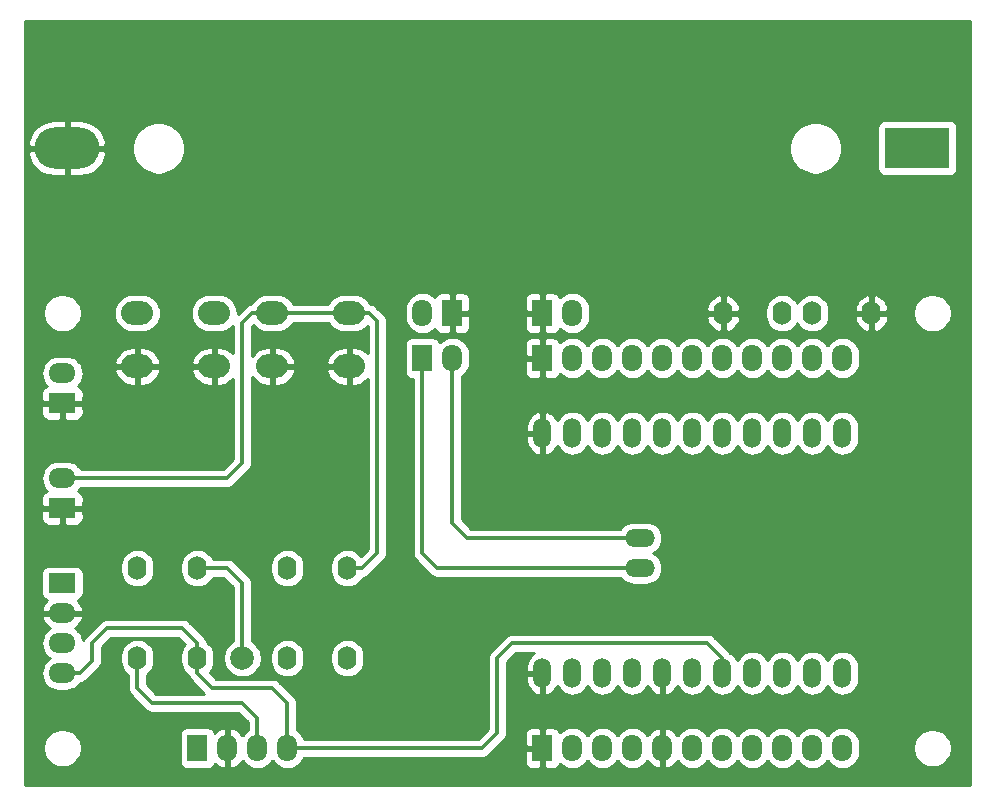
<source format=gtl>
G04 #@! TF.GenerationSoftware,KiCad,Pcbnew,(5.1.5)-3*
G04 #@! TF.CreationDate,2020-04-08T11:02:51+02:00*
G04 #@! TF.ProjectId,AdaptaddorCubeCell,41646170-7461-4646-946f-724375626543,1.0*
G04 #@! TF.SameCoordinates,Original*
G04 #@! TF.FileFunction,Copper,L1,Top*
G04 #@! TF.FilePolarity,Positive*
%FSLAX46Y46*%
G04 Gerber Fmt 4.6, Leading zero omitted, Abs format (unit mm)*
G04 Created by KiCad (PCBNEW (5.1.5)-3) date 2020-04-08 11:02:51*
%MOMM*%
%LPD*%
G04 APERTURE LIST*
%ADD10R,1.700000X2.300000*%
%ADD11O,1.700000X2.300000*%
%ADD12R,2.300000X1.700000*%
%ADD13O,2.300000X1.700000*%
%ADD14R,5.500000X3.500000*%
%ADD15O,5.500000X3.500000*%
%ADD16O,1.600000X2.000000*%
%ADD17O,2.700000X2.000000*%
%ADD18O,2.524000X1.524000*%
%ADD19O,1.524000X2.524000*%
%ADD20C,2.000000*%
%ADD21C,0.350000*%
%ADD22C,0.254000*%
G04 APERTURE END LIST*
D10*
X133350000Y-128270000D03*
D11*
X135890000Y-128270000D03*
X138430000Y-128270000D03*
X140970000Y-128270000D03*
X143510000Y-128270000D03*
X146050000Y-128270000D03*
X148590000Y-128270000D03*
X151130000Y-128270000D03*
X153670000Y-128270000D03*
X156210000Y-128270000D03*
X158750000Y-128270000D03*
D10*
X133350000Y-95250000D03*
D11*
X135890000Y-95250000D03*
X138430000Y-95250000D03*
X140970000Y-95250000D03*
X143510000Y-95250000D03*
X146050000Y-95250000D03*
X148590000Y-95250000D03*
X151130000Y-95250000D03*
X153670000Y-95250000D03*
X156210000Y-95250000D03*
X158750000Y-95250000D03*
D10*
X123190000Y-95250000D03*
D11*
X125730000Y-95250000D03*
D10*
X133350000Y-91440000D03*
D11*
X135890000Y-91440000D03*
D10*
X125730000Y-91440000D03*
D11*
X123190000Y-91440000D03*
D12*
X92710000Y-107950000D03*
D13*
X92710000Y-105410000D03*
D12*
X92710000Y-99060000D03*
D13*
X92710000Y-96520000D03*
D10*
X104140000Y-128270000D03*
D11*
X106680000Y-128270000D03*
X109220000Y-128270000D03*
X111760000Y-128270000D03*
D12*
X92710000Y-114300000D03*
D13*
X92710000Y-116840000D03*
X92710000Y-119380000D03*
X92710000Y-121920000D03*
D14*
X165100000Y-77470000D03*
D15*
X93100000Y-77470000D03*
D16*
X156210000Y-91440000D03*
X161210000Y-91440000D03*
X148670000Y-91440000D03*
X153670000Y-91440000D03*
X116840000Y-113030000D03*
X116840000Y-120650000D03*
X111760000Y-120650000D03*
X111760000Y-113030000D03*
X104140000Y-120650000D03*
X104140000Y-113030000D03*
X99060000Y-113030000D03*
X99060000Y-120650000D03*
D17*
X116990000Y-91440000D03*
X116990000Y-95940000D03*
X110490000Y-91440000D03*
X110490000Y-95940000D03*
X99060000Y-95940000D03*
X99060000Y-91440000D03*
X105560000Y-95940000D03*
X105560000Y-91440000D03*
D18*
X141605000Y-110490000D03*
X141605000Y-113030000D03*
D19*
X158750000Y-101600000D03*
X156210000Y-101600000D03*
X153670000Y-101600000D03*
X151130000Y-101600000D03*
X148590000Y-101600000D03*
X146050000Y-101600000D03*
X143510000Y-101600000D03*
X140970000Y-101600000D03*
X138430000Y-101600000D03*
X135890000Y-101600000D03*
X158750000Y-121920000D03*
X156210000Y-121920000D03*
X153670000Y-121920000D03*
X151130000Y-121920000D03*
X148590000Y-121920000D03*
X146050000Y-121920000D03*
X143510000Y-121920000D03*
X140970000Y-121920000D03*
X138430000Y-121920000D03*
X135890000Y-121920000D03*
X133350000Y-101600000D03*
X133350000Y-121920000D03*
D20*
X107950000Y-120650000D03*
D21*
X92710000Y-107950000D02*
X109220000Y-107950000D01*
X110490000Y-106680000D02*
X110490000Y-95940000D01*
X109220000Y-107950000D02*
X110490000Y-106680000D01*
X116990000Y-91440000D02*
X110490000Y-91440000D01*
X108790000Y-91440000D02*
X107950000Y-92280000D01*
X110490000Y-91440000D02*
X108790000Y-91440000D01*
X107950000Y-92280000D02*
X107950000Y-104140000D01*
X106680000Y-105410000D02*
X92710000Y-105410000D01*
X107950000Y-104140000D02*
X106680000Y-105410000D01*
X119380000Y-111760000D02*
X118110000Y-113030000D01*
X119380000Y-92130000D02*
X119380000Y-111760000D01*
X118110000Y-113030000D02*
X116840000Y-113030000D01*
X116990000Y-91440000D02*
X118690000Y-91440000D01*
X118690000Y-91440000D02*
X119380000Y-92130000D01*
X92710000Y-121920000D02*
X94210000Y-121920000D01*
X95250000Y-120880000D02*
X95250000Y-119380000D01*
X94210000Y-121920000D02*
X95250000Y-120880000D01*
X95250000Y-119380000D02*
X96520000Y-118110000D01*
X96520000Y-118110000D02*
X102870000Y-118110000D01*
X102870000Y-118110000D02*
X104140000Y-119380000D01*
X104140000Y-119380000D02*
X104140000Y-120650000D01*
X104140000Y-121920000D02*
X104140000Y-120650000D01*
X110490000Y-123190000D02*
X105410000Y-123190000D01*
X105410000Y-123190000D02*
X104140000Y-121920000D01*
X111760000Y-128270000D02*
X111760000Y-124460000D01*
X111760000Y-124460000D02*
X110490000Y-123190000D01*
X128270000Y-128270000D02*
X111760000Y-128270000D01*
X148590000Y-121920000D02*
X148590000Y-120650000D01*
X130810000Y-119380000D02*
X129540000Y-120650000D01*
X148590000Y-120650000D02*
X147320000Y-119380000D01*
X147320000Y-119380000D02*
X130810000Y-119380000D01*
X129540000Y-127000000D02*
X128270000Y-128270000D01*
X129540000Y-120650000D02*
X129540000Y-127000000D01*
X107950000Y-124460000D02*
X100330000Y-124460000D01*
X99060000Y-123190000D02*
X99060000Y-120650000D01*
X109220000Y-128270000D02*
X109220000Y-125730000D01*
X100330000Y-124460000D02*
X99060000Y-123190000D01*
X109220000Y-125730000D02*
X107950000Y-124460000D01*
X104140000Y-113030000D02*
X106680000Y-113030000D01*
X107950000Y-114300000D02*
X107950000Y-120650000D01*
X106680000Y-113030000D02*
X107950000Y-114300000D01*
X125730000Y-95250000D02*
X125730000Y-109220000D01*
X127000000Y-110490000D02*
X141605000Y-110490000D01*
X125730000Y-109220000D02*
X127000000Y-110490000D01*
X123190000Y-95250000D02*
X123190000Y-111760000D01*
X124460000Y-113030000D02*
X141605000Y-113030000D01*
X123190000Y-111760000D02*
X124460000Y-113030000D01*
D22*
G36*
X169520001Y-131420000D02*
G01*
X89560000Y-131420000D01*
X89560000Y-128108967D01*
X91075000Y-128108967D01*
X91075000Y-128431033D01*
X91137832Y-128746912D01*
X91261082Y-129044463D01*
X91440013Y-129312252D01*
X91667748Y-129539987D01*
X91935537Y-129718918D01*
X92233088Y-129842168D01*
X92548967Y-129905000D01*
X92871033Y-129905000D01*
X93186912Y-129842168D01*
X93484463Y-129718918D01*
X93752252Y-129539987D01*
X93979987Y-129312252D01*
X94158918Y-129044463D01*
X94282168Y-128746912D01*
X94345000Y-128431033D01*
X94345000Y-128108967D01*
X94282168Y-127793088D01*
X94158918Y-127495537D01*
X93979987Y-127227748D01*
X93872239Y-127120000D01*
X102651928Y-127120000D01*
X102651928Y-129420000D01*
X102664188Y-129544482D01*
X102700498Y-129664180D01*
X102759463Y-129774494D01*
X102838815Y-129871185D01*
X102935506Y-129950537D01*
X103045820Y-130009502D01*
X103165518Y-130045812D01*
X103290000Y-130058072D01*
X104990000Y-130058072D01*
X105114482Y-130045812D01*
X105234180Y-130009502D01*
X105344494Y-129950537D01*
X105441185Y-129871185D01*
X105520537Y-129774494D01*
X105579502Y-129664180D01*
X105602225Y-129589272D01*
X105719748Y-129709857D01*
X105960574Y-129875291D01*
X106229047Y-129990563D01*
X106323110Y-130011476D01*
X106553000Y-129890155D01*
X106553000Y-128397000D01*
X106533000Y-128397000D01*
X106533000Y-128143000D01*
X106553000Y-128143000D01*
X106553000Y-126649845D01*
X106323110Y-126528524D01*
X106229047Y-126549437D01*
X105960574Y-126664709D01*
X105719748Y-126830143D01*
X105602225Y-126950728D01*
X105579502Y-126875820D01*
X105520537Y-126765506D01*
X105441185Y-126668815D01*
X105344494Y-126589463D01*
X105234180Y-126530498D01*
X105114482Y-126494188D01*
X104990000Y-126481928D01*
X103290000Y-126481928D01*
X103165518Y-126494188D01*
X103045820Y-126530498D01*
X102935506Y-126589463D01*
X102838815Y-126668815D01*
X102759463Y-126765506D01*
X102700498Y-126875820D01*
X102664188Y-126995518D01*
X102651928Y-127120000D01*
X93872239Y-127120000D01*
X93752252Y-127000013D01*
X93484463Y-126821082D01*
X93186912Y-126697832D01*
X92871033Y-126635000D01*
X92548967Y-126635000D01*
X92233088Y-126697832D01*
X91935537Y-126821082D01*
X91667748Y-127000013D01*
X91440013Y-127227748D01*
X91261082Y-127495537D01*
X91137832Y-127793088D01*
X91075000Y-128108967D01*
X89560000Y-128108967D01*
X89560000Y-119380000D01*
X90917815Y-119380000D01*
X90946487Y-119671111D01*
X91031401Y-119951034D01*
X91169294Y-120209014D01*
X91354866Y-120435134D01*
X91580986Y-120620706D01*
X91635791Y-120650000D01*
X91580986Y-120679294D01*
X91354866Y-120864866D01*
X91169294Y-121090986D01*
X91031401Y-121348966D01*
X90946487Y-121628889D01*
X90917815Y-121920000D01*
X90946487Y-122211111D01*
X91031401Y-122491034D01*
X91169294Y-122749014D01*
X91354866Y-122975134D01*
X91580986Y-123160706D01*
X91838966Y-123298599D01*
X92118889Y-123383513D01*
X92337050Y-123405000D01*
X93082950Y-123405000D01*
X93301111Y-123383513D01*
X93581034Y-123298599D01*
X93839014Y-123160706D01*
X94065134Y-122975134D01*
X94250706Y-122749014D01*
X94261485Y-122728848D01*
X94368788Y-122718280D01*
X94521473Y-122671963D01*
X94662189Y-122596749D01*
X94785528Y-122495528D01*
X94810899Y-122464613D01*
X95794619Y-121480894D01*
X95825528Y-121455528D01*
X95916669Y-121344472D01*
X95926749Y-121332190D01*
X96001962Y-121191474D01*
X96001963Y-121191473D01*
X96048280Y-121038788D01*
X96060000Y-120919791D01*
X96060000Y-120919789D01*
X96063919Y-120880001D01*
X96060000Y-120840213D01*
X96060000Y-119715512D01*
X96855513Y-118920000D01*
X102534488Y-118920000D01*
X103086355Y-119471867D01*
X102941068Y-119648900D01*
X102807818Y-119898193D01*
X102725764Y-120168692D01*
X102705000Y-120379509D01*
X102705000Y-120920492D01*
X102725764Y-121131309D01*
X102807818Y-121401808D01*
X102941068Y-121651101D01*
X103120393Y-121869608D01*
X103338769Y-122048824D01*
X103341720Y-122078787D01*
X103388037Y-122231472D01*
X103388038Y-122231473D01*
X103463251Y-122372189D01*
X103479280Y-122391720D01*
X103564472Y-122495528D01*
X103595387Y-122520899D01*
X104724487Y-123650000D01*
X100665513Y-123650000D01*
X99870000Y-122854488D01*
X99870000Y-122041629D01*
X100079608Y-121869608D01*
X100258932Y-121651101D01*
X100392182Y-121401807D01*
X100474236Y-121131308D01*
X100495000Y-120920491D01*
X100495000Y-120379508D01*
X100474236Y-120168691D01*
X100392182Y-119898192D01*
X100258932Y-119648899D01*
X100079607Y-119430392D01*
X99861100Y-119251068D01*
X99611807Y-119117818D01*
X99341308Y-119035764D01*
X99060000Y-119008057D01*
X98778691Y-119035764D01*
X98508192Y-119117818D01*
X98258899Y-119251068D01*
X98040392Y-119430393D01*
X97861068Y-119648900D01*
X97727818Y-119898193D01*
X97645764Y-120168692D01*
X97625000Y-120379509D01*
X97625000Y-120920492D01*
X97645764Y-121131309D01*
X97727818Y-121401808D01*
X97861068Y-121651101D01*
X98040393Y-121869608D01*
X98250000Y-122041628D01*
X98250000Y-123150212D01*
X98246081Y-123190000D01*
X98250000Y-123229788D01*
X98250000Y-123229790D01*
X98261720Y-123348787D01*
X98308037Y-123501472D01*
X98308038Y-123501473D01*
X98383251Y-123642189D01*
X98399280Y-123661720D01*
X98484472Y-123765528D01*
X98515387Y-123790899D01*
X99729105Y-125004618D01*
X99754472Y-125035528D01*
X99822210Y-125091119D01*
X99877810Y-125136749D01*
X99953024Y-125176951D01*
X100018527Y-125211963D01*
X100171212Y-125258280D01*
X100290209Y-125270000D01*
X100290211Y-125270000D01*
X100329999Y-125273919D01*
X100369787Y-125270000D01*
X107614488Y-125270000D01*
X108410001Y-126065514D01*
X108410001Y-126719130D01*
X108390986Y-126729294D01*
X108164866Y-126914866D01*
X107979294Y-127140987D01*
X107948105Y-127199338D01*
X107844176Y-127039381D01*
X107640252Y-126830143D01*
X107399426Y-126664709D01*
X107130953Y-126549437D01*
X107036890Y-126528524D01*
X106807000Y-126649845D01*
X106807000Y-128143000D01*
X106827000Y-128143000D01*
X106827000Y-128397000D01*
X106807000Y-128397000D01*
X106807000Y-129890155D01*
X107036890Y-130011476D01*
X107130953Y-129990563D01*
X107399426Y-129875291D01*
X107640252Y-129709857D01*
X107844176Y-129500619D01*
X107948105Y-129340663D01*
X107979294Y-129399014D01*
X108164866Y-129625134D01*
X108390987Y-129810706D01*
X108648967Y-129948599D01*
X108928890Y-130033513D01*
X109220000Y-130062185D01*
X109511111Y-130033513D01*
X109791034Y-129948599D01*
X110049014Y-129810706D01*
X110275134Y-129625134D01*
X110460706Y-129399014D01*
X110490000Y-129344209D01*
X110519294Y-129399014D01*
X110704866Y-129625134D01*
X110930987Y-129810706D01*
X111188967Y-129948599D01*
X111468890Y-130033513D01*
X111760000Y-130062185D01*
X112051111Y-130033513D01*
X112331034Y-129948599D01*
X112589014Y-129810706D01*
X112815134Y-129625134D01*
X112983483Y-129420000D01*
X131861928Y-129420000D01*
X131874188Y-129544482D01*
X131910498Y-129664180D01*
X131969463Y-129774494D01*
X132048815Y-129871185D01*
X132145506Y-129950537D01*
X132255820Y-130009502D01*
X132375518Y-130045812D01*
X132500000Y-130058072D01*
X133064250Y-130055000D01*
X133223000Y-129896250D01*
X133223000Y-128397000D01*
X132023750Y-128397000D01*
X131865000Y-128555750D01*
X131861928Y-129420000D01*
X112983483Y-129420000D01*
X113000706Y-129399014D01*
X113138599Y-129141034D01*
X113157113Y-129080000D01*
X128230212Y-129080000D01*
X128270000Y-129083919D01*
X128309788Y-129080000D01*
X128309791Y-129080000D01*
X128428788Y-129068280D01*
X128581473Y-129021963D01*
X128722189Y-128946749D01*
X128845528Y-128845528D01*
X128870899Y-128814613D01*
X130084618Y-127600895D01*
X130115528Y-127575528D01*
X130171119Y-127507790D01*
X130216749Y-127452190D01*
X130291962Y-127311474D01*
X130291963Y-127311473D01*
X130338280Y-127158788D01*
X130342100Y-127120000D01*
X131861928Y-127120000D01*
X131865000Y-127984250D01*
X132023750Y-128143000D01*
X133223000Y-128143000D01*
X133223000Y-126643750D01*
X133477000Y-126643750D01*
X133477000Y-128143000D01*
X133497000Y-128143000D01*
X133497000Y-128397000D01*
X133477000Y-128397000D01*
X133477000Y-129896250D01*
X133635750Y-130055000D01*
X134200000Y-130058072D01*
X134324482Y-130045812D01*
X134444180Y-130009502D01*
X134554494Y-129950537D01*
X134651185Y-129871185D01*
X134730537Y-129774494D01*
X134789502Y-129664180D01*
X134810393Y-129595313D01*
X134834866Y-129625134D01*
X135060987Y-129810706D01*
X135318967Y-129948599D01*
X135598890Y-130033513D01*
X135890000Y-130062185D01*
X136181111Y-130033513D01*
X136461034Y-129948599D01*
X136719014Y-129810706D01*
X136945134Y-129625134D01*
X137130706Y-129399014D01*
X137160000Y-129344209D01*
X137189294Y-129399014D01*
X137374866Y-129625134D01*
X137600987Y-129810706D01*
X137858967Y-129948599D01*
X138138890Y-130033513D01*
X138430000Y-130062185D01*
X138721111Y-130033513D01*
X139001034Y-129948599D01*
X139259014Y-129810706D01*
X139485134Y-129625134D01*
X139670706Y-129399014D01*
X139700000Y-129344209D01*
X139729294Y-129399014D01*
X139914866Y-129625134D01*
X140140987Y-129810706D01*
X140398967Y-129948599D01*
X140678890Y-130033513D01*
X140970000Y-130062185D01*
X141261111Y-130033513D01*
X141541034Y-129948599D01*
X141799014Y-129810706D01*
X142025134Y-129625134D01*
X142210706Y-129399014D01*
X142241895Y-129340663D01*
X142345824Y-129500619D01*
X142549748Y-129709857D01*
X142790574Y-129875291D01*
X143059047Y-129990563D01*
X143153110Y-130011476D01*
X143383000Y-129890155D01*
X143383000Y-128397000D01*
X143363000Y-128397000D01*
X143363000Y-128143000D01*
X143383000Y-128143000D01*
X143383000Y-126649845D01*
X143637000Y-126649845D01*
X143637000Y-128143000D01*
X143657000Y-128143000D01*
X143657000Y-128397000D01*
X143637000Y-128397000D01*
X143637000Y-129890155D01*
X143866890Y-130011476D01*
X143960953Y-129990563D01*
X144229426Y-129875291D01*
X144470252Y-129709857D01*
X144674176Y-129500619D01*
X144778105Y-129340663D01*
X144809294Y-129399014D01*
X144994866Y-129625134D01*
X145220987Y-129810706D01*
X145478967Y-129948599D01*
X145758890Y-130033513D01*
X146050000Y-130062185D01*
X146341111Y-130033513D01*
X146621034Y-129948599D01*
X146879014Y-129810706D01*
X147105134Y-129625134D01*
X147290706Y-129399014D01*
X147320000Y-129344209D01*
X147349294Y-129399014D01*
X147534866Y-129625134D01*
X147760987Y-129810706D01*
X148018967Y-129948599D01*
X148298890Y-130033513D01*
X148590000Y-130062185D01*
X148881111Y-130033513D01*
X149161034Y-129948599D01*
X149419014Y-129810706D01*
X149645134Y-129625134D01*
X149830706Y-129399014D01*
X149860000Y-129344209D01*
X149889294Y-129399014D01*
X150074866Y-129625134D01*
X150300987Y-129810706D01*
X150558967Y-129948599D01*
X150838890Y-130033513D01*
X151130000Y-130062185D01*
X151421111Y-130033513D01*
X151701034Y-129948599D01*
X151959014Y-129810706D01*
X152185134Y-129625134D01*
X152370706Y-129399014D01*
X152400000Y-129344209D01*
X152429294Y-129399014D01*
X152614866Y-129625134D01*
X152840987Y-129810706D01*
X153098967Y-129948599D01*
X153378890Y-130033513D01*
X153670000Y-130062185D01*
X153961111Y-130033513D01*
X154241034Y-129948599D01*
X154499014Y-129810706D01*
X154725134Y-129625134D01*
X154910706Y-129399014D01*
X154940000Y-129344209D01*
X154969294Y-129399014D01*
X155154866Y-129625134D01*
X155380987Y-129810706D01*
X155638967Y-129948599D01*
X155918890Y-130033513D01*
X156210000Y-130062185D01*
X156501111Y-130033513D01*
X156781034Y-129948599D01*
X157039014Y-129810706D01*
X157265134Y-129625134D01*
X157450706Y-129399014D01*
X157480000Y-129344209D01*
X157509294Y-129399014D01*
X157694866Y-129625134D01*
X157920987Y-129810706D01*
X158178967Y-129948599D01*
X158458890Y-130033513D01*
X158750000Y-130062185D01*
X159041111Y-130033513D01*
X159321034Y-129948599D01*
X159579014Y-129810706D01*
X159805134Y-129625134D01*
X159990706Y-129399014D01*
X160128599Y-129141034D01*
X160213513Y-128861110D01*
X160235000Y-128642949D01*
X160235000Y-128108967D01*
X164735000Y-128108967D01*
X164735000Y-128431033D01*
X164797832Y-128746912D01*
X164921082Y-129044463D01*
X165100013Y-129312252D01*
X165327748Y-129539987D01*
X165595537Y-129718918D01*
X165893088Y-129842168D01*
X166208967Y-129905000D01*
X166531033Y-129905000D01*
X166846912Y-129842168D01*
X167144463Y-129718918D01*
X167412252Y-129539987D01*
X167639987Y-129312252D01*
X167818918Y-129044463D01*
X167942168Y-128746912D01*
X168005000Y-128431033D01*
X168005000Y-128108967D01*
X167942168Y-127793088D01*
X167818918Y-127495537D01*
X167639987Y-127227748D01*
X167412252Y-127000013D01*
X167144463Y-126821082D01*
X166846912Y-126697832D01*
X166531033Y-126635000D01*
X166208967Y-126635000D01*
X165893088Y-126697832D01*
X165595537Y-126821082D01*
X165327748Y-127000013D01*
X165100013Y-127227748D01*
X164921082Y-127495537D01*
X164797832Y-127793088D01*
X164735000Y-128108967D01*
X160235000Y-128108967D01*
X160235000Y-127897050D01*
X160213513Y-127678889D01*
X160128599Y-127398966D01*
X159990706Y-127140986D01*
X159805134Y-126914866D01*
X159579013Y-126729294D01*
X159321033Y-126591401D01*
X159041110Y-126506487D01*
X158750000Y-126477815D01*
X158458889Y-126506487D01*
X158178966Y-126591401D01*
X157920986Y-126729294D01*
X157694866Y-126914866D01*
X157509294Y-127140987D01*
X157480000Y-127195792D01*
X157450706Y-127140986D01*
X157265134Y-126914866D01*
X157039013Y-126729294D01*
X156781033Y-126591401D01*
X156501110Y-126506487D01*
X156210000Y-126477815D01*
X155918889Y-126506487D01*
X155638966Y-126591401D01*
X155380986Y-126729294D01*
X155154866Y-126914866D01*
X154969294Y-127140987D01*
X154940000Y-127195792D01*
X154910706Y-127140986D01*
X154725134Y-126914866D01*
X154499013Y-126729294D01*
X154241033Y-126591401D01*
X153961110Y-126506487D01*
X153670000Y-126477815D01*
X153378889Y-126506487D01*
X153098966Y-126591401D01*
X152840986Y-126729294D01*
X152614866Y-126914866D01*
X152429294Y-127140987D01*
X152400000Y-127195792D01*
X152370706Y-127140986D01*
X152185134Y-126914866D01*
X151959013Y-126729294D01*
X151701033Y-126591401D01*
X151421110Y-126506487D01*
X151130000Y-126477815D01*
X150838889Y-126506487D01*
X150558966Y-126591401D01*
X150300986Y-126729294D01*
X150074866Y-126914866D01*
X149889294Y-127140987D01*
X149860000Y-127195792D01*
X149830706Y-127140986D01*
X149645134Y-126914866D01*
X149419013Y-126729294D01*
X149161033Y-126591401D01*
X148881110Y-126506487D01*
X148590000Y-126477815D01*
X148298889Y-126506487D01*
X148018966Y-126591401D01*
X147760986Y-126729294D01*
X147534866Y-126914866D01*
X147349294Y-127140987D01*
X147320000Y-127195792D01*
X147290706Y-127140986D01*
X147105134Y-126914866D01*
X146879013Y-126729294D01*
X146621033Y-126591401D01*
X146341110Y-126506487D01*
X146050000Y-126477815D01*
X145758889Y-126506487D01*
X145478966Y-126591401D01*
X145220986Y-126729294D01*
X144994866Y-126914866D01*
X144809294Y-127140987D01*
X144778105Y-127199338D01*
X144674176Y-127039381D01*
X144470252Y-126830143D01*
X144229426Y-126664709D01*
X143960953Y-126549437D01*
X143866890Y-126528524D01*
X143637000Y-126649845D01*
X143383000Y-126649845D01*
X143153110Y-126528524D01*
X143059047Y-126549437D01*
X142790574Y-126664709D01*
X142549748Y-126830143D01*
X142345824Y-127039381D01*
X142241895Y-127199337D01*
X142210706Y-127140986D01*
X142025134Y-126914866D01*
X141799013Y-126729294D01*
X141541033Y-126591401D01*
X141261110Y-126506487D01*
X140970000Y-126477815D01*
X140678889Y-126506487D01*
X140398966Y-126591401D01*
X140140986Y-126729294D01*
X139914866Y-126914866D01*
X139729294Y-127140987D01*
X139700000Y-127195792D01*
X139670706Y-127140986D01*
X139485134Y-126914866D01*
X139259013Y-126729294D01*
X139001033Y-126591401D01*
X138721110Y-126506487D01*
X138430000Y-126477815D01*
X138138889Y-126506487D01*
X137858966Y-126591401D01*
X137600986Y-126729294D01*
X137374866Y-126914866D01*
X137189294Y-127140987D01*
X137160000Y-127195792D01*
X137130706Y-127140986D01*
X136945134Y-126914866D01*
X136719013Y-126729294D01*
X136461033Y-126591401D01*
X136181110Y-126506487D01*
X135890000Y-126477815D01*
X135598889Y-126506487D01*
X135318966Y-126591401D01*
X135060986Y-126729294D01*
X134834866Y-126914866D01*
X134810393Y-126944687D01*
X134789502Y-126875820D01*
X134730537Y-126765506D01*
X134651185Y-126668815D01*
X134554494Y-126589463D01*
X134444180Y-126530498D01*
X134324482Y-126494188D01*
X134200000Y-126481928D01*
X133635750Y-126485000D01*
X133477000Y-126643750D01*
X133223000Y-126643750D01*
X133064250Y-126485000D01*
X132500000Y-126481928D01*
X132375518Y-126494188D01*
X132255820Y-126530498D01*
X132145506Y-126589463D01*
X132048815Y-126668815D01*
X131969463Y-126765506D01*
X131910498Y-126875820D01*
X131874188Y-126995518D01*
X131861928Y-127120000D01*
X130342100Y-127120000D01*
X130350000Y-127039791D01*
X130350000Y-127039789D01*
X130353919Y-127000001D01*
X130350000Y-126960213D01*
X130350000Y-122047000D01*
X131953000Y-122047000D01*
X131953000Y-122547000D01*
X132004619Y-122817101D01*
X132107941Y-123071942D01*
X132258994Y-123301729D01*
X132451974Y-123497632D01*
X132679465Y-123652122D01*
X132932724Y-123759262D01*
X133006930Y-123774220D01*
X133223000Y-123651720D01*
X133223000Y-122047000D01*
X131953000Y-122047000D01*
X130350000Y-122047000D01*
X130350000Y-120985512D01*
X131145513Y-120190000D01*
X132676340Y-120190000D01*
X132451974Y-120342368D01*
X132258994Y-120538271D01*
X132107941Y-120768058D01*
X132004619Y-121022899D01*
X131953000Y-121293000D01*
X131953000Y-121793000D01*
X133223000Y-121793000D01*
X133223000Y-121773000D01*
X133477000Y-121773000D01*
X133477000Y-121793000D01*
X133497000Y-121793000D01*
X133497000Y-122047000D01*
X133477000Y-122047000D01*
X133477000Y-123651720D01*
X133693070Y-123774220D01*
X133767276Y-123759262D01*
X134020535Y-123652122D01*
X134248026Y-123497632D01*
X134441006Y-123301729D01*
X134592059Y-123071942D01*
X134618962Y-123005587D01*
X134722817Y-123199887D01*
X134897393Y-123412608D01*
X135110114Y-123587183D01*
X135352806Y-123716904D01*
X135616141Y-123796786D01*
X135890000Y-123823759D01*
X136163860Y-123796786D01*
X136427195Y-123716904D01*
X136669887Y-123587183D01*
X136882608Y-123412608D01*
X137057183Y-123199887D01*
X137160000Y-123007529D01*
X137262817Y-123199887D01*
X137437393Y-123412608D01*
X137650114Y-123587183D01*
X137892806Y-123716904D01*
X138156141Y-123796786D01*
X138430000Y-123823759D01*
X138703860Y-123796786D01*
X138967195Y-123716904D01*
X139209887Y-123587183D01*
X139422608Y-123412608D01*
X139597183Y-123199887D01*
X139700000Y-123007529D01*
X139802817Y-123199887D01*
X139977393Y-123412608D01*
X140190114Y-123587183D01*
X140432806Y-123716904D01*
X140696141Y-123796786D01*
X140970000Y-123823759D01*
X141243860Y-123796786D01*
X141507195Y-123716904D01*
X141749887Y-123587183D01*
X141962608Y-123412608D01*
X142137183Y-123199887D01*
X142241038Y-123005587D01*
X142267941Y-123071942D01*
X142418994Y-123301729D01*
X142611974Y-123497632D01*
X142839465Y-123652122D01*
X143092724Y-123759262D01*
X143166930Y-123774220D01*
X143383000Y-123651720D01*
X143383000Y-122047000D01*
X143363000Y-122047000D01*
X143363000Y-121793000D01*
X143383000Y-121793000D01*
X143383000Y-121773000D01*
X143637000Y-121773000D01*
X143637000Y-121793000D01*
X143657000Y-121793000D01*
X143657000Y-122047000D01*
X143637000Y-122047000D01*
X143637000Y-123651720D01*
X143853070Y-123774220D01*
X143927276Y-123759262D01*
X144180535Y-123652122D01*
X144408026Y-123497632D01*
X144601006Y-123301729D01*
X144752059Y-123071942D01*
X144778962Y-123005587D01*
X144882817Y-123199887D01*
X145057393Y-123412608D01*
X145270114Y-123587183D01*
X145512806Y-123716904D01*
X145776141Y-123796786D01*
X146050000Y-123823759D01*
X146323860Y-123796786D01*
X146587195Y-123716904D01*
X146829887Y-123587183D01*
X147042608Y-123412608D01*
X147217183Y-123199887D01*
X147320000Y-123007529D01*
X147422817Y-123199887D01*
X147597393Y-123412608D01*
X147810114Y-123587183D01*
X148052806Y-123716904D01*
X148316141Y-123796786D01*
X148590000Y-123823759D01*
X148863860Y-123796786D01*
X149127195Y-123716904D01*
X149369887Y-123587183D01*
X149582608Y-123412608D01*
X149757183Y-123199887D01*
X149860000Y-123007529D01*
X149962817Y-123199887D01*
X150137393Y-123412608D01*
X150350114Y-123587183D01*
X150592806Y-123716904D01*
X150856141Y-123796786D01*
X151130000Y-123823759D01*
X151403860Y-123796786D01*
X151667195Y-123716904D01*
X151909887Y-123587183D01*
X152122608Y-123412608D01*
X152297183Y-123199887D01*
X152400000Y-123007529D01*
X152502817Y-123199887D01*
X152677393Y-123412608D01*
X152890114Y-123587183D01*
X153132806Y-123716904D01*
X153396141Y-123796786D01*
X153670000Y-123823759D01*
X153943860Y-123796786D01*
X154207195Y-123716904D01*
X154449887Y-123587183D01*
X154662608Y-123412608D01*
X154837183Y-123199887D01*
X154940000Y-123007529D01*
X155042817Y-123199887D01*
X155217393Y-123412608D01*
X155430114Y-123587183D01*
X155672806Y-123716904D01*
X155936141Y-123796786D01*
X156210000Y-123823759D01*
X156483860Y-123796786D01*
X156747195Y-123716904D01*
X156989887Y-123587183D01*
X157202608Y-123412608D01*
X157377183Y-123199887D01*
X157480000Y-123007529D01*
X157582817Y-123199887D01*
X157757393Y-123412608D01*
X157970114Y-123587183D01*
X158212806Y-123716904D01*
X158476141Y-123796786D01*
X158750000Y-123823759D01*
X159023860Y-123796786D01*
X159287195Y-123716904D01*
X159529887Y-123587183D01*
X159742608Y-123412608D01*
X159917183Y-123199887D01*
X160046904Y-122957195D01*
X160126786Y-122693860D01*
X160147000Y-122488625D01*
X160147000Y-121351375D01*
X160126786Y-121146140D01*
X160046904Y-120882805D01*
X159917183Y-120640113D01*
X159742607Y-120427392D01*
X159529886Y-120252817D01*
X159287194Y-120123096D01*
X159023859Y-120043214D01*
X158750000Y-120016241D01*
X158476140Y-120043214D01*
X158212805Y-120123096D01*
X157970113Y-120252817D01*
X157757392Y-120427393D01*
X157582817Y-120640114D01*
X157480000Y-120832471D01*
X157377183Y-120640113D01*
X157202607Y-120427392D01*
X156989886Y-120252817D01*
X156747194Y-120123096D01*
X156483859Y-120043214D01*
X156210000Y-120016241D01*
X155936140Y-120043214D01*
X155672805Y-120123096D01*
X155430113Y-120252817D01*
X155217392Y-120427393D01*
X155042817Y-120640114D01*
X154940000Y-120832471D01*
X154837183Y-120640113D01*
X154662607Y-120427392D01*
X154449886Y-120252817D01*
X154207194Y-120123096D01*
X153943859Y-120043214D01*
X153670000Y-120016241D01*
X153396140Y-120043214D01*
X153132805Y-120123096D01*
X152890113Y-120252817D01*
X152677392Y-120427393D01*
X152502817Y-120640114D01*
X152400000Y-120832471D01*
X152297183Y-120640113D01*
X152122607Y-120427392D01*
X151909886Y-120252817D01*
X151667194Y-120123096D01*
X151403859Y-120043214D01*
X151130000Y-120016241D01*
X150856140Y-120043214D01*
X150592805Y-120123096D01*
X150350113Y-120252817D01*
X150137392Y-120427393D01*
X149962817Y-120640114D01*
X149860000Y-120832471D01*
X149757183Y-120640113D01*
X149582607Y-120427392D01*
X149369886Y-120252817D01*
X149266573Y-120197595D01*
X149190893Y-120105380D01*
X149165528Y-120074472D01*
X149134618Y-120049105D01*
X147920899Y-118835387D01*
X147895528Y-118804472D01*
X147772189Y-118703251D01*
X147631473Y-118628037D01*
X147478788Y-118581720D01*
X147359791Y-118570000D01*
X147359788Y-118570000D01*
X147320000Y-118566081D01*
X147280212Y-118570000D01*
X130849787Y-118570000D01*
X130809999Y-118566081D01*
X130770211Y-118570000D01*
X130770209Y-118570000D01*
X130651212Y-118581720D01*
X130498527Y-118628037D01*
X130448794Y-118654620D01*
X130357810Y-118703251D01*
X130302210Y-118748881D01*
X130234472Y-118804472D01*
X130209107Y-118835380D01*
X128995387Y-120049101D01*
X128964472Y-120074472D01*
X128894703Y-120159487D01*
X128863251Y-120197811D01*
X128857263Y-120209014D01*
X128788037Y-120338528D01*
X128741720Y-120491213D01*
X128730000Y-120610209D01*
X128726081Y-120650000D01*
X128730000Y-120689788D01*
X128730001Y-126664486D01*
X127934488Y-127460000D01*
X113157114Y-127460000D01*
X113138599Y-127398966D01*
X113000706Y-127140986D01*
X112815134Y-126914866D01*
X112589013Y-126729294D01*
X112570000Y-126719131D01*
X112570000Y-124499787D01*
X112573919Y-124459999D01*
X112570000Y-124420209D01*
X112558280Y-124301212D01*
X112511963Y-124148527D01*
X112476951Y-124083024D01*
X112436749Y-124007810D01*
X112382708Y-123941962D01*
X112335528Y-123884472D01*
X112304618Y-123859105D01*
X111090899Y-122645387D01*
X111065528Y-122614472D01*
X110942189Y-122513251D01*
X110801473Y-122438037D01*
X110648788Y-122391720D01*
X110529791Y-122380000D01*
X110529788Y-122380000D01*
X110490000Y-122376081D01*
X110450212Y-122380000D01*
X105745513Y-122380000D01*
X105193646Y-121828133D01*
X105338932Y-121651101D01*
X105472182Y-121401807D01*
X105554236Y-121131308D01*
X105575000Y-120920491D01*
X105575000Y-120379508D01*
X105554236Y-120168691D01*
X105472182Y-119898192D01*
X105338932Y-119648899D01*
X105159607Y-119430392D01*
X104941231Y-119251176D01*
X104938280Y-119221212D01*
X104891963Y-119068527D01*
X104816750Y-118927812D01*
X104816749Y-118927810D01*
X104740893Y-118835380D01*
X104715528Y-118804472D01*
X104684619Y-118779106D01*
X103470899Y-117565387D01*
X103445528Y-117534472D01*
X103322189Y-117433251D01*
X103181473Y-117358037D01*
X103028788Y-117311720D01*
X102909791Y-117300000D01*
X102909788Y-117300000D01*
X102870000Y-117296081D01*
X102830212Y-117300000D01*
X96559787Y-117300000D01*
X96519999Y-117296081D01*
X96480211Y-117300000D01*
X96480209Y-117300000D01*
X96361212Y-117311720D01*
X96208527Y-117358037D01*
X96143024Y-117393049D01*
X96067810Y-117433251D01*
X96012210Y-117478881D01*
X95944472Y-117534472D01*
X95919105Y-117565382D01*
X94705383Y-118779105D01*
X94674473Y-118804472D01*
X94649108Y-118835380D01*
X94573251Y-118927811D01*
X94515550Y-119035764D01*
X94498038Y-119068527D01*
X94478010Y-119134549D01*
X94473513Y-119088889D01*
X94388599Y-118808966D01*
X94250706Y-118550986D01*
X94065134Y-118324866D01*
X93839014Y-118139294D01*
X93780663Y-118108105D01*
X93940619Y-118004176D01*
X94149857Y-117800252D01*
X94315291Y-117559426D01*
X94430563Y-117290953D01*
X94451476Y-117196890D01*
X94330155Y-116967000D01*
X92837000Y-116967000D01*
X92837000Y-116987000D01*
X92583000Y-116987000D01*
X92583000Y-116967000D01*
X91089845Y-116967000D01*
X90968524Y-117196890D01*
X90989437Y-117290953D01*
X91104709Y-117559426D01*
X91270143Y-117800252D01*
X91479381Y-118004176D01*
X91639337Y-118108105D01*
X91580986Y-118139294D01*
X91354866Y-118324866D01*
X91169294Y-118550986D01*
X91031401Y-118808966D01*
X90946487Y-119088889D01*
X90917815Y-119380000D01*
X89560000Y-119380000D01*
X89560000Y-113450000D01*
X90921928Y-113450000D01*
X90921928Y-115150000D01*
X90934188Y-115274482D01*
X90970498Y-115394180D01*
X91029463Y-115504494D01*
X91108815Y-115601185D01*
X91205506Y-115680537D01*
X91315820Y-115739502D01*
X91390728Y-115762225D01*
X91270143Y-115879748D01*
X91104709Y-116120574D01*
X90989437Y-116389047D01*
X90968524Y-116483110D01*
X91089845Y-116713000D01*
X92583000Y-116713000D01*
X92583000Y-116693000D01*
X92837000Y-116693000D01*
X92837000Y-116713000D01*
X94330155Y-116713000D01*
X94451476Y-116483110D01*
X94430563Y-116389047D01*
X94315291Y-116120574D01*
X94149857Y-115879748D01*
X94029272Y-115762225D01*
X94104180Y-115739502D01*
X94214494Y-115680537D01*
X94311185Y-115601185D01*
X94390537Y-115504494D01*
X94449502Y-115394180D01*
X94485812Y-115274482D01*
X94498072Y-115150000D01*
X94498072Y-113450000D01*
X94485812Y-113325518D01*
X94449502Y-113205820D01*
X94390537Y-113095506D01*
X94311185Y-112998815D01*
X94214494Y-112919463D01*
X94104180Y-112860498D01*
X93984482Y-112824188D01*
X93860000Y-112811928D01*
X91560000Y-112811928D01*
X91435518Y-112824188D01*
X91315820Y-112860498D01*
X91205506Y-112919463D01*
X91108815Y-112998815D01*
X91029463Y-113095506D01*
X90970498Y-113205820D01*
X90934188Y-113325518D01*
X90921928Y-113450000D01*
X89560000Y-113450000D01*
X89560000Y-112759509D01*
X97625000Y-112759509D01*
X97625000Y-113300492D01*
X97645764Y-113511309D01*
X97727818Y-113781808D01*
X97861068Y-114031101D01*
X98040393Y-114249608D01*
X98258900Y-114428932D01*
X98508193Y-114562182D01*
X98778692Y-114644236D01*
X99060000Y-114671943D01*
X99341309Y-114644236D01*
X99611808Y-114562182D01*
X99861101Y-114428932D01*
X100079608Y-114249608D01*
X100258932Y-114031101D01*
X100392182Y-113781807D01*
X100474236Y-113511308D01*
X100495000Y-113300491D01*
X100495000Y-112759509D01*
X102705000Y-112759509D01*
X102705000Y-113300492D01*
X102725764Y-113511309D01*
X102807818Y-113781808D01*
X102941068Y-114031101D01*
X103120393Y-114249608D01*
X103338900Y-114428932D01*
X103588193Y-114562182D01*
X103858692Y-114644236D01*
X104140000Y-114671943D01*
X104421309Y-114644236D01*
X104691808Y-114562182D01*
X104941101Y-114428932D01*
X105159608Y-114249608D01*
X105338932Y-114031101D01*
X105441077Y-113840000D01*
X106344488Y-113840000D01*
X107140000Y-114635513D01*
X107140001Y-119224827D01*
X106907748Y-119380013D01*
X106680013Y-119607748D01*
X106501082Y-119875537D01*
X106377832Y-120173088D01*
X106315000Y-120488967D01*
X106315000Y-120811033D01*
X106377832Y-121126912D01*
X106501082Y-121424463D01*
X106680013Y-121692252D01*
X106907748Y-121919987D01*
X107175537Y-122098918D01*
X107473088Y-122222168D01*
X107788967Y-122285000D01*
X108111033Y-122285000D01*
X108426912Y-122222168D01*
X108724463Y-122098918D01*
X108992252Y-121919987D01*
X109219987Y-121692252D01*
X109398918Y-121424463D01*
X109522168Y-121126912D01*
X109585000Y-120811033D01*
X109585000Y-120488967D01*
X109563228Y-120379508D01*
X110325000Y-120379508D01*
X110325000Y-120920491D01*
X110345764Y-121131308D01*
X110427818Y-121401807D01*
X110561068Y-121651100D01*
X110740392Y-121869607D01*
X110958899Y-122048932D01*
X111208192Y-122182182D01*
X111478691Y-122264236D01*
X111760000Y-122291943D01*
X112041308Y-122264236D01*
X112311807Y-122182182D01*
X112561100Y-122048932D01*
X112779607Y-121869608D01*
X112958932Y-121651101D01*
X113092182Y-121401808D01*
X113174236Y-121131309D01*
X113195000Y-120920492D01*
X113195000Y-120379509D01*
X113195000Y-120379508D01*
X115405000Y-120379508D01*
X115405000Y-120920491D01*
X115425764Y-121131308D01*
X115507818Y-121401807D01*
X115641068Y-121651100D01*
X115820392Y-121869607D01*
X116038899Y-122048932D01*
X116288192Y-122182182D01*
X116558691Y-122264236D01*
X116840000Y-122291943D01*
X117121308Y-122264236D01*
X117391807Y-122182182D01*
X117641100Y-122048932D01*
X117859607Y-121869608D01*
X118038932Y-121651101D01*
X118172182Y-121401808D01*
X118254236Y-121131309D01*
X118275000Y-120920492D01*
X118275000Y-120379509D01*
X118254236Y-120168692D01*
X118172182Y-119898193D01*
X118038932Y-119648899D01*
X117859608Y-119430392D01*
X117641101Y-119251068D01*
X117391808Y-119117818D01*
X117121309Y-119035764D01*
X116840000Y-119008057D01*
X116558692Y-119035764D01*
X116288193Y-119117818D01*
X116038900Y-119251068D01*
X115820393Y-119430392D01*
X115641068Y-119648899D01*
X115507818Y-119898192D01*
X115425764Y-120168691D01*
X115405000Y-120379508D01*
X113195000Y-120379508D01*
X113174236Y-120168692D01*
X113092182Y-119898193D01*
X112958932Y-119648899D01*
X112779608Y-119430392D01*
X112561101Y-119251068D01*
X112311808Y-119117818D01*
X112041309Y-119035764D01*
X111760000Y-119008057D01*
X111478692Y-119035764D01*
X111208193Y-119117818D01*
X110958900Y-119251068D01*
X110740393Y-119430392D01*
X110561068Y-119648899D01*
X110427818Y-119898192D01*
X110345764Y-120168691D01*
X110325000Y-120379508D01*
X109563228Y-120379508D01*
X109522168Y-120173088D01*
X109398918Y-119875537D01*
X109219987Y-119607748D01*
X108992252Y-119380013D01*
X108760000Y-119224827D01*
X108760000Y-114339787D01*
X108763919Y-114299999D01*
X108758956Y-114249607D01*
X108748280Y-114141212D01*
X108701963Y-113988527D01*
X108626750Y-113847812D01*
X108626749Y-113847810D01*
X108572581Y-113781807D01*
X108525528Y-113724472D01*
X108494619Y-113699106D01*
X107555021Y-112759508D01*
X110325000Y-112759508D01*
X110325000Y-113300491D01*
X110345764Y-113511308D01*
X110427818Y-113781807D01*
X110561068Y-114031100D01*
X110740392Y-114249607D01*
X110958899Y-114428932D01*
X111208192Y-114562182D01*
X111478691Y-114644236D01*
X111760000Y-114671943D01*
X112041308Y-114644236D01*
X112311807Y-114562182D01*
X112561100Y-114428932D01*
X112779607Y-114249608D01*
X112958932Y-114031101D01*
X113092182Y-113781808D01*
X113174236Y-113511309D01*
X113195000Y-113300492D01*
X113195000Y-112759509D01*
X113174236Y-112548692D01*
X113092182Y-112278193D01*
X112958932Y-112028899D01*
X112779608Y-111810392D01*
X112561101Y-111631068D01*
X112311808Y-111497818D01*
X112041309Y-111415764D01*
X111760000Y-111388057D01*
X111478692Y-111415764D01*
X111208193Y-111497818D01*
X110958900Y-111631068D01*
X110740393Y-111810392D01*
X110561068Y-112028899D01*
X110427818Y-112278192D01*
X110345764Y-112548691D01*
X110325000Y-112759508D01*
X107555021Y-112759508D01*
X107280899Y-112485387D01*
X107255528Y-112454472D01*
X107132189Y-112353251D01*
X106991473Y-112278037D01*
X106838788Y-112231720D01*
X106719791Y-112220000D01*
X106719788Y-112220000D01*
X106680000Y-112216081D01*
X106640212Y-112220000D01*
X105441078Y-112220000D01*
X105338932Y-112028899D01*
X105159607Y-111810392D01*
X104941100Y-111631068D01*
X104691807Y-111497818D01*
X104421308Y-111415764D01*
X104140000Y-111388057D01*
X103858691Y-111415764D01*
X103588192Y-111497818D01*
X103338899Y-111631068D01*
X103120392Y-111810393D01*
X102941068Y-112028900D01*
X102807818Y-112278193D01*
X102725764Y-112548692D01*
X102705000Y-112759509D01*
X100495000Y-112759509D01*
X100495000Y-112759508D01*
X100474236Y-112548691D01*
X100392182Y-112278192D01*
X100258932Y-112028899D01*
X100079607Y-111810392D01*
X99861100Y-111631068D01*
X99611807Y-111497818D01*
X99341308Y-111415764D01*
X99060000Y-111388057D01*
X98778691Y-111415764D01*
X98508192Y-111497818D01*
X98258899Y-111631068D01*
X98040392Y-111810393D01*
X97861068Y-112028900D01*
X97727818Y-112278193D01*
X97645764Y-112548692D01*
X97625000Y-112759509D01*
X89560000Y-112759509D01*
X89560000Y-108800000D01*
X90921928Y-108800000D01*
X90934188Y-108924482D01*
X90970498Y-109044180D01*
X91029463Y-109154494D01*
X91108815Y-109251185D01*
X91205506Y-109330537D01*
X91315820Y-109389502D01*
X91435518Y-109425812D01*
X91560000Y-109438072D01*
X92424250Y-109435000D01*
X92583000Y-109276250D01*
X92583000Y-108077000D01*
X92837000Y-108077000D01*
X92837000Y-109276250D01*
X92995750Y-109435000D01*
X93860000Y-109438072D01*
X93984482Y-109425812D01*
X94104180Y-109389502D01*
X94214494Y-109330537D01*
X94311185Y-109251185D01*
X94390537Y-109154494D01*
X94449502Y-109044180D01*
X94485812Y-108924482D01*
X94498072Y-108800000D01*
X94495000Y-108235750D01*
X94336250Y-108077000D01*
X92837000Y-108077000D01*
X92583000Y-108077000D01*
X91083750Y-108077000D01*
X90925000Y-108235750D01*
X90921928Y-108800000D01*
X89560000Y-108800000D01*
X89560000Y-105410000D01*
X90917815Y-105410000D01*
X90946487Y-105701111D01*
X91031401Y-105981034D01*
X91169294Y-106239014D01*
X91354866Y-106465134D01*
X91384687Y-106489607D01*
X91315820Y-106510498D01*
X91205506Y-106569463D01*
X91108815Y-106648815D01*
X91029463Y-106745506D01*
X90970498Y-106855820D01*
X90934188Y-106975518D01*
X90921928Y-107100000D01*
X90925000Y-107664250D01*
X91083750Y-107823000D01*
X92583000Y-107823000D01*
X92583000Y-107803000D01*
X92837000Y-107803000D01*
X92837000Y-107823000D01*
X94336250Y-107823000D01*
X94495000Y-107664250D01*
X94498072Y-107100000D01*
X94485812Y-106975518D01*
X94449502Y-106855820D01*
X94390537Y-106745506D01*
X94311185Y-106648815D01*
X94214494Y-106569463D01*
X94104180Y-106510498D01*
X94035313Y-106489607D01*
X94065134Y-106465134D01*
X94250706Y-106239014D01*
X94260869Y-106220000D01*
X106640212Y-106220000D01*
X106680000Y-106223919D01*
X106719788Y-106220000D01*
X106719791Y-106220000D01*
X106838788Y-106208280D01*
X106991473Y-106161963D01*
X107132189Y-106086749D01*
X107255528Y-105985528D01*
X107280899Y-105954613D01*
X108494618Y-104740895D01*
X108525528Y-104715528D01*
X108581119Y-104647790D01*
X108626749Y-104592190D01*
X108701962Y-104451474D01*
X108701963Y-104451473D01*
X108748280Y-104298788D01*
X108760000Y-104179791D01*
X108760000Y-104179789D01*
X108763919Y-104140001D01*
X108760000Y-104100213D01*
X108760000Y-96814360D01*
X108894078Y-97006317D01*
X109126046Y-97228895D01*
X109396980Y-97401942D01*
X109696468Y-97518807D01*
X110013000Y-97575000D01*
X110363000Y-97575000D01*
X110363000Y-96067000D01*
X110617000Y-96067000D01*
X110617000Y-97575000D01*
X110967000Y-97575000D01*
X111283532Y-97518807D01*
X111583020Y-97401942D01*
X111853954Y-97228895D01*
X112085922Y-97006317D01*
X112270010Y-96742761D01*
X112399144Y-96448355D01*
X112430124Y-96320434D01*
X115049876Y-96320434D01*
X115080856Y-96448355D01*
X115209990Y-96742761D01*
X115394078Y-97006317D01*
X115626046Y-97228895D01*
X115896980Y-97401942D01*
X116196468Y-97518807D01*
X116513000Y-97575000D01*
X116863000Y-97575000D01*
X116863000Y-96067000D01*
X115169223Y-96067000D01*
X115049876Y-96320434D01*
X112430124Y-96320434D01*
X112310777Y-96067000D01*
X110617000Y-96067000D01*
X110363000Y-96067000D01*
X110343000Y-96067000D01*
X110343000Y-95813000D01*
X110363000Y-95813000D01*
X110363000Y-94305000D01*
X110617000Y-94305000D01*
X110617000Y-95813000D01*
X112310777Y-95813000D01*
X112430124Y-95559566D01*
X115049876Y-95559566D01*
X115169223Y-95813000D01*
X116863000Y-95813000D01*
X116863000Y-94305000D01*
X116513000Y-94305000D01*
X116196468Y-94361193D01*
X115896980Y-94478058D01*
X115626046Y-94651105D01*
X115394078Y-94873683D01*
X115209990Y-95137239D01*
X115080856Y-95431645D01*
X115049876Y-95559566D01*
X112430124Y-95559566D01*
X112399144Y-95431645D01*
X112270010Y-95137239D01*
X112085922Y-94873683D01*
X111853954Y-94651105D01*
X111583020Y-94478058D01*
X111283532Y-94361193D01*
X110967000Y-94305000D01*
X110617000Y-94305000D01*
X110363000Y-94305000D01*
X110013000Y-94305000D01*
X109696468Y-94361193D01*
X109396980Y-94478058D01*
X109126046Y-94651105D01*
X108894078Y-94873683D01*
X108760000Y-95065640D01*
X108760000Y-92615512D01*
X108886113Y-92489400D01*
X108978286Y-92601714D01*
X109227248Y-92806031D01*
X109511285Y-92957852D01*
X109819484Y-93051343D01*
X110059678Y-93075000D01*
X110920322Y-93075000D01*
X111160516Y-93051343D01*
X111468715Y-92957852D01*
X111752752Y-92806031D01*
X112001714Y-92601714D01*
X112206031Y-92352752D01*
X112260953Y-92250000D01*
X115219047Y-92250000D01*
X115273969Y-92352752D01*
X115478286Y-92601714D01*
X115727248Y-92806031D01*
X116011285Y-92957852D01*
X116319484Y-93051343D01*
X116559678Y-93075000D01*
X117420322Y-93075000D01*
X117660516Y-93051343D01*
X117968715Y-92957852D01*
X118252752Y-92806031D01*
X118501714Y-92601714D01*
X118570000Y-92518507D01*
X118570000Y-94858406D01*
X118353954Y-94651105D01*
X118083020Y-94478058D01*
X117783532Y-94361193D01*
X117467000Y-94305000D01*
X117117000Y-94305000D01*
X117117000Y-95813000D01*
X117137000Y-95813000D01*
X117137000Y-96067000D01*
X117117000Y-96067000D01*
X117117000Y-97575000D01*
X117467000Y-97575000D01*
X117783532Y-97518807D01*
X118083020Y-97401942D01*
X118353954Y-97228895D01*
X118570000Y-97021594D01*
X118570001Y-111424486D01*
X118005872Y-111988615D01*
X117859608Y-111810392D01*
X117641101Y-111631068D01*
X117391808Y-111497818D01*
X117121309Y-111415764D01*
X116840000Y-111388057D01*
X116558692Y-111415764D01*
X116288193Y-111497818D01*
X116038900Y-111631068D01*
X115820393Y-111810392D01*
X115641068Y-112028899D01*
X115507818Y-112278192D01*
X115425764Y-112548691D01*
X115405000Y-112759508D01*
X115405000Y-113300491D01*
X115425764Y-113511308D01*
X115507818Y-113781807D01*
X115641068Y-114031100D01*
X115820392Y-114249607D01*
X116038899Y-114428932D01*
X116288192Y-114562182D01*
X116558691Y-114644236D01*
X116840000Y-114671943D01*
X117121308Y-114644236D01*
X117391807Y-114562182D01*
X117641100Y-114428932D01*
X117859607Y-114249608D01*
X118038932Y-114031101D01*
X118140594Y-113840906D01*
X118149788Y-113840000D01*
X118149791Y-113840000D01*
X118268788Y-113828280D01*
X118421473Y-113781963D01*
X118562189Y-113706749D01*
X118685528Y-113605528D01*
X118710899Y-113574613D01*
X119924618Y-112360895D01*
X119955528Y-112335528D01*
X120040720Y-112231721D01*
X120056749Y-112212190D01*
X120131962Y-112071474D01*
X120131963Y-112071473D01*
X120178280Y-111918788D01*
X120190000Y-111799791D01*
X120190000Y-111799789D01*
X120193919Y-111760001D01*
X120190000Y-111720213D01*
X120190000Y-94100000D01*
X121701928Y-94100000D01*
X121701928Y-96400000D01*
X121714188Y-96524482D01*
X121750498Y-96644180D01*
X121809463Y-96754494D01*
X121888815Y-96851185D01*
X121985506Y-96930537D01*
X122095820Y-96989502D01*
X122215518Y-97025812D01*
X122340000Y-97038072D01*
X122380000Y-97038072D01*
X122380001Y-111720202D01*
X122376081Y-111760000D01*
X122381045Y-111810393D01*
X122391721Y-111918788D01*
X122427700Y-112037392D01*
X122438038Y-112071473D01*
X122513251Y-112212189D01*
X122567419Y-112278192D01*
X122614473Y-112335528D01*
X122645383Y-112360895D01*
X123859105Y-113574618D01*
X123884472Y-113605528D01*
X123952210Y-113661119D01*
X124007810Y-113706749D01*
X124083024Y-113746951D01*
X124148527Y-113781963D01*
X124301212Y-113828280D01*
X124420209Y-113840000D01*
X124420211Y-113840000D01*
X124459999Y-113843919D01*
X124499787Y-113840000D01*
X139962530Y-113840000D01*
X140112392Y-114022608D01*
X140325113Y-114197183D01*
X140567805Y-114326904D01*
X140831140Y-114406786D01*
X141036375Y-114427000D01*
X142173625Y-114427000D01*
X142378860Y-114406786D01*
X142642195Y-114326904D01*
X142884887Y-114197183D01*
X143097608Y-114022608D01*
X143272183Y-113809887D01*
X143401904Y-113567195D01*
X143481786Y-113303860D01*
X143508759Y-113030000D01*
X143481786Y-112756140D01*
X143401904Y-112492805D01*
X143272183Y-112250113D01*
X143097608Y-112037392D01*
X142884887Y-111862817D01*
X142692529Y-111760000D01*
X142884887Y-111657183D01*
X143097608Y-111482608D01*
X143272183Y-111269887D01*
X143401904Y-111027195D01*
X143481786Y-110763860D01*
X143508759Y-110490000D01*
X143481786Y-110216140D01*
X143401904Y-109952805D01*
X143272183Y-109710113D01*
X143097608Y-109497392D01*
X142884887Y-109322817D01*
X142642195Y-109193096D01*
X142378860Y-109113214D01*
X142173625Y-109093000D01*
X141036375Y-109093000D01*
X140831140Y-109113214D01*
X140567805Y-109193096D01*
X140325113Y-109322817D01*
X140112392Y-109497392D01*
X139962530Y-109680000D01*
X127335513Y-109680000D01*
X126540000Y-108884488D01*
X126540000Y-101727000D01*
X131953000Y-101727000D01*
X131953000Y-102227000D01*
X132004619Y-102497101D01*
X132107941Y-102751942D01*
X132258994Y-102981729D01*
X132451974Y-103177632D01*
X132679465Y-103332122D01*
X132932724Y-103439262D01*
X133006930Y-103454220D01*
X133223000Y-103331720D01*
X133223000Y-101727000D01*
X131953000Y-101727000D01*
X126540000Y-101727000D01*
X126540000Y-100973000D01*
X131953000Y-100973000D01*
X131953000Y-101473000D01*
X133223000Y-101473000D01*
X133223000Y-99868280D01*
X133477000Y-99868280D01*
X133477000Y-101473000D01*
X133497000Y-101473000D01*
X133497000Y-101727000D01*
X133477000Y-101727000D01*
X133477000Y-103331720D01*
X133693070Y-103454220D01*
X133767276Y-103439262D01*
X134020535Y-103332122D01*
X134248026Y-103177632D01*
X134441006Y-102981729D01*
X134592059Y-102751942D01*
X134618962Y-102685587D01*
X134722817Y-102879887D01*
X134897393Y-103092608D01*
X135110114Y-103267183D01*
X135352806Y-103396904D01*
X135616141Y-103476786D01*
X135890000Y-103503759D01*
X136163860Y-103476786D01*
X136427195Y-103396904D01*
X136669887Y-103267183D01*
X136882608Y-103092608D01*
X137057183Y-102879887D01*
X137160000Y-102687529D01*
X137262817Y-102879887D01*
X137437393Y-103092608D01*
X137650114Y-103267183D01*
X137892806Y-103396904D01*
X138156141Y-103476786D01*
X138430000Y-103503759D01*
X138703860Y-103476786D01*
X138967195Y-103396904D01*
X139209887Y-103267183D01*
X139422608Y-103092608D01*
X139597183Y-102879887D01*
X139700000Y-102687529D01*
X139802817Y-102879887D01*
X139977393Y-103092608D01*
X140190114Y-103267183D01*
X140432806Y-103396904D01*
X140696141Y-103476786D01*
X140970000Y-103503759D01*
X141243860Y-103476786D01*
X141507195Y-103396904D01*
X141749887Y-103267183D01*
X141962608Y-103092608D01*
X142137183Y-102879887D01*
X142240000Y-102687529D01*
X142342817Y-102879887D01*
X142517393Y-103092608D01*
X142730114Y-103267183D01*
X142972806Y-103396904D01*
X143236141Y-103476786D01*
X143510000Y-103503759D01*
X143783860Y-103476786D01*
X144047195Y-103396904D01*
X144289887Y-103267183D01*
X144502608Y-103092608D01*
X144677183Y-102879887D01*
X144780000Y-102687529D01*
X144882817Y-102879887D01*
X145057393Y-103092608D01*
X145270114Y-103267183D01*
X145512806Y-103396904D01*
X145776141Y-103476786D01*
X146050000Y-103503759D01*
X146323860Y-103476786D01*
X146587195Y-103396904D01*
X146829887Y-103267183D01*
X147042608Y-103092608D01*
X147217183Y-102879887D01*
X147320000Y-102687529D01*
X147422817Y-102879887D01*
X147597393Y-103092608D01*
X147810114Y-103267183D01*
X148052806Y-103396904D01*
X148316141Y-103476786D01*
X148590000Y-103503759D01*
X148863860Y-103476786D01*
X149127195Y-103396904D01*
X149369887Y-103267183D01*
X149582608Y-103092608D01*
X149757183Y-102879887D01*
X149860000Y-102687529D01*
X149962817Y-102879887D01*
X150137393Y-103092608D01*
X150350114Y-103267183D01*
X150592806Y-103396904D01*
X150856141Y-103476786D01*
X151130000Y-103503759D01*
X151403860Y-103476786D01*
X151667195Y-103396904D01*
X151909887Y-103267183D01*
X152122608Y-103092608D01*
X152297183Y-102879887D01*
X152400000Y-102687529D01*
X152502817Y-102879887D01*
X152677393Y-103092608D01*
X152890114Y-103267183D01*
X153132806Y-103396904D01*
X153396141Y-103476786D01*
X153670000Y-103503759D01*
X153943860Y-103476786D01*
X154207195Y-103396904D01*
X154449887Y-103267183D01*
X154662608Y-103092608D01*
X154837183Y-102879887D01*
X154940000Y-102687529D01*
X155042817Y-102879887D01*
X155217393Y-103092608D01*
X155430114Y-103267183D01*
X155672806Y-103396904D01*
X155936141Y-103476786D01*
X156210000Y-103503759D01*
X156483860Y-103476786D01*
X156747195Y-103396904D01*
X156989887Y-103267183D01*
X157202608Y-103092608D01*
X157377183Y-102879887D01*
X157480000Y-102687529D01*
X157582817Y-102879887D01*
X157757393Y-103092608D01*
X157970114Y-103267183D01*
X158212806Y-103396904D01*
X158476141Y-103476786D01*
X158750000Y-103503759D01*
X159023860Y-103476786D01*
X159287195Y-103396904D01*
X159529887Y-103267183D01*
X159742608Y-103092608D01*
X159917183Y-102879887D01*
X160046904Y-102637195D01*
X160126786Y-102373860D01*
X160147000Y-102168625D01*
X160147000Y-101031375D01*
X160126786Y-100826140D01*
X160046904Y-100562805D01*
X159917183Y-100320113D01*
X159742607Y-100107392D01*
X159529886Y-99932817D01*
X159287194Y-99803096D01*
X159023859Y-99723214D01*
X158750000Y-99696241D01*
X158476140Y-99723214D01*
X158212805Y-99803096D01*
X157970113Y-99932817D01*
X157757392Y-100107393D01*
X157582817Y-100320114D01*
X157480000Y-100512471D01*
X157377183Y-100320113D01*
X157202607Y-100107392D01*
X156989886Y-99932817D01*
X156747194Y-99803096D01*
X156483859Y-99723214D01*
X156210000Y-99696241D01*
X155936140Y-99723214D01*
X155672805Y-99803096D01*
X155430113Y-99932817D01*
X155217392Y-100107393D01*
X155042817Y-100320114D01*
X154940000Y-100512471D01*
X154837183Y-100320113D01*
X154662607Y-100107392D01*
X154449886Y-99932817D01*
X154207194Y-99803096D01*
X153943859Y-99723214D01*
X153670000Y-99696241D01*
X153396140Y-99723214D01*
X153132805Y-99803096D01*
X152890113Y-99932817D01*
X152677392Y-100107393D01*
X152502817Y-100320114D01*
X152400000Y-100512471D01*
X152297183Y-100320113D01*
X152122607Y-100107392D01*
X151909886Y-99932817D01*
X151667194Y-99803096D01*
X151403859Y-99723214D01*
X151130000Y-99696241D01*
X150856140Y-99723214D01*
X150592805Y-99803096D01*
X150350113Y-99932817D01*
X150137392Y-100107393D01*
X149962817Y-100320114D01*
X149860000Y-100512471D01*
X149757183Y-100320113D01*
X149582607Y-100107392D01*
X149369886Y-99932817D01*
X149127194Y-99803096D01*
X148863859Y-99723214D01*
X148590000Y-99696241D01*
X148316140Y-99723214D01*
X148052805Y-99803096D01*
X147810113Y-99932817D01*
X147597392Y-100107393D01*
X147422817Y-100320114D01*
X147320000Y-100512471D01*
X147217183Y-100320113D01*
X147042607Y-100107392D01*
X146829886Y-99932817D01*
X146587194Y-99803096D01*
X146323859Y-99723214D01*
X146050000Y-99696241D01*
X145776140Y-99723214D01*
X145512805Y-99803096D01*
X145270113Y-99932817D01*
X145057392Y-100107393D01*
X144882817Y-100320114D01*
X144780000Y-100512471D01*
X144677183Y-100320113D01*
X144502607Y-100107392D01*
X144289886Y-99932817D01*
X144047194Y-99803096D01*
X143783859Y-99723214D01*
X143510000Y-99696241D01*
X143236140Y-99723214D01*
X142972805Y-99803096D01*
X142730113Y-99932817D01*
X142517392Y-100107393D01*
X142342817Y-100320114D01*
X142240000Y-100512471D01*
X142137183Y-100320113D01*
X141962607Y-100107392D01*
X141749886Y-99932817D01*
X141507194Y-99803096D01*
X141243859Y-99723214D01*
X140970000Y-99696241D01*
X140696140Y-99723214D01*
X140432805Y-99803096D01*
X140190113Y-99932817D01*
X139977392Y-100107393D01*
X139802817Y-100320114D01*
X139700000Y-100512471D01*
X139597183Y-100320113D01*
X139422607Y-100107392D01*
X139209886Y-99932817D01*
X138967194Y-99803096D01*
X138703859Y-99723214D01*
X138430000Y-99696241D01*
X138156140Y-99723214D01*
X137892805Y-99803096D01*
X137650113Y-99932817D01*
X137437392Y-100107393D01*
X137262817Y-100320114D01*
X137160000Y-100512471D01*
X137057183Y-100320113D01*
X136882607Y-100107392D01*
X136669886Y-99932817D01*
X136427194Y-99803096D01*
X136163859Y-99723214D01*
X135890000Y-99696241D01*
X135616140Y-99723214D01*
X135352805Y-99803096D01*
X135110113Y-99932817D01*
X134897392Y-100107393D01*
X134722817Y-100320114D01*
X134618962Y-100514414D01*
X134592059Y-100448058D01*
X134441006Y-100218271D01*
X134248026Y-100022368D01*
X134020535Y-99867878D01*
X133767276Y-99760738D01*
X133693070Y-99745780D01*
X133477000Y-99868280D01*
X133223000Y-99868280D01*
X133006930Y-99745780D01*
X132932724Y-99760738D01*
X132679465Y-99867878D01*
X132451974Y-100022368D01*
X132258994Y-100218271D01*
X132107941Y-100448058D01*
X132004619Y-100702899D01*
X131953000Y-100973000D01*
X126540000Y-100973000D01*
X126540000Y-96800869D01*
X126559014Y-96790706D01*
X126785134Y-96605134D01*
X126953483Y-96400000D01*
X131861928Y-96400000D01*
X131874188Y-96524482D01*
X131910498Y-96644180D01*
X131969463Y-96754494D01*
X132048815Y-96851185D01*
X132145506Y-96930537D01*
X132255820Y-96989502D01*
X132375518Y-97025812D01*
X132500000Y-97038072D01*
X133064250Y-97035000D01*
X133223000Y-96876250D01*
X133223000Y-95377000D01*
X132023750Y-95377000D01*
X131865000Y-95535750D01*
X131861928Y-96400000D01*
X126953483Y-96400000D01*
X126970706Y-96379014D01*
X127108599Y-96121034D01*
X127193513Y-95841110D01*
X127215000Y-95622949D01*
X127215000Y-94877050D01*
X127193513Y-94658889D01*
X127108599Y-94378966D01*
X126970706Y-94120986D01*
X126953484Y-94100000D01*
X131861928Y-94100000D01*
X131865000Y-94964250D01*
X132023750Y-95123000D01*
X133223000Y-95123000D01*
X133223000Y-93623750D01*
X133477000Y-93623750D01*
X133477000Y-95123000D01*
X133497000Y-95123000D01*
X133497000Y-95377000D01*
X133477000Y-95377000D01*
X133477000Y-96876250D01*
X133635750Y-97035000D01*
X134200000Y-97038072D01*
X134324482Y-97025812D01*
X134444180Y-96989502D01*
X134554494Y-96930537D01*
X134651185Y-96851185D01*
X134730537Y-96754494D01*
X134789502Y-96644180D01*
X134810393Y-96575313D01*
X134834866Y-96605134D01*
X135060987Y-96790706D01*
X135318967Y-96928599D01*
X135598890Y-97013513D01*
X135890000Y-97042185D01*
X136181111Y-97013513D01*
X136461034Y-96928599D01*
X136719014Y-96790706D01*
X136945134Y-96605134D01*
X137130706Y-96379014D01*
X137160000Y-96324209D01*
X137189294Y-96379014D01*
X137374866Y-96605134D01*
X137600987Y-96790706D01*
X137858967Y-96928599D01*
X138138890Y-97013513D01*
X138430000Y-97042185D01*
X138721111Y-97013513D01*
X139001034Y-96928599D01*
X139259014Y-96790706D01*
X139485134Y-96605134D01*
X139670706Y-96379014D01*
X139700000Y-96324209D01*
X139729294Y-96379014D01*
X139914866Y-96605134D01*
X140140987Y-96790706D01*
X140398967Y-96928599D01*
X140678890Y-97013513D01*
X140970000Y-97042185D01*
X141261111Y-97013513D01*
X141541034Y-96928599D01*
X141799014Y-96790706D01*
X142025134Y-96605134D01*
X142210706Y-96379014D01*
X142240000Y-96324209D01*
X142269294Y-96379014D01*
X142454866Y-96605134D01*
X142680987Y-96790706D01*
X142938967Y-96928599D01*
X143218890Y-97013513D01*
X143510000Y-97042185D01*
X143801111Y-97013513D01*
X144081034Y-96928599D01*
X144339014Y-96790706D01*
X144565134Y-96605134D01*
X144750706Y-96379014D01*
X144780000Y-96324209D01*
X144809294Y-96379014D01*
X144994866Y-96605134D01*
X145220987Y-96790706D01*
X145478967Y-96928599D01*
X145758890Y-97013513D01*
X146050000Y-97042185D01*
X146341111Y-97013513D01*
X146621034Y-96928599D01*
X146879014Y-96790706D01*
X147105134Y-96605134D01*
X147290706Y-96379014D01*
X147320000Y-96324209D01*
X147349294Y-96379014D01*
X147534866Y-96605134D01*
X147760987Y-96790706D01*
X148018967Y-96928599D01*
X148298890Y-97013513D01*
X148590000Y-97042185D01*
X148881111Y-97013513D01*
X149161034Y-96928599D01*
X149419014Y-96790706D01*
X149645134Y-96605134D01*
X149830706Y-96379014D01*
X149860000Y-96324209D01*
X149889294Y-96379014D01*
X150074866Y-96605134D01*
X150300987Y-96790706D01*
X150558967Y-96928599D01*
X150838890Y-97013513D01*
X151130000Y-97042185D01*
X151421111Y-97013513D01*
X151701034Y-96928599D01*
X151959014Y-96790706D01*
X152185134Y-96605134D01*
X152370706Y-96379014D01*
X152400000Y-96324209D01*
X152429294Y-96379014D01*
X152614866Y-96605134D01*
X152840987Y-96790706D01*
X153098967Y-96928599D01*
X153378890Y-97013513D01*
X153670000Y-97042185D01*
X153961111Y-97013513D01*
X154241034Y-96928599D01*
X154499014Y-96790706D01*
X154725134Y-96605134D01*
X154910706Y-96379014D01*
X154940000Y-96324209D01*
X154969294Y-96379014D01*
X155154866Y-96605134D01*
X155380987Y-96790706D01*
X155638967Y-96928599D01*
X155918890Y-97013513D01*
X156210000Y-97042185D01*
X156501111Y-97013513D01*
X156781034Y-96928599D01*
X157039014Y-96790706D01*
X157265134Y-96605134D01*
X157450706Y-96379014D01*
X157480000Y-96324209D01*
X157509294Y-96379014D01*
X157694866Y-96605134D01*
X157920987Y-96790706D01*
X158178967Y-96928599D01*
X158458890Y-97013513D01*
X158750000Y-97042185D01*
X159041111Y-97013513D01*
X159321034Y-96928599D01*
X159579014Y-96790706D01*
X159805134Y-96605134D01*
X159990706Y-96379014D01*
X160128599Y-96121034D01*
X160213513Y-95841110D01*
X160235000Y-95622949D01*
X160235000Y-94877050D01*
X160213513Y-94658889D01*
X160128599Y-94378966D01*
X159990706Y-94120986D01*
X159805134Y-93894866D01*
X159579013Y-93709294D01*
X159321033Y-93571401D01*
X159041110Y-93486487D01*
X158750000Y-93457815D01*
X158458889Y-93486487D01*
X158178966Y-93571401D01*
X157920986Y-93709294D01*
X157694866Y-93894866D01*
X157509294Y-94120987D01*
X157480000Y-94175792D01*
X157450706Y-94120986D01*
X157265134Y-93894866D01*
X157039013Y-93709294D01*
X156781033Y-93571401D01*
X156501110Y-93486487D01*
X156210000Y-93457815D01*
X155918889Y-93486487D01*
X155638966Y-93571401D01*
X155380986Y-93709294D01*
X155154866Y-93894866D01*
X154969294Y-94120987D01*
X154940000Y-94175792D01*
X154910706Y-94120986D01*
X154725134Y-93894866D01*
X154499013Y-93709294D01*
X154241033Y-93571401D01*
X153961110Y-93486487D01*
X153670000Y-93457815D01*
X153378889Y-93486487D01*
X153098966Y-93571401D01*
X152840986Y-93709294D01*
X152614866Y-93894866D01*
X152429294Y-94120987D01*
X152400000Y-94175792D01*
X152370706Y-94120986D01*
X152185134Y-93894866D01*
X151959013Y-93709294D01*
X151701033Y-93571401D01*
X151421110Y-93486487D01*
X151130000Y-93457815D01*
X150838889Y-93486487D01*
X150558966Y-93571401D01*
X150300986Y-93709294D01*
X150074866Y-93894866D01*
X149889294Y-94120987D01*
X149860000Y-94175792D01*
X149830706Y-94120986D01*
X149645134Y-93894866D01*
X149419013Y-93709294D01*
X149161033Y-93571401D01*
X148881110Y-93486487D01*
X148590000Y-93457815D01*
X148298889Y-93486487D01*
X148018966Y-93571401D01*
X147760986Y-93709294D01*
X147534866Y-93894866D01*
X147349294Y-94120987D01*
X147320000Y-94175792D01*
X147290706Y-94120986D01*
X147105134Y-93894866D01*
X146879013Y-93709294D01*
X146621033Y-93571401D01*
X146341110Y-93486487D01*
X146050000Y-93457815D01*
X145758889Y-93486487D01*
X145478966Y-93571401D01*
X145220986Y-93709294D01*
X144994866Y-93894866D01*
X144809294Y-94120987D01*
X144780000Y-94175792D01*
X144750706Y-94120986D01*
X144565134Y-93894866D01*
X144339013Y-93709294D01*
X144081033Y-93571401D01*
X143801110Y-93486487D01*
X143510000Y-93457815D01*
X143218889Y-93486487D01*
X142938966Y-93571401D01*
X142680986Y-93709294D01*
X142454866Y-93894866D01*
X142269294Y-94120987D01*
X142240000Y-94175792D01*
X142210706Y-94120986D01*
X142025134Y-93894866D01*
X141799013Y-93709294D01*
X141541033Y-93571401D01*
X141261110Y-93486487D01*
X140970000Y-93457815D01*
X140678889Y-93486487D01*
X140398966Y-93571401D01*
X140140986Y-93709294D01*
X139914866Y-93894866D01*
X139729294Y-94120987D01*
X139700000Y-94175792D01*
X139670706Y-94120986D01*
X139485134Y-93894866D01*
X139259013Y-93709294D01*
X139001033Y-93571401D01*
X138721110Y-93486487D01*
X138430000Y-93457815D01*
X138138889Y-93486487D01*
X137858966Y-93571401D01*
X137600986Y-93709294D01*
X137374866Y-93894866D01*
X137189294Y-94120987D01*
X137160000Y-94175792D01*
X137130706Y-94120986D01*
X136945134Y-93894866D01*
X136719013Y-93709294D01*
X136461033Y-93571401D01*
X136181110Y-93486487D01*
X135890000Y-93457815D01*
X135598889Y-93486487D01*
X135318966Y-93571401D01*
X135060986Y-93709294D01*
X134834866Y-93894866D01*
X134810393Y-93924687D01*
X134789502Y-93855820D01*
X134730537Y-93745506D01*
X134651185Y-93648815D01*
X134554494Y-93569463D01*
X134444180Y-93510498D01*
X134324482Y-93474188D01*
X134200000Y-93461928D01*
X133635750Y-93465000D01*
X133477000Y-93623750D01*
X133223000Y-93623750D01*
X133064250Y-93465000D01*
X132500000Y-93461928D01*
X132375518Y-93474188D01*
X132255820Y-93510498D01*
X132145506Y-93569463D01*
X132048815Y-93648815D01*
X131969463Y-93745506D01*
X131910498Y-93855820D01*
X131874188Y-93975518D01*
X131861928Y-94100000D01*
X126953484Y-94100000D01*
X126785134Y-93894866D01*
X126559013Y-93709294D01*
X126301033Y-93571401D01*
X126021110Y-93486487D01*
X125730000Y-93457815D01*
X125438889Y-93486487D01*
X125158966Y-93571401D01*
X124900986Y-93709294D01*
X124674866Y-93894866D01*
X124650393Y-93924687D01*
X124629502Y-93855820D01*
X124570537Y-93745506D01*
X124491185Y-93648815D01*
X124394494Y-93569463D01*
X124284180Y-93510498D01*
X124164482Y-93474188D01*
X124040000Y-93461928D01*
X122340000Y-93461928D01*
X122215518Y-93474188D01*
X122095820Y-93510498D01*
X121985506Y-93569463D01*
X121888815Y-93648815D01*
X121809463Y-93745506D01*
X121750498Y-93855820D01*
X121714188Y-93975518D01*
X121701928Y-94100000D01*
X120190000Y-94100000D01*
X120190000Y-92169787D01*
X120193919Y-92129999D01*
X120184179Y-92031110D01*
X120178280Y-91971212D01*
X120131963Y-91818527D01*
X120082373Y-91725750D01*
X120056749Y-91677810D01*
X120011119Y-91622210D01*
X119955528Y-91554472D01*
X119924619Y-91529106D01*
X119462563Y-91067050D01*
X121705000Y-91067050D01*
X121705000Y-91812949D01*
X121726487Y-92031110D01*
X121811401Y-92311033D01*
X121949294Y-92569013D01*
X122134866Y-92795134D01*
X122360986Y-92980706D01*
X122618966Y-93118599D01*
X122898889Y-93203513D01*
X123190000Y-93232185D01*
X123481110Y-93203513D01*
X123761033Y-93118599D01*
X124019013Y-92980706D01*
X124245134Y-92795134D01*
X124269607Y-92765313D01*
X124290498Y-92834180D01*
X124349463Y-92944494D01*
X124428815Y-93041185D01*
X124525506Y-93120537D01*
X124635820Y-93179502D01*
X124755518Y-93215812D01*
X124880000Y-93228072D01*
X125444250Y-93225000D01*
X125603000Y-93066250D01*
X125603000Y-91567000D01*
X125857000Y-91567000D01*
X125857000Y-93066250D01*
X126015750Y-93225000D01*
X126580000Y-93228072D01*
X126704482Y-93215812D01*
X126824180Y-93179502D01*
X126934494Y-93120537D01*
X127031185Y-93041185D01*
X127110537Y-92944494D01*
X127169502Y-92834180D01*
X127205812Y-92714482D01*
X127218072Y-92590000D01*
X131861928Y-92590000D01*
X131874188Y-92714482D01*
X131910498Y-92834180D01*
X131969463Y-92944494D01*
X132048815Y-93041185D01*
X132145506Y-93120537D01*
X132255820Y-93179502D01*
X132375518Y-93215812D01*
X132500000Y-93228072D01*
X133064250Y-93225000D01*
X133223000Y-93066250D01*
X133223000Y-91567000D01*
X132023750Y-91567000D01*
X131865000Y-91725750D01*
X131861928Y-92590000D01*
X127218072Y-92590000D01*
X127215000Y-91725750D01*
X127056250Y-91567000D01*
X125857000Y-91567000D01*
X125603000Y-91567000D01*
X125583000Y-91567000D01*
X125583000Y-91313000D01*
X125603000Y-91313000D01*
X125603000Y-89813750D01*
X125857000Y-89813750D01*
X125857000Y-91313000D01*
X127056250Y-91313000D01*
X127215000Y-91154250D01*
X127218072Y-90290000D01*
X131861928Y-90290000D01*
X131865000Y-91154250D01*
X132023750Y-91313000D01*
X133223000Y-91313000D01*
X133223000Y-89813750D01*
X133477000Y-89813750D01*
X133477000Y-91313000D01*
X133497000Y-91313000D01*
X133497000Y-91567000D01*
X133477000Y-91567000D01*
X133477000Y-93066250D01*
X133635750Y-93225000D01*
X134200000Y-93228072D01*
X134324482Y-93215812D01*
X134444180Y-93179502D01*
X134554494Y-93120537D01*
X134651185Y-93041185D01*
X134730537Y-92944494D01*
X134789502Y-92834180D01*
X134810393Y-92765313D01*
X134834866Y-92795134D01*
X135060987Y-92980706D01*
X135318967Y-93118599D01*
X135598890Y-93203513D01*
X135890000Y-93232185D01*
X136181111Y-93203513D01*
X136461034Y-93118599D01*
X136719014Y-92980706D01*
X136945134Y-92795134D01*
X137130706Y-92569014D01*
X137268599Y-92311034D01*
X137353513Y-92031110D01*
X137375000Y-91812949D01*
X137375000Y-91792887D01*
X147238063Y-91792887D01*
X147295404Y-92069306D01*
X147405570Y-92329227D01*
X147564327Y-92562662D01*
X147765575Y-92760639D01*
X148001579Y-92915551D01*
X148263270Y-93021444D01*
X148320961Y-93031904D01*
X148543000Y-92909915D01*
X148543000Y-91567000D01*
X148797000Y-91567000D01*
X148797000Y-92909915D01*
X149019039Y-93031904D01*
X149076730Y-93021444D01*
X149338421Y-92915551D01*
X149574425Y-92760639D01*
X149775673Y-92562662D01*
X149934430Y-92329227D01*
X150044596Y-92069306D01*
X150101937Y-91792887D01*
X149949474Y-91567000D01*
X148797000Y-91567000D01*
X148543000Y-91567000D01*
X147390526Y-91567000D01*
X147238063Y-91792887D01*
X137375000Y-91792887D01*
X137375000Y-91087113D01*
X147238063Y-91087113D01*
X147390526Y-91313000D01*
X148543000Y-91313000D01*
X148543000Y-89970085D01*
X148797000Y-89970085D01*
X148797000Y-91313000D01*
X149949474Y-91313000D01*
X150046324Y-91169508D01*
X152235000Y-91169508D01*
X152235000Y-91710491D01*
X152255764Y-91921308D01*
X152337818Y-92191807D01*
X152471068Y-92441100D01*
X152650392Y-92659607D01*
X152868899Y-92838932D01*
X153118192Y-92972182D01*
X153388691Y-93054236D01*
X153670000Y-93081943D01*
X153951308Y-93054236D01*
X154221807Y-92972182D01*
X154471100Y-92838932D01*
X154689607Y-92659608D01*
X154868932Y-92441101D01*
X154940000Y-92308142D01*
X155011068Y-92441101D01*
X155190393Y-92659608D01*
X155408900Y-92838932D01*
X155658193Y-92972182D01*
X155928692Y-93054236D01*
X156210000Y-93081943D01*
X156491309Y-93054236D01*
X156761808Y-92972182D01*
X157011101Y-92838932D01*
X157229608Y-92659608D01*
X157408932Y-92441101D01*
X157542182Y-92191807D01*
X157624236Y-91921308D01*
X157636884Y-91792887D01*
X159778063Y-91792887D01*
X159835404Y-92069306D01*
X159945570Y-92329227D01*
X160104327Y-92562662D01*
X160305575Y-92760639D01*
X160541579Y-92915551D01*
X160803270Y-93021444D01*
X160860961Y-93031904D01*
X161083000Y-92909915D01*
X161083000Y-91567000D01*
X161337000Y-91567000D01*
X161337000Y-92909915D01*
X161559039Y-93031904D01*
X161616730Y-93021444D01*
X161878421Y-92915551D01*
X162114425Y-92760639D01*
X162315673Y-92562662D01*
X162474430Y-92329227D01*
X162584596Y-92069306D01*
X162641937Y-91792887D01*
X162489474Y-91567000D01*
X161337000Y-91567000D01*
X161083000Y-91567000D01*
X159930526Y-91567000D01*
X159778063Y-91792887D01*
X157636884Y-91792887D01*
X157645000Y-91710491D01*
X157645000Y-91169508D01*
X157636885Y-91087113D01*
X159778063Y-91087113D01*
X159930526Y-91313000D01*
X161083000Y-91313000D01*
X161083000Y-89970085D01*
X161337000Y-89970085D01*
X161337000Y-91313000D01*
X162489474Y-91313000D01*
X162512444Y-91278967D01*
X164735000Y-91278967D01*
X164735000Y-91601033D01*
X164797832Y-91916912D01*
X164921082Y-92214463D01*
X165100013Y-92482252D01*
X165327748Y-92709987D01*
X165595537Y-92888918D01*
X165893088Y-93012168D01*
X166208967Y-93075000D01*
X166531033Y-93075000D01*
X166846912Y-93012168D01*
X167144463Y-92888918D01*
X167412252Y-92709987D01*
X167639987Y-92482252D01*
X167818918Y-92214463D01*
X167942168Y-91916912D01*
X168005000Y-91601033D01*
X168005000Y-91278967D01*
X167942168Y-90963088D01*
X167818918Y-90665537D01*
X167639987Y-90397748D01*
X167412252Y-90170013D01*
X167144463Y-89991082D01*
X166846912Y-89867832D01*
X166531033Y-89805000D01*
X166208967Y-89805000D01*
X165893088Y-89867832D01*
X165595537Y-89991082D01*
X165327748Y-90170013D01*
X165100013Y-90397748D01*
X164921082Y-90665537D01*
X164797832Y-90963088D01*
X164735000Y-91278967D01*
X162512444Y-91278967D01*
X162641937Y-91087113D01*
X162584596Y-90810694D01*
X162474430Y-90550773D01*
X162315673Y-90317338D01*
X162114425Y-90119361D01*
X161878421Y-89964449D01*
X161616730Y-89858556D01*
X161559039Y-89848096D01*
X161337000Y-89970085D01*
X161083000Y-89970085D01*
X160860961Y-89848096D01*
X160803270Y-89858556D01*
X160541579Y-89964449D01*
X160305575Y-90119361D01*
X160104327Y-90317338D01*
X159945570Y-90550773D01*
X159835404Y-90810694D01*
X159778063Y-91087113D01*
X157636885Y-91087113D01*
X157624236Y-90958691D01*
X157542182Y-90688192D01*
X157408932Y-90438899D01*
X157229607Y-90220392D01*
X157011100Y-90041068D01*
X156761807Y-89907818D01*
X156491308Y-89825764D01*
X156210000Y-89798057D01*
X155928691Y-89825764D01*
X155658192Y-89907818D01*
X155408899Y-90041068D01*
X155190392Y-90220393D01*
X155011068Y-90438900D01*
X154940000Y-90571859D01*
X154868932Y-90438899D01*
X154689608Y-90220392D01*
X154471101Y-90041068D01*
X154221808Y-89907818D01*
X153951309Y-89825764D01*
X153670000Y-89798057D01*
X153388692Y-89825764D01*
X153118193Y-89907818D01*
X152868900Y-90041068D01*
X152650393Y-90220392D01*
X152471068Y-90438899D01*
X152337818Y-90688192D01*
X152255764Y-90958691D01*
X152235000Y-91169508D01*
X150046324Y-91169508D01*
X150101937Y-91087113D01*
X150044596Y-90810694D01*
X149934430Y-90550773D01*
X149775673Y-90317338D01*
X149574425Y-90119361D01*
X149338421Y-89964449D01*
X149076730Y-89858556D01*
X149019039Y-89848096D01*
X148797000Y-89970085D01*
X148543000Y-89970085D01*
X148320961Y-89848096D01*
X148263270Y-89858556D01*
X148001579Y-89964449D01*
X147765575Y-90119361D01*
X147564327Y-90317338D01*
X147405570Y-90550773D01*
X147295404Y-90810694D01*
X147238063Y-91087113D01*
X137375000Y-91087113D01*
X137375000Y-91067050D01*
X137353513Y-90848889D01*
X137268599Y-90568966D01*
X137130706Y-90310986D01*
X136945134Y-90084866D01*
X136719013Y-89899294D01*
X136461033Y-89761401D01*
X136181110Y-89676487D01*
X135890000Y-89647815D01*
X135598889Y-89676487D01*
X135318966Y-89761401D01*
X135060986Y-89899294D01*
X134834866Y-90084866D01*
X134810393Y-90114687D01*
X134789502Y-90045820D01*
X134730537Y-89935506D01*
X134651185Y-89838815D01*
X134554494Y-89759463D01*
X134444180Y-89700498D01*
X134324482Y-89664188D01*
X134200000Y-89651928D01*
X133635750Y-89655000D01*
X133477000Y-89813750D01*
X133223000Y-89813750D01*
X133064250Y-89655000D01*
X132500000Y-89651928D01*
X132375518Y-89664188D01*
X132255820Y-89700498D01*
X132145506Y-89759463D01*
X132048815Y-89838815D01*
X131969463Y-89935506D01*
X131910498Y-90045820D01*
X131874188Y-90165518D01*
X131861928Y-90290000D01*
X127218072Y-90290000D01*
X127205812Y-90165518D01*
X127169502Y-90045820D01*
X127110537Y-89935506D01*
X127031185Y-89838815D01*
X126934494Y-89759463D01*
X126824180Y-89700498D01*
X126704482Y-89664188D01*
X126580000Y-89651928D01*
X126015750Y-89655000D01*
X125857000Y-89813750D01*
X125603000Y-89813750D01*
X125444250Y-89655000D01*
X124880000Y-89651928D01*
X124755518Y-89664188D01*
X124635820Y-89700498D01*
X124525506Y-89759463D01*
X124428815Y-89838815D01*
X124349463Y-89935506D01*
X124290498Y-90045820D01*
X124269607Y-90114687D01*
X124245134Y-90084866D01*
X124019014Y-89899294D01*
X123761034Y-89761401D01*
X123481111Y-89676487D01*
X123190000Y-89647815D01*
X122898890Y-89676487D01*
X122618967Y-89761401D01*
X122360987Y-89899294D01*
X122134866Y-90084866D01*
X121949294Y-90310986D01*
X121811401Y-90568966D01*
X121726487Y-90848889D01*
X121705000Y-91067050D01*
X119462563Y-91067050D01*
X119290899Y-90895387D01*
X119265528Y-90864472D01*
X119142189Y-90763251D01*
X119001473Y-90688037D01*
X118848788Y-90641720D01*
X118762685Y-90633240D01*
X118706031Y-90527248D01*
X118501714Y-90278286D01*
X118252752Y-90073969D01*
X117968715Y-89922148D01*
X117660516Y-89828657D01*
X117420322Y-89805000D01*
X116559678Y-89805000D01*
X116319484Y-89828657D01*
X116011285Y-89922148D01*
X115727248Y-90073969D01*
X115478286Y-90278286D01*
X115273969Y-90527248D01*
X115219047Y-90630000D01*
X112260953Y-90630000D01*
X112206031Y-90527248D01*
X112001714Y-90278286D01*
X111752752Y-90073969D01*
X111468715Y-89922148D01*
X111160516Y-89828657D01*
X110920322Y-89805000D01*
X110059678Y-89805000D01*
X109819484Y-89828657D01*
X109511285Y-89922148D01*
X109227248Y-90073969D01*
X108978286Y-90278286D01*
X108773969Y-90527248D01*
X108717315Y-90633240D01*
X108631212Y-90641720D01*
X108478527Y-90688037D01*
X108337811Y-90763251D01*
X108214472Y-90864472D01*
X108189105Y-90895382D01*
X107542906Y-91541582D01*
X107552911Y-91440000D01*
X107521343Y-91119484D01*
X107427852Y-90811285D01*
X107276031Y-90527248D01*
X107071714Y-90278286D01*
X106822752Y-90073969D01*
X106538715Y-89922148D01*
X106230516Y-89828657D01*
X105990322Y-89805000D01*
X105129678Y-89805000D01*
X104889484Y-89828657D01*
X104581285Y-89922148D01*
X104297248Y-90073969D01*
X104048286Y-90278286D01*
X103843969Y-90527248D01*
X103692148Y-90811285D01*
X103598657Y-91119484D01*
X103567089Y-91440000D01*
X103598657Y-91760516D01*
X103692148Y-92068715D01*
X103843969Y-92352752D01*
X104048286Y-92601714D01*
X104297248Y-92806031D01*
X104581285Y-92957852D01*
X104889484Y-93051343D01*
X105129678Y-93075000D01*
X105990322Y-93075000D01*
X106230516Y-93051343D01*
X106538715Y-92957852D01*
X106822752Y-92806031D01*
X107071714Y-92601714D01*
X107140000Y-92518507D01*
X107140000Y-94858406D01*
X106923954Y-94651105D01*
X106653020Y-94478058D01*
X106353532Y-94361193D01*
X106037000Y-94305000D01*
X105687000Y-94305000D01*
X105687000Y-95813000D01*
X105707000Y-95813000D01*
X105707000Y-96067000D01*
X105687000Y-96067000D01*
X105687000Y-97575000D01*
X106037000Y-97575000D01*
X106353532Y-97518807D01*
X106653020Y-97401942D01*
X106923954Y-97228895D01*
X107140000Y-97021594D01*
X107140001Y-103804486D01*
X106344488Y-104600000D01*
X94260869Y-104600000D01*
X94250706Y-104580986D01*
X94065134Y-104354866D01*
X93839014Y-104169294D01*
X93581034Y-104031401D01*
X93301111Y-103946487D01*
X93082950Y-103925000D01*
X92337050Y-103925000D01*
X92118889Y-103946487D01*
X91838966Y-104031401D01*
X91580986Y-104169294D01*
X91354866Y-104354866D01*
X91169294Y-104580986D01*
X91031401Y-104838966D01*
X90946487Y-105118889D01*
X90917815Y-105410000D01*
X89560000Y-105410000D01*
X89560000Y-99910000D01*
X90921928Y-99910000D01*
X90934188Y-100034482D01*
X90970498Y-100154180D01*
X91029463Y-100264494D01*
X91108815Y-100361185D01*
X91205506Y-100440537D01*
X91315820Y-100499502D01*
X91435518Y-100535812D01*
X91560000Y-100548072D01*
X92424250Y-100545000D01*
X92583000Y-100386250D01*
X92583000Y-99187000D01*
X92837000Y-99187000D01*
X92837000Y-100386250D01*
X92995750Y-100545000D01*
X93860000Y-100548072D01*
X93984482Y-100535812D01*
X94104180Y-100499502D01*
X94214494Y-100440537D01*
X94311185Y-100361185D01*
X94390537Y-100264494D01*
X94449502Y-100154180D01*
X94485812Y-100034482D01*
X94498072Y-99910000D01*
X94495000Y-99345750D01*
X94336250Y-99187000D01*
X92837000Y-99187000D01*
X92583000Y-99187000D01*
X91083750Y-99187000D01*
X90925000Y-99345750D01*
X90921928Y-99910000D01*
X89560000Y-99910000D01*
X89560000Y-96520000D01*
X90917815Y-96520000D01*
X90946487Y-96811111D01*
X91031401Y-97091034D01*
X91169294Y-97349014D01*
X91354866Y-97575134D01*
X91384687Y-97599607D01*
X91315820Y-97620498D01*
X91205506Y-97679463D01*
X91108815Y-97758815D01*
X91029463Y-97855506D01*
X90970498Y-97965820D01*
X90934188Y-98085518D01*
X90921928Y-98210000D01*
X90925000Y-98774250D01*
X91083750Y-98933000D01*
X92583000Y-98933000D01*
X92583000Y-98913000D01*
X92837000Y-98913000D01*
X92837000Y-98933000D01*
X94336250Y-98933000D01*
X94495000Y-98774250D01*
X94498072Y-98210000D01*
X94485812Y-98085518D01*
X94449502Y-97965820D01*
X94390537Y-97855506D01*
X94311185Y-97758815D01*
X94214494Y-97679463D01*
X94104180Y-97620498D01*
X94035313Y-97599607D01*
X94065134Y-97575134D01*
X94250706Y-97349014D01*
X94388599Y-97091034D01*
X94473513Y-96811111D01*
X94502185Y-96520000D01*
X94482530Y-96320434D01*
X97119876Y-96320434D01*
X97150856Y-96448355D01*
X97279990Y-96742761D01*
X97464078Y-97006317D01*
X97696046Y-97228895D01*
X97966980Y-97401942D01*
X98266468Y-97518807D01*
X98583000Y-97575000D01*
X98933000Y-97575000D01*
X98933000Y-96067000D01*
X99187000Y-96067000D01*
X99187000Y-97575000D01*
X99537000Y-97575000D01*
X99853532Y-97518807D01*
X100153020Y-97401942D01*
X100423954Y-97228895D01*
X100655922Y-97006317D01*
X100840010Y-96742761D01*
X100969144Y-96448355D01*
X101000124Y-96320434D01*
X103619876Y-96320434D01*
X103650856Y-96448355D01*
X103779990Y-96742761D01*
X103964078Y-97006317D01*
X104196046Y-97228895D01*
X104466980Y-97401942D01*
X104766468Y-97518807D01*
X105083000Y-97575000D01*
X105433000Y-97575000D01*
X105433000Y-96067000D01*
X103739223Y-96067000D01*
X103619876Y-96320434D01*
X101000124Y-96320434D01*
X100880777Y-96067000D01*
X99187000Y-96067000D01*
X98933000Y-96067000D01*
X97239223Y-96067000D01*
X97119876Y-96320434D01*
X94482530Y-96320434D01*
X94473513Y-96228889D01*
X94388599Y-95948966D01*
X94250706Y-95690986D01*
X94142853Y-95559566D01*
X97119876Y-95559566D01*
X97239223Y-95813000D01*
X98933000Y-95813000D01*
X98933000Y-94305000D01*
X99187000Y-94305000D01*
X99187000Y-95813000D01*
X100880777Y-95813000D01*
X101000124Y-95559566D01*
X103619876Y-95559566D01*
X103739223Y-95813000D01*
X105433000Y-95813000D01*
X105433000Y-94305000D01*
X105083000Y-94305000D01*
X104766468Y-94361193D01*
X104466980Y-94478058D01*
X104196046Y-94651105D01*
X103964078Y-94873683D01*
X103779990Y-95137239D01*
X103650856Y-95431645D01*
X103619876Y-95559566D01*
X101000124Y-95559566D01*
X100969144Y-95431645D01*
X100840010Y-95137239D01*
X100655922Y-94873683D01*
X100423954Y-94651105D01*
X100153020Y-94478058D01*
X99853532Y-94361193D01*
X99537000Y-94305000D01*
X99187000Y-94305000D01*
X98933000Y-94305000D01*
X98583000Y-94305000D01*
X98266468Y-94361193D01*
X97966980Y-94478058D01*
X97696046Y-94651105D01*
X97464078Y-94873683D01*
X97279990Y-95137239D01*
X97150856Y-95431645D01*
X97119876Y-95559566D01*
X94142853Y-95559566D01*
X94065134Y-95464866D01*
X93839014Y-95279294D01*
X93581034Y-95141401D01*
X93301111Y-95056487D01*
X93082950Y-95035000D01*
X92337050Y-95035000D01*
X92118889Y-95056487D01*
X91838966Y-95141401D01*
X91580986Y-95279294D01*
X91354866Y-95464866D01*
X91169294Y-95690986D01*
X91031401Y-95948966D01*
X90946487Y-96228889D01*
X90917815Y-96520000D01*
X89560000Y-96520000D01*
X89560000Y-91278967D01*
X91075000Y-91278967D01*
X91075000Y-91601033D01*
X91137832Y-91916912D01*
X91261082Y-92214463D01*
X91440013Y-92482252D01*
X91667748Y-92709987D01*
X91935537Y-92888918D01*
X92233088Y-93012168D01*
X92548967Y-93075000D01*
X92871033Y-93075000D01*
X93186912Y-93012168D01*
X93484463Y-92888918D01*
X93752252Y-92709987D01*
X93979987Y-92482252D01*
X94158918Y-92214463D01*
X94282168Y-91916912D01*
X94345000Y-91601033D01*
X94345000Y-91440000D01*
X97067089Y-91440000D01*
X97098657Y-91760516D01*
X97192148Y-92068715D01*
X97343969Y-92352752D01*
X97548286Y-92601714D01*
X97797248Y-92806031D01*
X98081285Y-92957852D01*
X98389484Y-93051343D01*
X98629678Y-93075000D01*
X99490322Y-93075000D01*
X99730516Y-93051343D01*
X100038715Y-92957852D01*
X100322752Y-92806031D01*
X100571714Y-92601714D01*
X100776031Y-92352752D01*
X100927852Y-92068715D01*
X101021343Y-91760516D01*
X101052911Y-91440000D01*
X101021343Y-91119484D01*
X100927852Y-90811285D01*
X100776031Y-90527248D01*
X100571714Y-90278286D01*
X100322752Y-90073969D01*
X100038715Y-89922148D01*
X99730516Y-89828657D01*
X99490322Y-89805000D01*
X98629678Y-89805000D01*
X98389484Y-89828657D01*
X98081285Y-89922148D01*
X97797248Y-90073969D01*
X97548286Y-90278286D01*
X97343969Y-90527248D01*
X97192148Y-90811285D01*
X97098657Y-91119484D01*
X97067089Y-91440000D01*
X94345000Y-91440000D01*
X94345000Y-91278967D01*
X94282168Y-90963088D01*
X94158918Y-90665537D01*
X93979987Y-90397748D01*
X93752252Y-90170013D01*
X93484463Y-89991082D01*
X93186912Y-89867832D01*
X92871033Y-89805000D01*
X92548967Y-89805000D01*
X92233088Y-89867832D01*
X91935537Y-89991082D01*
X91667748Y-90170013D01*
X91440013Y-90397748D01*
X91261082Y-90665537D01*
X91137832Y-90963088D01*
X91075000Y-91278967D01*
X89560000Y-91278967D01*
X89560000Y-77968003D01*
X89767573Y-77968003D01*
X89847947Y-78265368D01*
X90046388Y-78689439D01*
X90323748Y-79066648D01*
X90669369Y-79382498D01*
X91069968Y-79624852D01*
X91510150Y-79784396D01*
X91973000Y-79855000D01*
X92973000Y-79855000D01*
X92973000Y-77597000D01*
X93227000Y-77597000D01*
X93227000Y-79855000D01*
X94227000Y-79855000D01*
X94689850Y-79784396D01*
X95130032Y-79624852D01*
X95530631Y-79382498D01*
X95876252Y-79066648D01*
X96153612Y-78689439D01*
X96352053Y-78265368D01*
X96432427Y-77968003D01*
X96322625Y-77597000D01*
X93227000Y-77597000D01*
X92973000Y-77597000D01*
X89877375Y-77597000D01*
X89767573Y-77968003D01*
X89560000Y-77968003D01*
X89560000Y-76971997D01*
X89767573Y-76971997D01*
X89877375Y-77343000D01*
X92973000Y-77343000D01*
X92973000Y-75085000D01*
X93227000Y-75085000D01*
X93227000Y-77343000D01*
X96322625Y-77343000D01*
X96350187Y-77249872D01*
X98610000Y-77249872D01*
X98610000Y-77690128D01*
X98695890Y-78121925D01*
X98864369Y-78528669D01*
X99108962Y-78894729D01*
X99420271Y-79206038D01*
X99786331Y-79450631D01*
X100193075Y-79619110D01*
X100624872Y-79705000D01*
X101065128Y-79705000D01*
X101496925Y-79619110D01*
X101903669Y-79450631D01*
X102269729Y-79206038D01*
X102581038Y-78894729D01*
X102825631Y-78528669D01*
X102994110Y-78121925D01*
X103080000Y-77690128D01*
X103080000Y-77249872D01*
X154220000Y-77249872D01*
X154220000Y-77690128D01*
X154305890Y-78121925D01*
X154474369Y-78528669D01*
X154718962Y-78894729D01*
X155030271Y-79206038D01*
X155396331Y-79450631D01*
X155803075Y-79619110D01*
X156234872Y-79705000D01*
X156675128Y-79705000D01*
X157106925Y-79619110D01*
X157513669Y-79450631D01*
X157879729Y-79206038D01*
X158191038Y-78894729D01*
X158435631Y-78528669D01*
X158604110Y-78121925D01*
X158690000Y-77690128D01*
X158690000Y-77249872D01*
X158604110Y-76818075D01*
X158435631Y-76411331D01*
X158191038Y-76045271D01*
X157879729Y-75733962D01*
X157858834Y-75720000D01*
X161711928Y-75720000D01*
X161711928Y-79220000D01*
X161724188Y-79344482D01*
X161760498Y-79464180D01*
X161819463Y-79574494D01*
X161898815Y-79671185D01*
X161995506Y-79750537D01*
X162105820Y-79809502D01*
X162225518Y-79845812D01*
X162350000Y-79858072D01*
X167850000Y-79858072D01*
X167974482Y-79845812D01*
X168094180Y-79809502D01*
X168204494Y-79750537D01*
X168301185Y-79671185D01*
X168380537Y-79574494D01*
X168439502Y-79464180D01*
X168475812Y-79344482D01*
X168488072Y-79220000D01*
X168488072Y-75720000D01*
X168475812Y-75595518D01*
X168439502Y-75475820D01*
X168380537Y-75365506D01*
X168301185Y-75268815D01*
X168204494Y-75189463D01*
X168094180Y-75130498D01*
X167974482Y-75094188D01*
X167850000Y-75081928D01*
X162350000Y-75081928D01*
X162225518Y-75094188D01*
X162105820Y-75130498D01*
X161995506Y-75189463D01*
X161898815Y-75268815D01*
X161819463Y-75365506D01*
X161760498Y-75475820D01*
X161724188Y-75595518D01*
X161711928Y-75720000D01*
X157858834Y-75720000D01*
X157513669Y-75489369D01*
X157106925Y-75320890D01*
X156675128Y-75235000D01*
X156234872Y-75235000D01*
X155803075Y-75320890D01*
X155396331Y-75489369D01*
X155030271Y-75733962D01*
X154718962Y-76045271D01*
X154474369Y-76411331D01*
X154305890Y-76818075D01*
X154220000Y-77249872D01*
X103080000Y-77249872D01*
X102994110Y-76818075D01*
X102825631Y-76411331D01*
X102581038Y-76045271D01*
X102269729Y-75733962D01*
X101903669Y-75489369D01*
X101496925Y-75320890D01*
X101065128Y-75235000D01*
X100624872Y-75235000D01*
X100193075Y-75320890D01*
X99786331Y-75489369D01*
X99420271Y-75733962D01*
X99108962Y-76045271D01*
X98864369Y-76411331D01*
X98695890Y-76818075D01*
X98610000Y-77249872D01*
X96350187Y-77249872D01*
X96432427Y-76971997D01*
X96352053Y-76674632D01*
X96153612Y-76250561D01*
X95876252Y-75873352D01*
X95530631Y-75557502D01*
X95130032Y-75315148D01*
X94689850Y-75155604D01*
X94227000Y-75085000D01*
X93227000Y-75085000D01*
X92973000Y-75085000D01*
X91973000Y-75085000D01*
X91510150Y-75155604D01*
X91069968Y-75315148D01*
X90669369Y-75557502D01*
X90323748Y-75873352D01*
X90046388Y-76250561D01*
X89847947Y-76674632D01*
X89767573Y-76971997D01*
X89560000Y-76971997D01*
X89560000Y-66700000D01*
X169520000Y-66700000D01*
X169520001Y-131420000D01*
G37*
X169520001Y-131420000D02*
X89560000Y-131420000D01*
X89560000Y-128108967D01*
X91075000Y-128108967D01*
X91075000Y-128431033D01*
X91137832Y-128746912D01*
X91261082Y-129044463D01*
X91440013Y-129312252D01*
X91667748Y-129539987D01*
X91935537Y-129718918D01*
X92233088Y-129842168D01*
X92548967Y-129905000D01*
X92871033Y-129905000D01*
X93186912Y-129842168D01*
X93484463Y-129718918D01*
X93752252Y-129539987D01*
X93979987Y-129312252D01*
X94158918Y-129044463D01*
X94282168Y-128746912D01*
X94345000Y-128431033D01*
X94345000Y-128108967D01*
X94282168Y-127793088D01*
X94158918Y-127495537D01*
X93979987Y-127227748D01*
X93872239Y-127120000D01*
X102651928Y-127120000D01*
X102651928Y-129420000D01*
X102664188Y-129544482D01*
X102700498Y-129664180D01*
X102759463Y-129774494D01*
X102838815Y-129871185D01*
X102935506Y-129950537D01*
X103045820Y-130009502D01*
X103165518Y-130045812D01*
X103290000Y-130058072D01*
X104990000Y-130058072D01*
X105114482Y-130045812D01*
X105234180Y-130009502D01*
X105344494Y-129950537D01*
X105441185Y-129871185D01*
X105520537Y-129774494D01*
X105579502Y-129664180D01*
X105602225Y-129589272D01*
X105719748Y-129709857D01*
X105960574Y-129875291D01*
X106229047Y-129990563D01*
X106323110Y-130011476D01*
X106553000Y-129890155D01*
X106553000Y-128397000D01*
X106533000Y-128397000D01*
X106533000Y-128143000D01*
X106553000Y-128143000D01*
X106553000Y-126649845D01*
X106323110Y-126528524D01*
X106229047Y-126549437D01*
X105960574Y-126664709D01*
X105719748Y-126830143D01*
X105602225Y-126950728D01*
X105579502Y-126875820D01*
X105520537Y-126765506D01*
X105441185Y-126668815D01*
X105344494Y-126589463D01*
X105234180Y-126530498D01*
X105114482Y-126494188D01*
X104990000Y-126481928D01*
X103290000Y-126481928D01*
X103165518Y-126494188D01*
X103045820Y-126530498D01*
X102935506Y-126589463D01*
X102838815Y-126668815D01*
X102759463Y-126765506D01*
X102700498Y-126875820D01*
X102664188Y-126995518D01*
X102651928Y-127120000D01*
X93872239Y-127120000D01*
X93752252Y-127000013D01*
X93484463Y-126821082D01*
X93186912Y-126697832D01*
X92871033Y-126635000D01*
X92548967Y-126635000D01*
X92233088Y-126697832D01*
X91935537Y-126821082D01*
X91667748Y-127000013D01*
X91440013Y-127227748D01*
X91261082Y-127495537D01*
X91137832Y-127793088D01*
X91075000Y-128108967D01*
X89560000Y-128108967D01*
X89560000Y-119380000D01*
X90917815Y-119380000D01*
X90946487Y-119671111D01*
X91031401Y-119951034D01*
X91169294Y-120209014D01*
X91354866Y-120435134D01*
X91580986Y-120620706D01*
X91635791Y-120650000D01*
X91580986Y-120679294D01*
X91354866Y-120864866D01*
X91169294Y-121090986D01*
X91031401Y-121348966D01*
X90946487Y-121628889D01*
X90917815Y-121920000D01*
X90946487Y-122211111D01*
X91031401Y-122491034D01*
X91169294Y-122749014D01*
X91354866Y-122975134D01*
X91580986Y-123160706D01*
X91838966Y-123298599D01*
X92118889Y-123383513D01*
X92337050Y-123405000D01*
X93082950Y-123405000D01*
X93301111Y-123383513D01*
X93581034Y-123298599D01*
X93839014Y-123160706D01*
X94065134Y-122975134D01*
X94250706Y-122749014D01*
X94261485Y-122728848D01*
X94368788Y-122718280D01*
X94521473Y-122671963D01*
X94662189Y-122596749D01*
X94785528Y-122495528D01*
X94810899Y-122464613D01*
X95794619Y-121480894D01*
X95825528Y-121455528D01*
X95916669Y-121344472D01*
X95926749Y-121332190D01*
X96001962Y-121191474D01*
X96001963Y-121191473D01*
X96048280Y-121038788D01*
X96060000Y-120919791D01*
X96060000Y-120919789D01*
X96063919Y-120880001D01*
X96060000Y-120840213D01*
X96060000Y-119715512D01*
X96855513Y-118920000D01*
X102534488Y-118920000D01*
X103086355Y-119471867D01*
X102941068Y-119648900D01*
X102807818Y-119898193D01*
X102725764Y-120168692D01*
X102705000Y-120379509D01*
X102705000Y-120920492D01*
X102725764Y-121131309D01*
X102807818Y-121401808D01*
X102941068Y-121651101D01*
X103120393Y-121869608D01*
X103338769Y-122048824D01*
X103341720Y-122078787D01*
X103388037Y-122231472D01*
X103388038Y-122231473D01*
X103463251Y-122372189D01*
X103479280Y-122391720D01*
X103564472Y-122495528D01*
X103595387Y-122520899D01*
X104724487Y-123650000D01*
X100665513Y-123650000D01*
X99870000Y-122854488D01*
X99870000Y-122041629D01*
X100079608Y-121869608D01*
X100258932Y-121651101D01*
X100392182Y-121401807D01*
X100474236Y-121131308D01*
X100495000Y-120920491D01*
X100495000Y-120379508D01*
X100474236Y-120168691D01*
X100392182Y-119898192D01*
X100258932Y-119648899D01*
X100079607Y-119430392D01*
X99861100Y-119251068D01*
X99611807Y-119117818D01*
X99341308Y-119035764D01*
X99060000Y-119008057D01*
X98778691Y-119035764D01*
X98508192Y-119117818D01*
X98258899Y-119251068D01*
X98040392Y-119430393D01*
X97861068Y-119648900D01*
X97727818Y-119898193D01*
X97645764Y-120168692D01*
X97625000Y-120379509D01*
X97625000Y-120920492D01*
X97645764Y-121131309D01*
X97727818Y-121401808D01*
X97861068Y-121651101D01*
X98040393Y-121869608D01*
X98250000Y-122041628D01*
X98250000Y-123150212D01*
X98246081Y-123190000D01*
X98250000Y-123229788D01*
X98250000Y-123229790D01*
X98261720Y-123348787D01*
X98308037Y-123501472D01*
X98308038Y-123501473D01*
X98383251Y-123642189D01*
X98399280Y-123661720D01*
X98484472Y-123765528D01*
X98515387Y-123790899D01*
X99729105Y-125004618D01*
X99754472Y-125035528D01*
X99822210Y-125091119D01*
X99877810Y-125136749D01*
X99953024Y-125176951D01*
X100018527Y-125211963D01*
X100171212Y-125258280D01*
X100290209Y-125270000D01*
X100290211Y-125270000D01*
X100329999Y-125273919D01*
X100369787Y-125270000D01*
X107614488Y-125270000D01*
X108410001Y-126065514D01*
X108410001Y-126719130D01*
X108390986Y-126729294D01*
X108164866Y-126914866D01*
X107979294Y-127140987D01*
X107948105Y-127199338D01*
X107844176Y-127039381D01*
X107640252Y-126830143D01*
X107399426Y-126664709D01*
X107130953Y-126549437D01*
X107036890Y-126528524D01*
X106807000Y-126649845D01*
X106807000Y-128143000D01*
X106827000Y-128143000D01*
X106827000Y-128397000D01*
X106807000Y-128397000D01*
X106807000Y-129890155D01*
X107036890Y-130011476D01*
X107130953Y-129990563D01*
X107399426Y-129875291D01*
X107640252Y-129709857D01*
X107844176Y-129500619D01*
X107948105Y-129340663D01*
X107979294Y-129399014D01*
X108164866Y-129625134D01*
X108390987Y-129810706D01*
X108648967Y-129948599D01*
X108928890Y-130033513D01*
X109220000Y-130062185D01*
X109511111Y-130033513D01*
X109791034Y-129948599D01*
X110049014Y-129810706D01*
X110275134Y-129625134D01*
X110460706Y-129399014D01*
X110490000Y-129344209D01*
X110519294Y-129399014D01*
X110704866Y-129625134D01*
X110930987Y-129810706D01*
X111188967Y-129948599D01*
X111468890Y-130033513D01*
X111760000Y-130062185D01*
X112051111Y-130033513D01*
X112331034Y-129948599D01*
X112589014Y-129810706D01*
X112815134Y-129625134D01*
X112983483Y-129420000D01*
X131861928Y-129420000D01*
X131874188Y-129544482D01*
X131910498Y-129664180D01*
X131969463Y-129774494D01*
X132048815Y-129871185D01*
X132145506Y-129950537D01*
X132255820Y-130009502D01*
X132375518Y-130045812D01*
X132500000Y-130058072D01*
X133064250Y-130055000D01*
X133223000Y-129896250D01*
X133223000Y-128397000D01*
X132023750Y-128397000D01*
X131865000Y-128555750D01*
X131861928Y-129420000D01*
X112983483Y-129420000D01*
X113000706Y-129399014D01*
X113138599Y-129141034D01*
X113157113Y-129080000D01*
X128230212Y-129080000D01*
X128270000Y-129083919D01*
X128309788Y-129080000D01*
X128309791Y-129080000D01*
X128428788Y-129068280D01*
X128581473Y-129021963D01*
X128722189Y-128946749D01*
X128845528Y-128845528D01*
X128870899Y-128814613D01*
X130084618Y-127600895D01*
X130115528Y-127575528D01*
X130171119Y-127507790D01*
X130216749Y-127452190D01*
X130291962Y-127311474D01*
X130291963Y-127311473D01*
X130338280Y-127158788D01*
X130342100Y-127120000D01*
X131861928Y-127120000D01*
X131865000Y-127984250D01*
X132023750Y-128143000D01*
X133223000Y-128143000D01*
X133223000Y-126643750D01*
X133477000Y-126643750D01*
X133477000Y-128143000D01*
X133497000Y-128143000D01*
X133497000Y-128397000D01*
X133477000Y-128397000D01*
X133477000Y-129896250D01*
X133635750Y-130055000D01*
X134200000Y-130058072D01*
X134324482Y-130045812D01*
X134444180Y-130009502D01*
X134554494Y-129950537D01*
X134651185Y-129871185D01*
X134730537Y-129774494D01*
X134789502Y-129664180D01*
X134810393Y-129595313D01*
X134834866Y-129625134D01*
X135060987Y-129810706D01*
X135318967Y-129948599D01*
X135598890Y-130033513D01*
X135890000Y-130062185D01*
X136181111Y-130033513D01*
X136461034Y-129948599D01*
X136719014Y-129810706D01*
X136945134Y-129625134D01*
X137130706Y-129399014D01*
X137160000Y-129344209D01*
X137189294Y-129399014D01*
X137374866Y-129625134D01*
X137600987Y-129810706D01*
X137858967Y-129948599D01*
X138138890Y-130033513D01*
X138430000Y-130062185D01*
X138721111Y-130033513D01*
X139001034Y-129948599D01*
X139259014Y-129810706D01*
X139485134Y-129625134D01*
X139670706Y-129399014D01*
X139700000Y-129344209D01*
X139729294Y-129399014D01*
X139914866Y-129625134D01*
X140140987Y-129810706D01*
X140398967Y-129948599D01*
X140678890Y-130033513D01*
X140970000Y-130062185D01*
X141261111Y-130033513D01*
X141541034Y-129948599D01*
X141799014Y-129810706D01*
X142025134Y-129625134D01*
X142210706Y-129399014D01*
X142241895Y-129340663D01*
X142345824Y-129500619D01*
X142549748Y-129709857D01*
X142790574Y-129875291D01*
X143059047Y-129990563D01*
X143153110Y-130011476D01*
X143383000Y-129890155D01*
X143383000Y-128397000D01*
X143363000Y-128397000D01*
X143363000Y-128143000D01*
X143383000Y-128143000D01*
X143383000Y-126649845D01*
X143637000Y-126649845D01*
X143637000Y-128143000D01*
X143657000Y-128143000D01*
X143657000Y-128397000D01*
X143637000Y-128397000D01*
X143637000Y-129890155D01*
X143866890Y-130011476D01*
X143960953Y-129990563D01*
X144229426Y-129875291D01*
X144470252Y-129709857D01*
X144674176Y-129500619D01*
X144778105Y-129340663D01*
X144809294Y-129399014D01*
X144994866Y-129625134D01*
X145220987Y-129810706D01*
X145478967Y-129948599D01*
X145758890Y-130033513D01*
X146050000Y-130062185D01*
X146341111Y-130033513D01*
X146621034Y-129948599D01*
X146879014Y-129810706D01*
X147105134Y-129625134D01*
X147290706Y-129399014D01*
X147320000Y-129344209D01*
X147349294Y-129399014D01*
X147534866Y-129625134D01*
X147760987Y-129810706D01*
X148018967Y-129948599D01*
X148298890Y-130033513D01*
X148590000Y-130062185D01*
X148881111Y-130033513D01*
X149161034Y-129948599D01*
X149419014Y-129810706D01*
X149645134Y-129625134D01*
X149830706Y-129399014D01*
X149860000Y-129344209D01*
X149889294Y-129399014D01*
X150074866Y-129625134D01*
X150300987Y-129810706D01*
X150558967Y-129948599D01*
X150838890Y-130033513D01*
X151130000Y-130062185D01*
X151421111Y-130033513D01*
X151701034Y-129948599D01*
X151959014Y-129810706D01*
X152185134Y-129625134D01*
X152370706Y-129399014D01*
X152400000Y-129344209D01*
X152429294Y-129399014D01*
X152614866Y-129625134D01*
X152840987Y-129810706D01*
X153098967Y-129948599D01*
X153378890Y-130033513D01*
X153670000Y-130062185D01*
X153961111Y-130033513D01*
X154241034Y-129948599D01*
X154499014Y-129810706D01*
X154725134Y-129625134D01*
X154910706Y-129399014D01*
X154940000Y-129344209D01*
X154969294Y-129399014D01*
X155154866Y-129625134D01*
X155380987Y-129810706D01*
X155638967Y-129948599D01*
X155918890Y-130033513D01*
X156210000Y-130062185D01*
X156501111Y-130033513D01*
X156781034Y-129948599D01*
X157039014Y-129810706D01*
X157265134Y-129625134D01*
X157450706Y-129399014D01*
X157480000Y-129344209D01*
X157509294Y-129399014D01*
X157694866Y-129625134D01*
X157920987Y-129810706D01*
X158178967Y-129948599D01*
X158458890Y-130033513D01*
X158750000Y-130062185D01*
X159041111Y-130033513D01*
X159321034Y-129948599D01*
X159579014Y-129810706D01*
X159805134Y-129625134D01*
X159990706Y-129399014D01*
X160128599Y-129141034D01*
X160213513Y-128861110D01*
X160235000Y-128642949D01*
X160235000Y-128108967D01*
X164735000Y-128108967D01*
X164735000Y-128431033D01*
X164797832Y-128746912D01*
X164921082Y-129044463D01*
X165100013Y-129312252D01*
X165327748Y-129539987D01*
X165595537Y-129718918D01*
X165893088Y-129842168D01*
X166208967Y-129905000D01*
X166531033Y-129905000D01*
X166846912Y-129842168D01*
X167144463Y-129718918D01*
X167412252Y-129539987D01*
X167639987Y-129312252D01*
X167818918Y-129044463D01*
X167942168Y-128746912D01*
X168005000Y-128431033D01*
X168005000Y-128108967D01*
X167942168Y-127793088D01*
X167818918Y-127495537D01*
X167639987Y-127227748D01*
X167412252Y-127000013D01*
X167144463Y-126821082D01*
X166846912Y-126697832D01*
X166531033Y-126635000D01*
X166208967Y-126635000D01*
X165893088Y-126697832D01*
X165595537Y-126821082D01*
X165327748Y-127000013D01*
X165100013Y-127227748D01*
X164921082Y-127495537D01*
X164797832Y-127793088D01*
X164735000Y-128108967D01*
X160235000Y-128108967D01*
X160235000Y-127897050D01*
X160213513Y-127678889D01*
X160128599Y-127398966D01*
X159990706Y-127140986D01*
X159805134Y-126914866D01*
X159579013Y-126729294D01*
X159321033Y-126591401D01*
X159041110Y-126506487D01*
X158750000Y-126477815D01*
X158458889Y-126506487D01*
X158178966Y-126591401D01*
X157920986Y-126729294D01*
X157694866Y-126914866D01*
X157509294Y-127140987D01*
X157480000Y-127195792D01*
X157450706Y-127140986D01*
X157265134Y-126914866D01*
X157039013Y-126729294D01*
X156781033Y-126591401D01*
X156501110Y-126506487D01*
X156210000Y-126477815D01*
X155918889Y-126506487D01*
X155638966Y-126591401D01*
X155380986Y-126729294D01*
X155154866Y-126914866D01*
X154969294Y-127140987D01*
X154940000Y-127195792D01*
X154910706Y-127140986D01*
X154725134Y-126914866D01*
X154499013Y-126729294D01*
X154241033Y-126591401D01*
X153961110Y-126506487D01*
X153670000Y-126477815D01*
X153378889Y-126506487D01*
X153098966Y-126591401D01*
X152840986Y-126729294D01*
X152614866Y-126914866D01*
X152429294Y-127140987D01*
X152400000Y-127195792D01*
X152370706Y-127140986D01*
X152185134Y-126914866D01*
X151959013Y-126729294D01*
X151701033Y-126591401D01*
X151421110Y-126506487D01*
X151130000Y-126477815D01*
X150838889Y-126506487D01*
X150558966Y-126591401D01*
X150300986Y-126729294D01*
X150074866Y-126914866D01*
X149889294Y-127140987D01*
X149860000Y-127195792D01*
X149830706Y-127140986D01*
X149645134Y-126914866D01*
X149419013Y-126729294D01*
X149161033Y-126591401D01*
X148881110Y-126506487D01*
X148590000Y-126477815D01*
X148298889Y-126506487D01*
X148018966Y-126591401D01*
X147760986Y-126729294D01*
X147534866Y-126914866D01*
X147349294Y-127140987D01*
X147320000Y-127195792D01*
X147290706Y-127140986D01*
X147105134Y-126914866D01*
X146879013Y-126729294D01*
X146621033Y-126591401D01*
X146341110Y-126506487D01*
X146050000Y-126477815D01*
X145758889Y-126506487D01*
X145478966Y-126591401D01*
X145220986Y-126729294D01*
X144994866Y-126914866D01*
X144809294Y-127140987D01*
X144778105Y-127199338D01*
X144674176Y-127039381D01*
X144470252Y-126830143D01*
X144229426Y-126664709D01*
X143960953Y-126549437D01*
X143866890Y-126528524D01*
X143637000Y-126649845D01*
X143383000Y-126649845D01*
X143153110Y-126528524D01*
X143059047Y-126549437D01*
X142790574Y-126664709D01*
X142549748Y-126830143D01*
X142345824Y-127039381D01*
X142241895Y-127199337D01*
X142210706Y-127140986D01*
X142025134Y-126914866D01*
X141799013Y-126729294D01*
X141541033Y-126591401D01*
X141261110Y-126506487D01*
X140970000Y-126477815D01*
X140678889Y-126506487D01*
X140398966Y-126591401D01*
X140140986Y-126729294D01*
X139914866Y-126914866D01*
X139729294Y-127140987D01*
X139700000Y-127195792D01*
X139670706Y-127140986D01*
X139485134Y-126914866D01*
X139259013Y-126729294D01*
X139001033Y-126591401D01*
X138721110Y-126506487D01*
X138430000Y-126477815D01*
X138138889Y-126506487D01*
X137858966Y-126591401D01*
X137600986Y-126729294D01*
X137374866Y-126914866D01*
X137189294Y-127140987D01*
X137160000Y-127195792D01*
X137130706Y-127140986D01*
X136945134Y-126914866D01*
X136719013Y-126729294D01*
X136461033Y-126591401D01*
X136181110Y-126506487D01*
X135890000Y-126477815D01*
X135598889Y-126506487D01*
X135318966Y-126591401D01*
X135060986Y-126729294D01*
X134834866Y-126914866D01*
X134810393Y-126944687D01*
X134789502Y-126875820D01*
X134730537Y-126765506D01*
X134651185Y-126668815D01*
X134554494Y-126589463D01*
X134444180Y-126530498D01*
X134324482Y-126494188D01*
X134200000Y-126481928D01*
X133635750Y-126485000D01*
X133477000Y-126643750D01*
X133223000Y-126643750D01*
X133064250Y-126485000D01*
X132500000Y-126481928D01*
X132375518Y-126494188D01*
X132255820Y-126530498D01*
X132145506Y-126589463D01*
X132048815Y-126668815D01*
X131969463Y-126765506D01*
X131910498Y-126875820D01*
X131874188Y-126995518D01*
X131861928Y-127120000D01*
X130342100Y-127120000D01*
X130350000Y-127039791D01*
X130350000Y-127039789D01*
X130353919Y-127000001D01*
X130350000Y-126960213D01*
X130350000Y-122047000D01*
X131953000Y-122047000D01*
X131953000Y-122547000D01*
X132004619Y-122817101D01*
X132107941Y-123071942D01*
X132258994Y-123301729D01*
X132451974Y-123497632D01*
X132679465Y-123652122D01*
X132932724Y-123759262D01*
X133006930Y-123774220D01*
X133223000Y-123651720D01*
X133223000Y-122047000D01*
X131953000Y-122047000D01*
X130350000Y-122047000D01*
X130350000Y-120985512D01*
X131145513Y-120190000D01*
X132676340Y-120190000D01*
X132451974Y-120342368D01*
X132258994Y-120538271D01*
X132107941Y-120768058D01*
X132004619Y-121022899D01*
X131953000Y-121293000D01*
X131953000Y-121793000D01*
X133223000Y-121793000D01*
X133223000Y-121773000D01*
X133477000Y-121773000D01*
X133477000Y-121793000D01*
X133497000Y-121793000D01*
X133497000Y-122047000D01*
X133477000Y-122047000D01*
X133477000Y-123651720D01*
X133693070Y-123774220D01*
X133767276Y-123759262D01*
X134020535Y-123652122D01*
X134248026Y-123497632D01*
X134441006Y-123301729D01*
X134592059Y-123071942D01*
X134618962Y-123005587D01*
X134722817Y-123199887D01*
X134897393Y-123412608D01*
X135110114Y-123587183D01*
X135352806Y-123716904D01*
X135616141Y-123796786D01*
X135890000Y-123823759D01*
X136163860Y-123796786D01*
X136427195Y-123716904D01*
X136669887Y-123587183D01*
X136882608Y-123412608D01*
X137057183Y-123199887D01*
X137160000Y-123007529D01*
X137262817Y-123199887D01*
X137437393Y-123412608D01*
X137650114Y-123587183D01*
X137892806Y-123716904D01*
X138156141Y-123796786D01*
X138430000Y-123823759D01*
X138703860Y-123796786D01*
X138967195Y-123716904D01*
X139209887Y-123587183D01*
X139422608Y-123412608D01*
X139597183Y-123199887D01*
X139700000Y-123007529D01*
X139802817Y-123199887D01*
X139977393Y-123412608D01*
X140190114Y-123587183D01*
X140432806Y-123716904D01*
X140696141Y-123796786D01*
X140970000Y-123823759D01*
X141243860Y-123796786D01*
X141507195Y-123716904D01*
X141749887Y-123587183D01*
X141962608Y-123412608D01*
X142137183Y-123199887D01*
X142241038Y-123005587D01*
X142267941Y-123071942D01*
X142418994Y-123301729D01*
X142611974Y-123497632D01*
X142839465Y-123652122D01*
X143092724Y-123759262D01*
X143166930Y-123774220D01*
X143383000Y-123651720D01*
X143383000Y-122047000D01*
X143363000Y-122047000D01*
X143363000Y-121793000D01*
X143383000Y-121793000D01*
X143383000Y-121773000D01*
X143637000Y-121773000D01*
X143637000Y-121793000D01*
X143657000Y-121793000D01*
X143657000Y-122047000D01*
X143637000Y-122047000D01*
X143637000Y-123651720D01*
X143853070Y-123774220D01*
X143927276Y-123759262D01*
X144180535Y-123652122D01*
X144408026Y-123497632D01*
X144601006Y-123301729D01*
X144752059Y-123071942D01*
X144778962Y-123005587D01*
X144882817Y-123199887D01*
X145057393Y-123412608D01*
X145270114Y-123587183D01*
X145512806Y-123716904D01*
X145776141Y-123796786D01*
X146050000Y-123823759D01*
X146323860Y-123796786D01*
X146587195Y-123716904D01*
X146829887Y-123587183D01*
X147042608Y-123412608D01*
X147217183Y-123199887D01*
X147320000Y-123007529D01*
X147422817Y-123199887D01*
X147597393Y-123412608D01*
X147810114Y-123587183D01*
X148052806Y-123716904D01*
X148316141Y-123796786D01*
X148590000Y-123823759D01*
X148863860Y-123796786D01*
X149127195Y-123716904D01*
X149369887Y-123587183D01*
X149582608Y-123412608D01*
X149757183Y-123199887D01*
X149860000Y-123007529D01*
X149962817Y-123199887D01*
X150137393Y-123412608D01*
X150350114Y-123587183D01*
X150592806Y-123716904D01*
X150856141Y-123796786D01*
X151130000Y-123823759D01*
X151403860Y-123796786D01*
X151667195Y-123716904D01*
X151909887Y-123587183D01*
X152122608Y-123412608D01*
X152297183Y-123199887D01*
X152400000Y-123007529D01*
X152502817Y-123199887D01*
X152677393Y-123412608D01*
X152890114Y-123587183D01*
X153132806Y-123716904D01*
X153396141Y-123796786D01*
X153670000Y-123823759D01*
X153943860Y-123796786D01*
X154207195Y-123716904D01*
X154449887Y-123587183D01*
X154662608Y-123412608D01*
X154837183Y-123199887D01*
X154940000Y-123007529D01*
X155042817Y-123199887D01*
X155217393Y-123412608D01*
X155430114Y-123587183D01*
X155672806Y-123716904D01*
X155936141Y-123796786D01*
X156210000Y-123823759D01*
X156483860Y-123796786D01*
X156747195Y-123716904D01*
X156989887Y-123587183D01*
X157202608Y-123412608D01*
X157377183Y-123199887D01*
X157480000Y-123007529D01*
X157582817Y-123199887D01*
X157757393Y-123412608D01*
X157970114Y-123587183D01*
X158212806Y-123716904D01*
X158476141Y-123796786D01*
X158750000Y-123823759D01*
X159023860Y-123796786D01*
X159287195Y-123716904D01*
X159529887Y-123587183D01*
X159742608Y-123412608D01*
X159917183Y-123199887D01*
X160046904Y-122957195D01*
X160126786Y-122693860D01*
X160147000Y-122488625D01*
X160147000Y-121351375D01*
X160126786Y-121146140D01*
X160046904Y-120882805D01*
X159917183Y-120640113D01*
X159742607Y-120427392D01*
X159529886Y-120252817D01*
X159287194Y-120123096D01*
X159023859Y-120043214D01*
X158750000Y-120016241D01*
X158476140Y-120043214D01*
X158212805Y-120123096D01*
X157970113Y-120252817D01*
X157757392Y-120427393D01*
X157582817Y-120640114D01*
X157480000Y-120832471D01*
X157377183Y-120640113D01*
X157202607Y-120427392D01*
X156989886Y-120252817D01*
X156747194Y-120123096D01*
X156483859Y-120043214D01*
X156210000Y-120016241D01*
X155936140Y-120043214D01*
X155672805Y-120123096D01*
X155430113Y-120252817D01*
X155217392Y-120427393D01*
X155042817Y-120640114D01*
X154940000Y-120832471D01*
X154837183Y-120640113D01*
X154662607Y-120427392D01*
X154449886Y-120252817D01*
X154207194Y-120123096D01*
X153943859Y-120043214D01*
X153670000Y-120016241D01*
X153396140Y-120043214D01*
X153132805Y-120123096D01*
X152890113Y-120252817D01*
X152677392Y-120427393D01*
X152502817Y-120640114D01*
X152400000Y-120832471D01*
X152297183Y-120640113D01*
X152122607Y-120427392D01*
X151909886Y-120252817D01*
X151667194Y-120123096D01*
X151403859Y-120043214D01*
X151130000Y-120016241D01*
X150856140Y-120043214D01*
X150592805Y-120123096D01*
X150350113Y-120252817D01*
X150137392Y-120427393D01*
X149962817Y-120640114D01*
X149860000Y-120832471D01*
X149757183Y-120640113D01*
X149582607Y-120427392D01*
X149369886Y-120252817D01*
X149266573Y-120197595D01*
X149190893Y-120105380D01*
X149165528Y-120074472D01*
X149134618Y-120049105D01*
X147920899Y-118835387D01*
X147895528Y-118804472D01*
X147772189Y-118703251D01*
X147631473Y-118628037D01*
X147478788Y-118581720D01*
X147359791Y-118570000D01*
X147359788Y-118570000D01*
X147320000Y-118566081D01*
X147280212Y-118570000D01*
X130849787Y-118570000D01*
X130809999Y-118566081D01*
X130770211Y-118570000D01*
X130770209Y-118570000D01*
X130651212Y-118581720D01*
X130498527Y-118628037D01*
X130448794Y-118654620D01*
X130357810Y-118703251D01*
X130302210Y-118748881D01*
X130234472Y-118804472D01*
X130209107Y-118835380D01*
X128995387Y-120049101D01*
X128964472Y-120074472D01*
X128894703Y-120159487D01*
X128863251Y-120197811D01*
X128857263Y-120209014D01*
X128788037Y-120338528D01*
X128741720Y-120491213D01*
X128730000Y-120610209D01*
X128726081Y-120650000D01*
X128730000Y-120689788D01*
X128730001Y-126664486D01*
X127934488Y-127460000D01*
X113157114Y-127460000D01*
X113138599Y-127398966D01*
X113000706Y-127140986D01*
X112815134Y-126914866D01*
X112589013Y-126729294D01*
X112570000Y-126719131D01*
X112570000Y-124499787D01*
X112573919Y-124459999D01*
X112570000Y-124420209D01*
X112558280Y-124301212D01*
X112511963Y-124148527D01*
X112476951Y-124083024D01*
X112436749Y-124007810D01*
X112382708Y-123941962D01*
X112335528Y-123884472D01*
X112304618Y-123859105D01*
X111090899Y-122645387D01*
X111065528Y-122614472D01*
X110942189Y-122513251D01*
X110801473Y-122438037D01*
X110648788Y-122391720D01*
X110529791Y-122380000D01*
X110529788Y-122380000D01*
X110490000Y-122376081D01*
X110450212Y-122380000D01*
X105745513Y-122380000D01*
X105193646Y-121828133D01*
X105338932Y-121651101D01*
X105472182Y-121401807D01*
X105554236Y-121131308D01*
X105575000Y-120920491D01*
X105575000Y-120379508D01*
X105554236Y-120168691D01*
X105472182Y-119898192D01*
X105338932Y-119648899D01*
X105159607Y-119430392D01*
X104941231Y-119251176D01*
X104938280Y-119221212D01*
X104891963Y-119068527D01*
X104816750Y-118927812D01*
X104816749Y-118927810D01*
X104740893Y-118835380D01*
X104715528Y-118804472D01*
X104684619Y-118779106D01*
X103470899Y-117565387D01*
X103445528Y-117534472D01*
X103322189Y-117433251D01*
X103181473Y-117358037D01*
X103028788Y-117311720D01*
X102909791Y-117300000D01*
X102909788Y-117300000D01*
X102870000Y-117296081D01*
X102830212Y-117300000D01*
X96559787Y-117300000D01*
X96519999Y-117296081D01*
X96480211Y-117300000D01*
X96480209Y-117300000D01*
X96361212Y-117311720D01*
X96208527Y-117358037D01*
X96143024Y-117393049D01*
X96067810Y-117433251D01*
X96012210Y-117478881D01*
X95944472Y-117534472D01*
X95919105Y-117565382D01*
X94705383Y-118779105D01*
X94674473Y-118804472D01*
X94649108Y-118835380D01*
X94573251Y-118927811D01*
X94515550Y-119035764D01*
X94498038Y-119068527D01*
X94478010Y-119134549D01*
X94473513Y-119088889D01*
X94388599Y-118808966D01*
X94250706Y-118550986D01*
X94065134Y-118324866D01*
X93839014Y-118139294D01*
X93780663Y-118108105D01*
X93940619Y-118004176D01*
X94149857Y-117800252D01*
X94315291Y-117559426D01*
X94430563Y-117290953D01*
X94451476Y-117196890D01*
X94330155Y-116967000D01*
X92837000Y-116967000D01*
X92837000Y-116987000D01*
X92583000Y-116987000D01*
X92583000Y-116967000D01*
X91089845Y-116967000D01*
X90968524Y-117196890D01*
X90989437Y-117290953D01*
X91104709Y-117559426D01*
X91270143Y-117800252D01*
X91479381Y-118004176D01*
X91639337Y-118108105D01*
X91580986Y-118139294D01*
X91354866Y-118324866D01*
X91169294Y-118550986D01*
X91031401Y-118808966D01*
X90946487Y-119088889D01*
X90917815Y-119380000D01*
X89560000Y-119380000D01*
X89560000Y-113450000D01*
X90921928Y-113450000D01*
X90921928Y-115150000D01*
X90934188Y-115274482D01*
X90970498Y-115394180D01*
X91029463Y-115504494D01*
X91108815Y-115601185D01*
X91205506Y-115680537D01*
X91315820Y-115739502D01*
X91390728Y-115762225D01*
X91270143Y-115879748D01*
X91104709Y-116120574D01*
X90989437Y-116389047D01*
X90968524Y-116483110D01*
X91089845Y-116713000D01*
X92583000Y-116713000D01*
X92583000Y-116693000D01*
X92837000Y-116693000D01*
X92837000Y-116713000D01*
X94330155Y-116713000D01*
X94451476Y-116483110D01*
X94430563Y-116389047D01*
X94315291Y-116120574D01*
X94149857Y-115879748D01*
X94029272Y-115762225D01*
X94104180Y-115739502D01*
X94214494Y-115680537D01*
X94311185Y-115601185D01*
X94390537Y-115504494D01*
X94449502Y-115394180D01*
X94485812Y-115274482D01*
X94498072Y-115150000D01*
X94498072Y-113450000D01*
X94485812Y-113325518D01*
X94449502Y-113205820D01*
X94390537Y-113095506D01*
X94311185Y-112998815D01*
X94214494Y-112919463D01*
X94104180Y-112860498D01*
X93984482Y-112824188D01*
X93860000Y-112811928D01*
X91560000Y-112811928D01*
X91435518Y-112824188D01*
X91315820Y-112860498D01*
X91205506Y-112919463D01*
X91108815Y-112998815D01*
X91029463Y-113095506D01*
X90970498Y-113205820D01*
X90934188Y-113325518D01*
X90921928Y-113450000D01*
X89560000Y-113450000D01*
X89560000Y-112759509D01*
X97625000Y-112759509D01*
X97625000Y-113300492D01*
X97645764Y-113511309D01*
X97727818Y-113781808D01*
X97861068Y-114031101D01*
X98040393Y-114249608D01*
X98258900Y-114428932D01*
X98508193Y-114562182D01*
X98778692Y-114644236D01*
X99060000Y-114671943D01*
X99341309Y-114644236D01*
X99611808Y-114562182D01*
X99861101Y-114428932D01*
X100079608Y-114249608D01*
X100258932Y-114031101D01*
X100392182Y-113781807D01*
X100474236Y-113511308D01*
X100495000Y-113300491D01*
X100495000Y-112759509D01*
X102705000Y-112759509D01*
X102705000Y-113300492D01*
X102725764Y-113511309D01*
X102807818Y-113781808D01*
X102941068Y-114031101D01*
X103120393Y-114249608D01*
X103338900Y-114428932D01*
X103588193Y-114562182D01*
X103858692Y-114644236D01*
X104140000Y-114671943D01*
X104421309Y-114644236D01*
X104691808Y-114562182D01*
X104941101Y-114428932D01*
X105159608Y-114249608D01*
X105338932Y-114031101D01*
X105441077Y-113840000D01*
X106344488Y-113840000D01*
X107140000Y-114635513D01*
X107140001Y-119224827D01*
X106907748Y-119380013D01*
X106680013Y-119607748D01*
X106501082Y-119875537D01*
X106377832Y-120173088D01*
X106315000Y-120488967D01*
X106315000Y-120811033D01*
X106377832Y-121126912D01*
X106501082Y-121424463D01*
X106680013Y-121692252D01*
X106907748Y-121919987D01*
X107175537Y-122098918D01*
X107473088Y-122222168D01*
X107788967Y-122285000D01*
X108111033Y-122285000D01*
X108426912Y-122222168D01*
X108724463Y-122098918D01*
X108992252Y-121919987D01*
X109219987Y-121692252D01*
X109398918Y-121424463D01*
X109522168Y-121126912D01*
X109585000Y-120811033D01*
X109585000Y-120488967D01*
X109563228Y-120379508D01*
X110325000Y-120379508D01*
X110325000Y-120920491D01*
X110345764Y-121131308D01*
X110427818Y-121401807D01*
X110561068Y-121651100D01*
X110740392Y-121869607D01*
X110958899Y-122048932D01*
X111208192Y-122182182D01*
X111478691Y-122264236D01*
X111760000Y-122291943D01*
X112041308Y-122264236D01*
X112311807Y-122182182D01*
X112561100Y-122048932D01*
X112779607Y-121869608D01*
X112958932Y-121651101D01*
X113092182Y-121401808D01*
X113174236Y-121131309D01*
X113195000Y-120920492D01*
X113195000Y-120379509D01*
X113195000Y-120379508D01*
X115405000Y-120379508D01*
X115405000Y-120920491D01*
X115425764Y-121131308D01*
X115507818Y-121401807D01*
X115641068Y-121651100D01*
X115820392Y-121869607D01*
X116038899Y-122048932D01*
X116288192Y-122182182D01*
X116558691Y-122264236D01*
X116840000Y-122291943D01*
X117121308Y-122264236D01*
X117391807Y-122182182D01*
X117641100Y-122048932D01*
X117859607Y-121869608D01*
X118038932Y-121651101D01*
X118172182Y-121401808D01*
X118254236Y-121131309D01*
X118275000Y-120920492D01*
X118275000Y-120379509D01*
X118254236Y-120168692D01*
X118172182Y-119898193D01*
X118038932Y-119648899D01*
X117859608Y-119430392D01*
X117641101Y-119251068D01*
X117391808Y-119117818D01*
X117121309Y-119035764D01*
X116840000Y-119008057D01*
X116558692Y-119035764D01*
X116288193Y-119117818D01*
X116038900Y-119251068D01*
X115820393Y-119430392D01*
X115641068Y-119648899D01*
X115507818Y-119898192D01*
X115425764Y-120168691D01*
X115405000Y-120379508D01*
X113195000Y-120379508D01*
X113174236Y-120168692D01*
X113092182Y-119898193D01*
X112958932Y-119648899D01*
X112779608Y-119430392D01*
X112561101Y-119251068D01*
X112311808Y-119117818D01*
X112041309Y-119035764D01*
X111760000Y-119008057D01*
X111478692Y-119035764D01*
X111208193Y-119117818D01*
X110958900Y-119251068D01*
X110740393Y-119430392D01*
X110561068Y-119648899D01*
X110427818Y-119898192D01*
X110345764Y-120168691D01*
X110325000Y-120379508D01*
X109563228Y-120379508D01*
X109522168Y-120173088D01*
X109398918Y-119875537D01*
X109219987Y-119607748D01*
X108992252Y-119380013D01*
X108760000Y-119224827D01*
X108760000Y-114339787D01*
X108763919Y-114299999D01*
X108758956Y-114249607D01*
X108748280Y-114141212D01*
X108701963Y-113988527D01*
X108626750Y-113847812D01*
X108626749Y-113847810D01*
X108572581Y-113781807D01*
X108525528Y-113724472D01*
X108494619Y-113699106D01*
X107555021Y-112759508D01*
X110325000Y-112759508D01*
X110325000Y-113300491D01*
X110345764Y-113511308D01*
X110427818Y-113781807D01*
X110561068Y-114031100D01*
X110740392Y-114249607D01*
X110958899Y-114428932D01*
X111208192Y-114562182D01*
X111478691Y-114644236D01*
X111760000Y-114671943D01*
X112041308Y-114644236D01*
X112311807Y-114562182D01*
X112561100Y-114428932D01*
X112779607Y-114249608D01*
X112958932Y-114031101D01*
X113092182Y-113781808D01*
X113174236Y-113511309D01*
X113195000Y-113300492D01*
X113195000Y-112759509D01*
X113174236Y-112548692D01*
X113092182Y-112278193D01*
X112958932Y-112028899D01*
X112779608Y-111810392D01*
X112561101Y-111631068D01*
X112311808Y-111497818D01*
X112041309Y-111415764D01*
X111760000Y-111388057D01*
X111478692Y-111415764D01*
X111208193Y-111497818D01*
X110958900Y-111631068D01*
X110740393Y-111810392D01*
X110561068Y-112028899D01*
X110427818Y-112278192D01*
X110345764Y-112548691D01*
X110325000Y-112759508D01*
X107555021Y-112759508D01*
X107280899Y-112485387D01*
X107255528Y-112454472D01*
X107132189Y-112353251D01*
X106991473Y-112278037D01*
X106838788Y-112231720D01*
X106719791Y-112220000D01*
X106719788Y-112220000D01*
X106680000Y-112216081D01*
X106640212Y-112220000D01*
X105441078Y-112220000D01*
X105338932Y-112028899D01*
X105159607Y-111810392D01*
X104941100Y-111631068D01*
X104691807Y-111497818D01*
X104421308Y-111415764D01*
X104140000Y-111388057D01*
X103858691Y-111415764D01*
X103588192Y-111497818D01*
X103338899Y-111631068D01*
X103120392Y-111810393D01*
X102941068Y-112028900D01*
X102807818Y-112278193D01*
X102725764Y-112548692D01*
X102705000Y-112759509D01*
X100495000Y-112759509D01*
X100495000Y-112759508D01*
X100474236Y-112548691D01*
X100392182Y-112278192D01*
X100258932Y-112028899D01*
X100079607Y-111810392D01*
X99861100Y-111631068D01*
X99611807Y-111497818D01*
X99341308Y-111415764D01*
X99060000Y-111388057D01*
X98778691Y-111415764D01*
X98508192Y-111497818D01*
X98258899Y-111631068D01*
X98040392Y-111810393D01*
X97861068Y-112028900D01*
X97727818Y-112278193D01*
X97645764Y-112548692D01*
X97625000Y-112759509D01*
X89560000Y-112759509D01*
X89560000Y-108800000D01*
X90921928Y-108800000D01*
X90934188Y-108924482D01*
X90970498Y-109044180D01*
X91029463Y-109154494D01*
X91108815Y-109251185D01*
X91205506Y-109330537D01*
X91315820Y-109389502D01*
X91435518Y-109425812D01*
X91560000Y-109438072D01*
X92424250Y-109435000D01*
X92583000Y-109276250D01*
X92583000Y-108077000D01*
X92837000Y-108077000D01*
X92837000Y-109276250D01*
X92995750Y-109435000D01*
X93860000Y-109438072D01*
X93984482Y-109425812D01*
X94104180Y-109389502D01*
X94214494Y-109330537D01*
X94311185Y-109251185D01*
X94390537Y-109154494D01*
X94449502Y-109044180D01*
X94485812Y-108924482D01*
X94498072Y-108800000D01*
X94495000Y-108235750D01*
X94336250Y-108077000D01*
X92837000Y-108077000D01*
X92583000Y-108077000D01*
X91083750Y-108077000D01*
X90925000Y-108235750D01*
X90921928Y-108800000D01*
X89560000Y-108800000D01*
X89560000Y-105410000D01*
X90917815Y-105410000D01*
X90946487Y-105701111D01*
X91031401Y-105981034D01*
X91169294Y-106239014D01*
X91354866Y-106465134D01*
X91384687Y-106489607D01*
X91315820Y-106510498D01*
X91205506Y-106569463D01*
X91108815Y-106648815D01*
X91029463Y-106745506D01*
X90970498Y-106855820D01*
X90934188Y-106975518D01*
X90921928Y-107100000D01*
X90925000Y-107664250D01*
X91083750Y-107823000D01*
X92583000Y-107823000D01*
X92583000Y-107803000D01*
X92837000Y-107803000D01*
X92837000Y-107823000D01*
X94336250Y-107823000D01*
X94495000Y-107664250D01*
X94498072Y-107100000D01*
X94485812Y-106975518D01*
X94449502Y-106855820D01*
X94390537Y-106745506D01*
X94311185Y-106648815D01*
X94214494Y-106569463D01*
X94104180Y-106510498D01*
X94035313Y-106489607D01*
X94065134Y-106465134D01*
X94250706Y-106239014D01*
X94260869Y-106220000D01*
X106640212Y-106220000D01*
X106680000Y-106223919D01*
X106719788Y-106220000D01*
X106719791Y-106220000D01*
X106838788Y-106208280D01*
X106991473Y-106161963D01*
X107132189Y-106086749D01*
X107255528Y-105985528D01*
X107280899Y-105954613D01*
X108494618Y-104740895D01*
X108525528Y-104715528D01*
X108581119Y-104647790D01*
X108626749Y-104592190D01*
X108701962Y-104451474D01*
X108701963Y-104451473D01*
X108748280Y-104298788D01*
X108760000Y-104179791D01*
X108760000Y-104179789D01*
X108763919Y-104140001D01*
X108760000Y-104100213D01*
X108760000Y-96814360D01*
X108894078Y-97006317D01*
X109126046Y-97228895D01*
X109396980Y-97401942D01*
X109696468Y-97518807D01*
X110013000Y-97575000D01*
X110363000Y-97575000D01*
X110363000Y-96067000D01*
X110617000Y-96067000D01*
X110617000Y-97575000D01*
X110967000Y-97575000D01*
X111283532Y-97518807D01*
X111583020Y-97401942D01*
X111853954Y-97228895D01*
X112085922Y-97006317D01*
X112270010Y-96742761D01*
X112399144Y-96448355D01*
X112430124Y-96320434D01*
X115049876Y-96320434D01*
X115080856Y-96448355D01*
X115209990Y-96742761D01*
X115394078Y-97006317D01*
X115626046Y-97228895D01*
X115896980Y-97401942D01*
X116196468Y-97518807D01*
X116513000Y-97575000D01*
X116863000Y-97575000D01*
X116863000Y-96067000D01*
X115169223Y-96067000D01*
X115049876Y-96320434D01*
X112430124Y-96320434D01*
X112310777Y-96067000D01*
X110617000Y-96067000D01*
X110363000Y-96067000D01*
X110343000Y-96067000D01*
X110343000Y-95813000D01*
X110363000Y-95813000D01*
X110363000Y-94305000D01*
X110617000Y-94305000D01*
X110617000Y-95813000D01*
X112310777Y-95813000D01*
X112430124Y-95559566D01*
X115049876Y-95559566D01*
X115169223Y-95813000D01*
X116863000Y-95813000D01*
X116863000Y-94305000D01*
X116513000Y-94305000D01*
X116196468Y-94361193D01*
X115896980Y-94478058D01*
X115626046Y-94651105D01*
X115394078Y-94873683D01*
X115209990Y-95137239D01*
X115080856Y-95431645D01*
X115049876Y-95559566D01*
X112430124Y-95559566D01*
X112399144Y-95431645D01*
X112270010Y-95137239D01*
X112085922Y-94873683D01*
X111853954Y-94651105D01*
X111583020Y-94478058D01*
X111283532Y-94361193D01*
X110967000Y-94305000D01*
X110617000Y-94305000D01*
X110363000Y-94305000D01*
X110013000Y-94305000D01*
X109696468Y-94361193D01*
X109396980Y-94478058D01*
X109126046Y-94651105D01*
X108894078Y-94873683D01*
X108760000Y-95065640D01*
X108760000Y-92615512D01*
X108886113Y-92489400D01*
X108978286Y-92601714D01*
X109227248Y-92806031D01*
X109511285Y-92957852D01*
X109819484Y-93051343D01*
X110059678Y-93075000D01*
X110920322Y-93075000D01*
X111160516Y-93051343D01*
X111468715Y-92957852D01*
X111752752Y-92806031D01*
X112001714Y-92601714D01*
X112206031Y-92352752D01*
X112260953Y-92250000D01*
X115219047Y-92250000D01*
X115273969Y-92352752D01*
X115478286Y-92601714D01*
X115727248Y-92806031D01*
X116011285Y-92957852D01*
X116319484Y-93051343D01*
X116559678Y-93075000D01*
X117420322Y-93075000D01*
X117660516Y-93051343D01*
X117968715Y-92957852D01*
X118252752Y-92806031D01*
X118501714Y-92601714D01*
X118570000Y-92518507D01*
X118570000Y-94858406D01*
X118353954Y-94651105D01*
X118083020Y-94478058D01*
X117783532Y-94361193D01*
X117467000Y-94305000D01*
X117117000Y-94305000D01*
X117117000Y-95813000D01*
X117137000Y-95813000D01*
X117137000Y-96067000D01*
X117117000Y-96067000D01*
X117117000Y-97575000D01*
X117467000Y-97575000D01*
X117783532Y-97518807D01*
X118083020Y-97401942D01*
X118353954Y-97228895D01*
X118570000Y-97021594D01*
X118570001Y-111424486D01*
X118005872Y-111988615D01*
X117859608Y-111810392D01*
X117641101Y-111631068D01*
X117391808Y-111497818D01*
X117121309Y-111415764D01*
X116840000Y-111388057D01*
X116558692Y-111415764D01*
X116288193Y-111497818D01*
X116038900Y-111631068D01*
X115820393Y-111810392D01*
X115641068Y-112028899D01*
X115507818Y-112278192D01*
X115425764Y-112548691D01*
X115405000Y-112759508D01*
X115405000Y-113300491D01*
X115425764Y-113511308D01*
X115507818Y-113781807D01*
X115641068Y-114031100D01*
X115820392Y-114249607D01*
X116038899Y-114428932D01*
X116288192Y-114562182D01*
X116558691Y-114644236D01*
X116840000Y-114671943D01*
X117121308Y-114644236D01*
X117391807Y-114562182D01*
X117641100Y-114428932D01*
X117859607Y-114249608D01*
X118038932Y-114031101D01*
X118140594Y-113840906D01*
X118149788Y-113840000D01*
X118149791Y-113840000D01*
X118268788Y-113828280D01*
X118421473Y-113781963D01*
X118562189Y-113706749D01*
X118685528Y-113605528D01*
X118710899Y-113574613D01*
X119924618Y-112360895D01*
X119955528Y-112335528D01*
X120040720Y-112231721D01*
X120056749Y-112212190D01*
X120131962Y-112071474D01*
X120131963Y-112071473D01*
X120178280Y-111918788D01*
X120190000Y-111799791D01*
X120190000Y-111799789D01*
X120193919Y-111760001D01*
X120190000Y-111720213D01*
X120190000Y-94100000D01*
X121701928Y-94100000D01*
X121701928Y-96400000D01*
X121714188Y-96524482D01*
X121750498Y-96644180D01*
X121809463Y-96754494D01*
X121888815Y-96851185D01*
X121985506Y-96930537D01*
X122095820Y-96989502D01*
X122215518Y-97025812D01*
X122340000Y-97038072D01*
X122380000Y-97038072D01*
X122380001Y-111720202D01*
X122376081Y-111760000D01*
X122381045Y-111810393D01*
X122391721Y-111918788D01*
X122427700Y-112037392D01*
X122438038Y-112071473D01*
X122513251Y-112212189D01*
X122567419Y-112278192D01*
X122614473Y-112335528D01*
X122645383Y-112360895D01*
X123859105Y-113574618D01*
X123884472Y-113605528D01*
X123952210Y-113661119D01*
X124007810Y-113706749D01*
X124083024Y-113746951D01*
X124148527Y-113781963D01*
X124301212Y-113828280D01*
X124420209Y-113840000D01*
X124420211Y-113840000D01*
X124459999Y-113843919D01*
X124499787Y-113840000D01*
X139962530Y-113840000D01*
X140112392Y-114022608D01*
X140325113Y-114197183D01*
X140567805Y-114326904D01*
X140831140Y-114406786D01*
X141036375Y-114427000D01*
X142173625Y-114427000D01*
X142378860Y-114406786D01*
X142642195Y-114326904D01*
X142884887Y-114197183D01*
X143097608Y-114022608D01*
X143272183Y-113809887D01*
X143401904Y-113567195D01*
X143481786Y-113303860D01*
X143508759Y-113030000D01*
X143481786Y-112756140D01*
X143401904Y-112492805D01*
X143272183Y-112250113D01*
X143097608Y-112037392D01*
X142884887Y-111862817D01*
X142692529Y-111760000D01*
X142884887Y-111657183D01*
X143097608Y-111482608D01*
X143272183Y-111269887D01*
X143401904Y-111027195D01*
X143481786Y-110763860D01*
X143508759Y-110490000D01*
X143481786Y-110216140D01*
X143401904Y-109952805D01*
X143272183Y-109710113D01*
X143097608Y-109497392D01*
X142884887Y-109322817D01*
X142642195Y-109193096D01*
X142378860Y-109113214D01*
X142173625Y-109093000D01*
X141036375Y-109093000D01*
X140831140Y-109113214D01*
X140567805Y-109193096D01*
X140325113Y-109322817D01*
X140112392Y-109497392D01*
X139962530Y-109680000D01*
X127335513Y-109680000D01*
X126540000Y-108884488D01*
X126540000Y-101727000D01*
X131953000Y-101727000D01*
X131953000Y-102227000D01*
X132004619Y-102497101D01*
X132107941Y-102751942D01*
X132258994Y-102981729D01*
X132451974Y-103177632D01*
X132679465Y-103332122D01*
X132932724Y-103439262D01*
X133006930Y-103454220D01*
X133223000Y-103331720D01*
X133223000Y-101727000D01*
X131953000Y-101727000D01*
X126540000Y-101727000D01*
X126540000Y-100973000D01*
X131953000Y-100973000D01*
X131953000Y-101473000D01*
X133223000Y-101473000D01*
X133223000Y-99868280D01*
X133477000Y-99868280D01*
X133477000Y-101473000D01*
X133497000Y-101473000D01*
X133497000Y-101727000D01*
X133477000Y-101727000D01*
X133477000Y-103331720D01*
X133693070Y-103454220D01*
X133767276Y-103439262D01*
X134020535Y-103332122D01*
X134248026Y-103177632D01*
X134441006Y-102981729D01*
X134592059Y-102751942D01*
X134618962Y-102685587D01*
X134722817Y-102879887D01*
X134897393Y-103092608D01*
X135110114Y-103267183D01*
X135352806Y-103396904D01*
X135616141Y-103476786D01*
X135890000Y-103503759D01*
X136163860Y-103476786D01*
X136427195Y-103396904D01*
X136669887Y-103267183D01*
X136882608Y-103092608D01*
X137057183Y-102879887D01*
X137160000Y-102687529D01*
X137262817Y-102879887D01*
X137437393Y-103092608D01*
X137650114Y-103267183D01*
X137892806Y-103396904D01*
X138156141Y-103476786D01*
X138430000Y-103503759D01*
X138703860Y-103476786D01*
X138967195Y-103396904D01*
X139209887Y-103267183D01*
X139422608Y-103092608D01*
X139597183Y-102879887D01*
X139700000Y-102687529D01*
X139802817Y-102879887D01*
X139977393Y-103092608D01*
X140190114Y-103267183D01*
X140432806Y-103396904D01*
X140696141Y-103476786D01*
X140970000Y-103503759D01*
X141243860Y-103476786D01*
X141507195Y-103396904D01*
X141749887Y-103267183D01*
X141962608Y-103092608D01*
X142137183Y-102879887D01*
X142240000Y-102687529D01*
X142342817Y-102879887D01*
X142517393Y-103092608D01*
X142730114Y-103267183D01*
X142972806Y-103396904D01*
X143236141Y-103476786D01*
X143510000Y-103503759D01*
X143783860Y-103476786D01*
X144047195Y-103396904D01*
X144289887Y-103267183D01*
X144502608Y-103092608D01*
X144677183Y-102879887D01*
X144780000Y-102687529D01*
X144882817Y-102879887D01*
X145057393Y-103092608D01*
X145270114Y-103267183D01*
X145512806Y-103396904D01*
X145776141Y-103476786D01*
X146050000Y-103503759D01*
X146323860Y-103476786D01*
X146587195Y-103396904D01*
X146829887Y-103267183D01*
X147042608Y-103092608D01*
X147217183Y-102879887D01*
X147320000Y-102687529D01*
X147422817Y-102879887D01*
X147597393Y-103092608D01*
X147810114Y-103267183D01*
X148052806Y-103396904D01*
X148316141Y-103476786D01*
X148590000Y-103503759D01*
X148863860Y-103476786D01*
X149127195Y-103396904D01*
X149369887Y-103267183D01*
X149582608Y-103092608D01*
X149757183Y-102879887D01*
X149860000Y-102687529D01*
X149962817Y-102879887D01*
X150137393Y-103092608D01*
X150350114Y-103267183D01*
X150592806Y-103396904D01*
X150856141Y-103476786D01*
X151130000Y-103503759D01*
X151403860Y-103476786D01*
X151667195Y-103396904D01*
X151909887Y-103267183D01*
X152122608Y-103092608D01*
X152297183Y-102879887D01*
X152400000Y-102687529D01*
X152502817Y-102879887D01*
X152677393Y-103092608D01*
X152890114Y-103267183D01*
X153132806Y-103396904D01*
X153396141Y-103476786D01*
X153670000Y-103503759D01*
X153943860Y-103476786D01*
X154207195Y-103396904D01*
X154449887Y-103267183D01*
X154662608Y-103092608D01*
X154837183Y-102879887D01*
X154940000Y-102687529D01*
X155042817Y-102879887D01*
X155217393Y-103092608D01*
X155430114Y-103267183D01*
X155672806Y-103396904D01*
X155936141Y-103476786D01*
X156210000Y-103503759D01*
X156483860Y-103476786D01*
X156747195Y-103396904D01*
X156989887Y-103267183D01*
X157202608Y-103092608D01*
X157377183Y-102879887D01*
X157480000Y-102687529D01*
X157582817Y-102879887D01*
X157757393Y-103092608D01*
X157970114Y-103267183D01*
X158212806Y-103396904D01*
X158476141Y-103476786D01*
X158750000Y-103503759D01*
X159023860Y-103476786D01*
X159287195Y-103396904D01*
X159529887Y-103267183D01*
X159742608Y-103092608D01*
X159917183Y-102879887D01*
X160046904Y-102637195D01*
X160126786Y-102373860D01*
X160147000Y-102168625D01*
X160147000Y-101031375D01*
X160126786Y-100826140D01*
X160046904Y-100562805D01*
X159917183Y-100320113D01*
X159742607Y-100107392D01*
X159529886Y-99932817D01*
X159287194Y-99803096D01*
X159023859Y-99723214D01*
X158750000Y-99696241D01*
X158476140Y-99723214D01*
X158212805Y-99803096D01*
X157970113Y-99932817D01*
X157757392Y-100107393D01*
X157582817Y-100320114D01*
X157480000Y-100512471D01*
X157377183Y-100320113D01*
X157202607Y-100107392D01*
X156989886Y-99932817D01*
X156747194Y-99803096D01*
X156483859Y-99723214D01*
X156210000Y-99696241D01*
X155936140Y-99723214D01*
X155672805Y-99803096D01*
X155430113Y-99932817D01*
X155217392Y-100107393D01*
X155042817Y-100320114D01*
X154940000Y-100512471D01*
X154837183Y-100320113D01*
X154662607Y-100107392D01*
X154449886Y-99932817D01*
X154207194Y-99803096D01*
X153943859Y-99723214D01*
X153670000Y-99696241D01*
X153396140Y-99723214D01*
X153132805Y-99803096D01*
X152890113Y-99932817D01*
X152677392Y-100107393D01*
X152502817Y-100320114D01*
X152400000Y-100512471D01*
X152297183Y-100320113D01*
X152122607Y-100107392D01*
X151909886Y-99932817D01*
X151667194Y-99803096D01*
X151403859Y-99723214D01*
X151130000Y-99696241D01*
X150856140Y-99723214D01*
X150592805Y-99803096D01*
X150350113Y-99932817D01*
X150137392Y-100107393D01*
X149962817Y-100320114D01*
X149860000Y-100512471D01*
X149757183Y-100320113D01*
X149582607Y-100107392D01*
X149369886Y-99932817D01*
X149127194Y-99803096D01*
X148863859Y-99723214D01*
X148590000Y-99696241D01*
X148316140Y-99723214D01*
X148052805Y-99803096D01*
X147810113Y-99932817D01*
X147597392Y-100107393D01*
X147422817Y-100320114D01*
X147320000Y-100512471D01*
X147217183Y-100320113D01*
X147042607Y-100107392D01*
X146829886Y-99932817D01*
X146587194Y-99803096D01*
X146323859Y-99723214D01*
X146050000Y-99696241D01*
X145776140Y-99723214D01*
X145512805Y-99803096D01*
X145270113Y-99932817D01*
X145057392Y-100107393D01*
X144882817Y-100320114D01*
X144780000Y-100512471D01*
X144677183Y-100320113D01*
X144502607Y-100107392D01*
X144289886Y-99932817D01*
X144047194Y-99803096D01*
X143783859Y-99723214D01*
X143510000Y-99696241D01*
X143236140Y-99723214D01*
X142972805Y-99803096D01*
X142730113Y-99932817D01*
X142517392Y-100107393D01*
X142342817Y-100320114D01*
X142240000Y-100512471D01*
X142137183Y-100320113D01*
X141962607Y-100107392D01*
X141749886Y-99932817D01*
X141507194Y-99803096D01*
X141243859Y-99723214D01*
X140970000Y-99696241D01*
X140696140Y-99723214D01*
X140432805Y-99803096D01*
X140190113Y-99932817D01*
X139977392Y-100107393D01*
X139802817Y-100320114D01*
X139700000Y-100512471D01*
X139597183Y-100320113D01*
X139422607Y-100107392D01*
X139209886Y-99932817D01*
X138967194Y-99803096D01*
X138703859Y-99723214D01*
X138430000Y-99696241D01*
X138156140Y-99723214D01*
X137892805Y-99803096D01*
X137650113Y-99932817D01*
X137437392Y-100107393D01*
X137262817Y-100320114D01*
X137160000Y-100512471D01*
X137057183Y-100320113D01*
X136882607Y-100107392D01*
X136669886Y-99932817D01*
X136427194Y-99803096D01*
X136163859Y-99723214D01*
X135890000Y-99696241D01*
X135616140Y-99723214D01*
X135352805Y-99803096D01*
X135110113Y-99932817D01*
X134897392Y-100107393D01*
X134722817Y-100320114D01*
X134618962Y-100514414D01*
X134592059Y-100448058D01*
X134441006Y-100218271D01*
X134248026Y-100022368D01*
X134020535Y-99867878D01*
X133767276Y-99760738D01*
X133693070Y-99745780D01*
X133477000Y-99868280D01*
X133223000Y-99868280D01*
X133006930Y-99745780D01*
X132932724Y-99760738D01*
X132679465Y-99867878D01*
X132451974Y-100022368D01*
X132258994Y-100218271D01*
X132107941Y-100448058D01*
X132004619Y-100702899D01*
X131953000Y-100973000D01*
X126540000Y-100973000D01*
X126540000Y-96800869D01*
X126559014Y-96790706D01*
X126785134Y-96605134D01*
X126953483Y-96400000D01*
X131861928Y-96400000D01*
X131874188Y-96524482D01*
X131910498Y-96644180D01*
X131969463Y-96754494D01*
X132048815Y-96851185D01*
X132145506Y-96930537D01*
X132255820Y-96989502D01*
X132375518Y-97025812D01*
X132500000Y-97038072D01*
X133064250Y-97035000D01*
X133223000Y-96876250D01*
X133223000Y-95377000D01*
X132023750Y-95377000D01*
X131865000Y-95535750D01*
X131861928Y-96400000D01*
X126953483Y-96400000D01*
X126970706Y-96379014D01*
X127108599Y-96121034D01*
X127193513Y-95841110D01*
X127215000Y-95622949D01*
X127215000Y-94877050D01*
X127193513Y-94658889D01*
X127108599Y-94378966D01*
X126970706Y-94120986D01*
X126953484Y-94100000D01*
X131861928Y-94100000D01*
X131865000Y-94964250D01*
X132023750Y-95123000D01*
X133223000Y-95123000D01*
X133223000Y-93623750D01*
X133477000Y-93623750D01*
X133477000Y-95123000D01*
X133497000Y-95123000D01*
X133497000Y-95377000D01*
X133477000Y-95377000D01*
X133477000Y-96876250D01*
X133635750Y-97035000D01*
X134200000Y-97038072D01*
X134324482Y-97025812D01*
X134444180Y-96989502D01*
X134554494Y-96930537D01*
X134651185Y-96851185D01*
X134730537Y-96754494D01*
X134789502Y-96644180D01*
X134810393Y-96575313D01*
X134834866Y-96605134D01*
X135060987Y-96790706D01*
X135318967Y-96928599D01*
X135598890Y-97013513D01*
X135890000Y-97042185D01*
X136181111Y-97013513D01*
X136461034Y-96928599D01*
X136719014Y-96790706D01*
X136945134Y-96605134D01*
X137130706Y-96379014D01*
X137160000Y-96324209D01*
X137189294Y-96379014D01*
X137374866Y-96605134D01*
X137600987Y-96790706D01*
X137858967Y-96928599D01*
X138138890Y-97013513D01*
X138430000Y-97042185D01*
X138721111Y-97013513D01*
X139001034Y-96928599D01*
X139259014Y-96790706D01*
X139485134Y-96605134D01*
X139670706Y-96379014D01*
X139700000Y-96324209D01*
X139729294Y-96379014D01*
X139914866Y-96605134D01*
X140140987Y-96790706D01*
X140398967Y-96928599D01*
X140678890Y-97013513D01*
X140970000Y-97042185D01*
X141261111Y-97013513D01*
X141541034Y-96928599D01*
X141799014Y-96790706D01*
X142025134Y-96605134D01*
X142210706Y-96379014D01*
X142240000Y-96324209D01*
X142269294Y-96379014D01*
X142454866Y-96605134D01*
X142680987Y-96790706D01*
X142938967Y-96928599D01*
X143218890Y-97013513D01*
X143510000Y-97042185D01*
X143801111Y-97013513D01*
X144081034Y-96928599D01*
X144339014Y-96790706D01*
X144565134Y-96605134D01*
X144750706Y-96379014D01*
X144780000Y-96324209D01*
X144809294Y-96379014D01*
X144994866Y-96605134D01*
X145220987Y-96790706D01*
X145478967Y-96928599D01*
X145758890Y-97013513D01*
X146050000Y-97042185D01*
X146341111Y-97013513D01*
X146621034Y-96928599D01*
X146879014Y-96790706D01*
X147105134Y-96605134D01*
X147290706Y-96379014D01*
X147320000Y-96324209D01*
X147349294Y-96379014D01*
X147534866Y-96605134D01*
X147760987Y-96790706D01*
X148018967Y-96928599D01*
X148298890Y-97013513D01*
X148590000Y-97042185D01*
X148881111Y-97013513D01*
X149161034Y-96928599D01*
X149419014Y-96790706D01*
X149645134Y-96605134D01*
X149830706Y-96379014D01*
X149860000Y-96324209D01*
X149889294Y-96379014D01*
X150074866Y-96605134D01*
X150300987Y-96790706D01*
X150558967Y-96928599D01*
X150838890Y-97013513D01*
X151130000Y-97042185D01*
X151421111Y-97013513D01*
X151701034Y-96928599D01*
X151959014Y-96790706D01*
X152185134Y-96605134D01*
X152370706Y-96379014D01*
X152400000Y-96324209D01*
X152429294Y-96379014D01*
X152614866Y-96605134D01*
X152840987Y-96790706D01*
X153098967Y-96928599D01*
X153378890Y-97013513D01*
X153670000Y-97042185D01*
X153961111Y-97013513D01*
X154241034Y-96928599D01*
X154499014Y-96790706D01*
X154725134Y-96605134D01*
X154910706Y-96379014D01*
X154940000Y-96324209D01*
X154969294Y-96379014D01*
X155154866Y-96605134D01*
X155380987Y-96790706D01*
X155638967Y-96928599D01*
X155918890Y-97013513D01*
X156210000Y-97042185D01*
X156501111Y-97013513D01*
X156781034Y-96928599D01*
X157039014Y-96790706D01*
X157265134Y-96605134D01*
X157450706Y-96379014D01*
X157480000Y-96324209D01*
X157509294Y-96379014D01*
X157694866Y-96605134D01*
X157920987Y-96790706D01*
X158178967Y-96928599D01*
X158458890Y-97013513D01*
X158750000Y-97042185D01*
X159041111Y-97013513D01*
X159321034Y-96928599D01*
X159579014Y-96790706D01*
X159805134Y-96605134D01*
X159990706Y-96379014D01*
X160128599Y-96121034D01*
X160213513Y-95841110D01*
X160235000Y-95622949D01*
X160235000Y-94877050D01*
X160213513Y-94658889D01*
X160128599Y-94378966D01*
X159990706Y-94120986D01*
X159805134Y-93894866D01*
X159579013Y-93709294D01*
X159321033Y-93571401D01*
X159041110Y-93486487D01*
X158750000Y-93457815D01*
X158458889Y-93486487D01*
X158178966Y-93571401D01*
X157920986Y-93709294D01*
X157694866Y-93894866D01*
X157509294Y-94120987D01*
X157480000Y-94175792D01*
X157450706Y-94120986D01*
X157265134Y-93894866D01*
X157039013Y-93709294D01*
X156781033Y-93571401D01*
X156501110Y-93486487D01*
X156210000Y-93457815D01*
X155918889Y-93486487D01*
X155638966Y-93571401D01*
X155380986Y-93709294D01*
X155154866Y-93894866D01*
X154969294Y-94120987D01*
X154940000Y-94175792D01*
X154910706Y-94120986D01*
X154725134Y-93894866D01*
X154499013Y-93709294D01*
X154241033Y-93571401D01*
X153961110Y-93486487D01*
X153670000Y-93457815D01*
X153378889Y-93486487D01*
X153098966Y-93571401D01*
X152840986Y-93709294D01*
X152614866Y-93894866D01*
X152429294Y-94120987D01*
X152400000Y-94175792D01*
X152370706Y-94120986D01*
X152185134Y-93894866D01*
X151959013Y-93709294D01*
X151701033Y-93571401D01*
X151421110Y-93486487D01*
X151130000Y-93457815D01*
X150838889Y-93486487D01*
X150558966Y-93571401D01*
X150300986Y-93709294D01*
X150074866Y-93894866D01*
X149889294Y-94120987D01*
X149860000Y-94175792D01*
X149830706Y-94120986D01*
X149645134Y-93894866D01*
X149419013Y-93709294D01*
X149161033Y-93571401D01*
X148881110Y-93486487D01*
X148590000Y-93457815D01*
X148298889Y-93486487D01*
X148018966Y-93571401D01*
X147760986Y-93709294D01*
X147534866Y-93894866D01*
X147349294Y-94120987D01*
X147320000Y-94175792D01*
X147290706Y-94120986D01*
X147105134Y-93894866D01*
X146879013Y-93709294D01*
X146621033Y-93571401D01*
X146341110Y-93486487D01*
X146050000Y-93457815D01*
X145758889Y-93486487D01*
X145478966Y-93571401D01*
X145220986Y-93709294D01*
X144994866Y-93894866D01*
X144809294Y-94120987D01*
X144780000Y-94175792D01*
X144750706Y-94120986D01*
X144565134Y-93894866D01*
X144339013Y-93709294D01*
X144081033Y-93571401D01*
X143801110Y-93486487D01*
X143510000Y-93457815D01*
X143218889Y-93486487D01*
X142938966Y-93571401D01*
X142680986Y-93709294D01*
X142454866Y-93894866D01*
X142269294Y-94120987D01*
X142240000Y-94175792D01*
X142210706Y-94120986D01*
X142025134Y-93894866D01*
X141799013Y-93709294D01*
X141541033Y-93571401D01*
X141261110Y-93486487D01*
X140970000Y-93457815D01*
X140678889Y-93486487D01*
X140398966Y-93571401D01*
X140140986Y-93709294D01*
X139914866Y-93894866D01*
X139729294Y-94120987D01*
X139700000Y-94175792D01*
X139670706Y-94120986D01*
X139485134Y-93894866D01*
X139259013Y-93709294D01*
X139001033Y-93571401D01*
X138721110Y-93486487D01*
X138430000Y-93457815D01*
X138138889Y-93486487D01*
X137858966Y-93571401D01*
X137600986Y-93709294D01*
X137374866Y-93894866D01*
X137189294Y-94120987D01*
X137160000Y-94175792D01*
X137130706Y-94120986D01*
X136945134Y-93894866D01*
X136719013Y-93709294D01*
X136461033Y-93571401D01*
X136181110Y-93486487D01*
X135890000Y-93457815D01*
X135598889Y-93486487D01*
X135318966Y-93571401D01*
X135060986Y-93709294D01*
X134834866Y-93894866D01*
X134810393Y-93924687D01*
X134789502Y-93855820D01*
X134730537Y-93745506D01*
X134651185Y-93648815D01*
X134554494Y-93569463D01*
X134444180Y-93510498D01*
X134324482Y-93474188D01*
X134200000Y-93461928D01*
X133635750Y-93465000D01*
X133477000Y-93623750D01*
X133223000Y-93623750D01*
X133064250Y-93465000D01*
X132500000Y-93461928D01*
X132375518Y-93474188D01*
X132255820Y-93510498D01*
X132145506Y-93569463D01*
X132048815Y-93648815D01*
X131969463Y-93745506D01*
X131910498Y-93855820D01*
X131874188Y-93975518D01*
X131861928Y-94100000D01*
X126953484Y-94100000D01*
X126785134Y-93894866D01*
X126559013Y-93709294D01*
X126301033Y-93571401D01*
X126021110Y-93486487D01*
X125730000Y-93457815D01*
X125438889Y-93486487D01*
X125158966Y-93571401D01*
X124900986Y-93709294D01*
X124674866Y-93894866D01*
X124650393Y-93924687D01*
X124629502Y-93855820D01*
X124570537Y-93745506D01*
X124491185Y-93648815D01*
X124394494Y-93569463D01*
X124284180Y-93510498D01*
X124164482Y-93474188D01*
X124040000Y-93461928D01*
X122340000Y-93461928D01*
X122215518Y-93474188D01*
X122095820Y-93510498D01*
X121985506Y-93569463D01*
X121888815Y-93648815D01*
X121809463Y-93745506D01*
X121750498Y-93855820D01*
X121714188Y-93975518D01*
X121701928Y-94100000D01*
X120190000Y-94100000D01*
X120190000Y-92169787D01*
X120193919Y-92129999D01*
X120184179Y-92031110D01*
X120178280Y-91971212D01*
X120131963Y-91818527D01*
X120082373Y-91725750D01*
X120056749Y-91677810D01*
X120011119Y-91622210D01*
X119955528Y-91554472D01*
X119924619Y-91529106D01*
X119462563Y-91067050D01*
X121705000Y-91067050D01*
X121705000Y-91812949D01*
X121726487Y-92031110D01*
X121811401Y-92311033D01*
X121949294Y-92569013D01*
X122134866Y-92795134D01*
X122360986Y-92980706D01*
X122618966Y-93118599D01*
X122898889Y-93203513D01*
X123190000Y-93232185D01*
X123481110Y-93203513D01*
X123761033Y-93118599D01*
X124019013Y-92980706D01*
X124245134Y-92795134D01*
X124269607Y-92765313D01*
X124290498Y-92834180D01*
X124349463Y-92944494D01*
X124428815Y-93041185D01*
X124525506Y-93120537D01*
X124635820Y-93179502D01*
X124755518Y-93215812D01*
X124880000Y-93228072D01*
X125444250Y-93225000D01*
X125603000Y-93066250D01*
X125603000Y-91567000D01*
X125857000Y-91567000D01*
X125857000Y-93066250D01*
X126015750Y-93225000D01*
X126580000Y-93228072D01*
X126704482Y-93215812D01*
X126824180Y-93179502D01*
X126934494Y-93120537D01*
X127031185Y-93041185D01*
X127110537Y-92944494D01*
X127169502Y-92834180D01*
X127205812Y-92714482D01*
X127218072Y-92590000D01*
X131861928Y-92590000D01*
X131874188Y-92714482D01*
X131910498Y-92834180D01*
X131969463Y-92944494D01*
X132048815Y-93041185D01*
X132145506Y-93120537D01*
X132255820Y-93179502D01*
X132375518Y-93215812D01*
X132500000Y-93228072D01*
X133064250Y-93225000D01*
X133223000Y-93066250D01*
X133223000Y-91567000D01*
X132023750Y-91567000D01*
X131865000Y-91725750D01*
X131861928Y-92590000D01*
X127218072Y-92590000D01*
X127215000Y-91725750D01*
X127056250Y-91567000D01*
X125857000Y-91567000D01*
X125603000Y-91567000D01*
X125583000Y-91567000D01*
X125583000Y-91313000D01*
X125603000Y-91313000D01*
X125603000Y-89813750D01*
X125857000Y-89813750D01*
X125857000Y-91313000D01*
X127056250Y-91313000D01*
X127215000Y-91154250D01*
X127218072Y-90290000D01*
X131861928Y-90290000D01*
X131865000Y-91154250D01*
X132023750Y-91313000D01*
X133223000Y-91313000D01*
X133223000Y-89813750D01*
X133477000Y-89813750D01*
X133477000Y-91313000D01*
X133497000Y-91313000D01*
X133497000Y-91567000D01*
X133477000Y-91567000D01*
X133477000Y-93066250D01*
X133635750Y-93225000D01*
X134200000Y-93228072D01*
X134324482Y-93215812D01*
X134444180Y-93179502D01*
X134554494Y-93120537D01*
X134651185Y-93041185D01*
X134730537Y-92944494D01*
X134789502Y-92834180D01*
X134810393Y-92765313D01*
X134834866Y-92795134D01*
X135060987Y-92980706D01*
X135318967Y-93118599D01*
X135598890Y-93203513D01*
X135890000Y-93232185D01*
X136181111Y-93203513D01*
X136461034Y-93118599D01*
X136719014Y-92980706D01*
X136945134Y-92795134D01*
X137130706Y-92569014D01*
X137268599Y-92311034D01*
X137353513Y-92031110D01*
X137375000Y-91812949D01*
X137375000Y-91792887D01*
X147238063Y-91792887D01*
X147295404Y-92069306D01*
X147405570Y-92329227D01*
X147564327Y-92562662D01*
X147765575Y-92760639D01*
X148001579Y-92915551D01*
X148263270Y-93021444D01*
X148320961Y-93031904D01*
X148543000Y-92909915D01*
X148543000Y-91567000D01*
X148797000Y-91567000D01*
X148797000Y-92909915D01*
X149019039Y-93031904D01*
X149076730Y-93021444D01*
X149338421Y-92915551D01*
X149574425Y-92760639D01*
X149775673Y-92562662D01*
X149934430Y-92329227D01*
X150044596Y-92069306D01*
X150101937Y-91792887D01*
X149949474Y-91567000D01*
X148797000Y-91567000D01*
X148543000Y-91567000D01*
X147390526Y-91567000D01*
X147238063Y-91792887D01*
X137375000Y-91792887D01*
X137375000Y-91087113D01*
X147238063Y-91087113D01*
X147390526Y-91313000D01*
X148543000Y-91313000D01*
X148543000Y-89970085D01*
X148797000Y-89970085D01*
X148797000Y-91313000D01*
X149949474Y-91313000D01*
X150046324Y-91169508D01*
X152235000Y-91169508D01*
X152235000Y-91710491D01*
X152255764Y-91921308D01*
X152337818Y-92191807D01*
X152471068Y-92441100D01*
X152650392Y-92659607D01*
X152868899Y-92838932D01*
X153118192Y-92972182D01*
X153388691Y-93054236D01*
X153670000Y-93081943D01*
X153951308Y-93054236D01*
X154221807Y-92972182D01*
X154471100Y-92838932D01*
X154689607Y-92659608D01*
X154868932Y-92441101D01*
X154940000Y-92308142D01*
X155011068Y-92441101D01*
X155190393Y-92659608D01*
X155408900Y-92838932D01*
X155658193Y-92972182D01*
X155928692Y-93054236D01*
X156210000Y-93081943D01*
X156491309Y-93054236D01*
X156761808Y-92972182D01*
X157011101Y-92838932D01*
X157229608Y-92659608D01*
X157408932Y-92441101D01*
X157542182Y-92191807D01*
X157624236Y-91921308D01*
X157636884Y-91792887D01*
X159778063Y-91792887D01*
X159835404Y-92069306D01*
X159945570Y-92329227D01*
X160104327Y-92562662D01*
X160305575Y-92760639D01*
X160541579Y-92915551D01*
X160803270Y-93021444D01*
X160860961Y-93031904D01*
X161083000Y-92909915D01*
X161083000Y-91567000D01*
X161337000Y-91567000D01*
X161337000Y-92909915D01*
X161559039Y-93031904D01*
X161616730Y-93021444D01*
X161878421Y-92915551D01*
X162114425Y-92760639D01*
X162315673Y-92562662D01*
X162474430Y-92329227D01*
X162584596Y-92069306D01*
X162641937Y-91792887D01*
X162489474Y-91567000D01*
X161337000Y-91567000D01*
X161083000Y-91567000D01*
X159930526Y-91567000D01*
X159778063Y-91792887D01*
X157636884Y-91792887D01*
X157645000Y-91710491D01*
X157645000Y-91169508D01*
X157636885Y-91087113D01*
X159778063Y-91087113D01*
X159930526Y-91313000D01*
X161083000Y-91313000D01*
X161083000Y-89970085D01*
X161337000Y-89970085D01*
X161337000Y-91313000D01*
X162489474Y-91313000D01*
X162512444Y-91278967D01*
X164735000Y-91278967D01*
X164735000Y-91601033D01*
X164797832Y-91916912D01*
X164921082Y-92214463D01*
X165100013Y-92482252D01*
X165327748Y-92709987D01*
X165595537Y-92888918D01*
X165893088Y-93012168D01*
X166208967Y-93075000D01*
X166531033Y-93075000D01*
X166846912Y-93012168D01*
X167144463Y-92888918D01*
X167412252Y-92709987D01*
X167639987Y-92482252D01*
X167818918Y-92214463D01*
X167942168Y-91916912D01*
X168005000Y-91601033D01*
X168005000Y-91278967D01*
X167942168Y-90963088D01*
X167818918Y-90665537D01*
X167639987Y-90397748D01*
X167412252Y-90170013D01*
X167144463Y-89991082D01*
X166846912Y-89867832D01*
X166531033Y-89805000D01*
X166208967Y-89805000D01*
X165893088Y-89867832D01*
X165595537Y-89991082D01*
X165327748Y-90170013D01*
X165100013Y-90397748D01*
X164921082Y-90665537D01*
X164797832Y-90963088D01*
X164735000Y-91278967D01*
X162512444Y-91278967D01*
X162641937Y-91087113D01*
X162584596Y-90810694D01*
X162474430Y-90550773D01*
X162315673Y-90317338D01*
X162114425Y-90119361D01*
X161878421Y-89964449D01*
X161616730Y-89858556D01*
X161559039Y-89848096D01*
X161337000Y-89970085D01*
X161083000Y-89970085D01*
X160860961Y-89848096D01*
X160803270Y-89858556D01*
X160541579Y-89964449D01*
X160305575Y-90119361D01*
X160104327Y-90317338D01*
X159945570Y-90550773D01*
X159835404Y-90810694D01*
X159778063Y-91087113D01*
X157636885Y-91087113D01*
X157624236Y-90958691D01*
X157542182Y-90688192D01*
X157408932Y-90438899D01*
X157229607Y-90220392D01*
X157011100Y-90041068D01*
X156761807Y-89907818D01*
X156491308Y-89825764D01*
X156210000Y-89798057D01*
X155928691Y-89825764D01*
X155658192Y-89907818D01*
X155408899Y-90041068D01*
X155190392Y-90220393D01*
X155011068Y-90438900D01*
X154940000Y-90571859D01*
X154868932Y-90438899D01*
X154689608Y-90220392D01*
X154471101Y-90041068D01*
X154221808Y-89907818D01*
X153951309Y-89825764D01*
X153670000Y-89798057D01*
X153388692Y-89825764D01*
X153118193Y-89907818D01*
X152868900Y-90041068D01*
X152650393Y-90220392D01*
X152471068Y-90438899D01*
X152337818Y-90688192D01*
X152255764Y-90958691D01*
X152235000Y-91169508D01*
X150046324Y-91169508D01*
X150101937Y-91087113D01*
X150044596Y-90810694D01*
X149934430Y-90550773D01*
X149775673Y-90317338D01*
X149574425Y-90119361D01*
X149338421Y-89964449D01*
X149076730Y-89858556D01*
X149019039Y-89848096D01*
X148797000Y-89970085D01*
X148543000Y-89970085D01*
X148320961Y-89848096D01*
X148263270Y-89858556D01*
X148001579Y-89964449D01*
X147765575Y-90119361D01*
X147564327Y-90317338D01*
X147405570Y-90550773D01*
X147295404Y-90810694D01*
X147238063Y-91087113D01*
X137375000Y-91087113D01*
X137375000Y-91067050D01*
X137353513Y-90848889D01*
X137268599Y-90568966D01*
X137130706Y-90310986D01*
X136945134Y-90084866D01*
X136719013Y-89899294D01*
X136461033Y-89761401D01*
X136181110Y-89676487D01*
X135890000Y-89647815D01*
X135598889Y-89676487D01*
X135318966Y-89761401D01*
X135060986Y-89899294D01*
X134834866Y-90084866D01*
X134810393Y-90114687D01*
X134789502Y-90045820D01*
X134730537Y-89935506D01*
X134651185Y-89838815D01*
X134554494Y-89759463D01*
X134444180Y-89700498D01*
X134324482Y-89664188D01*
X134200000Y-89651928D01*
X133635750Y-89655000D01*
X133477000Y-89813750D01*
X133223000Y-89813750D01*
X133064250Y-89655000D01*
X132500000Y-89651928D01*
X132375518Y-89664188D01*
X132255820Y-89700498D01*
X132145506Y-89759463D01*
X132048815Y-89838815D01*
X131969463Y-89935506D01*
X131910498Y-90045820D01*
X131874188Y-90165518D01*
X131861928Y-90290000D01*
X127218072Y-90290000D01*
X127205812Y-90165518D01*
X127169502Y-90045820D01*
X127110537Y-89935506D01*
X127031185Y-89838815D01*
X126934494Y-89759463D01*
X126824180Y-89700498D01*
X126704482Y-89664188D01*
X126580000Y-89651928D01*
X126015750Y-89655000D01*
X125857000Y-89813750D01*
X125603000Y-89813750D01*
X125444250Y-89655000D01*
X124880000Y-89651928D01*
X124755518Y-89664188D01*
X124635820Y-89700498D01*
X124525506Y-89759463D01*
X124428815Y-89838815D01*
X124349463Y-89935506D01*
X124290498Y-90045820D01*
X124269607Y-90114687D01*
X124245134Y-90084866D01*
X124019014Y-89899294D01*
X123761034Y-89761401D01*
X123481111Y-89676487D01*
X123190000Y-89647815D01*
X122898890Y-89676487D01*
X122618967Y-89761401D01*
X122360987Y-89899294D01*
X122134866Y-90084866D01*
X121949294Y-90310986D01*
X121811401Y-90568966D01*
X121726487Y-90848889D01*
X121705000Y-91067050D01*
X119462563Y-91067050D01*
X119290899Y-90895387D01*
X119265528Y-90864472D01*
X119142189Y-90763251D01*
X119001473Y-90688037D01*
X118848788Y-90641720D01*
X118762685Y-90633240D01*
X118706031Y-90527248D01*
X118501714Y-90278286D01*
X118252752Y-90073969D01*
X117968715Y-89922148D01*
X117660516Y-89828657D01*
X117420322Y-89805000D01*
X116559678Y-89805000D01*
X116319484Y-89828657D01*
X116011285Y-89922148D01*
X115727248Y-90073969D01*
X115478286Y-90278286D01*
X115273969Y-90527248D01*
X115219047Y-90630000D01*
X112260953Y-90630000D01*
X112206031Y-90527248D01*
X112001714Y-90278286D01*
X111752752Y-90073969D01*
X111468715Y-89922148D01*
X111160516Y-89828657D01*
X110920322Y-89805000D01*
X110059678Y-89805000D01*
X109819484Y-89828657D01*
X109511285Y-89922148D01*
X109227248Y-90073969D01*
X108978286Y-90278286D01*
X108773969Y-90527248D01*
X108717315Y-90633240D01*
X108631212Y-90641720D01*
X108478527Y-90688037D01*
X108337811Y-90763251D01*
X108214472Y-90864472D01*
X108189105Y-90895382D01*
X107542906Y-91541582D01*
X107552911Y-91440000D01*
X107521343Y-91119484D01*
X107427852Y-90811285D01*
X107276031Y-90527248D01*
X107071714Y-90278286D01*
X106822752Y-90073969D01*
X106538715Y-89922148D01*
X106230516Y-89828657D01*
X105990322Y-89805000D01*
X105129678Y-89805000D01*
X104889484Y-89828657D01*
X104581285Y-89922148D01*
X104297248Y-90073969D01*
X104048286Y-90278286D01*
X103843969Y-90527248D01*
X103692148Y-90811285D01*
X103598657Y-91119484D01*
X103567089Y-91440000D01*
X103598657Y-91760516D01*
X103692148Y-92068715D01*
X103843969Y-92352752D01*
X104048286Y-92601714D01*
X104297248Y-92806031D01*
X104581285Y-92957852D01*
X104889484Y-93051343D01*
X105129678Y-93075000D01*
X105990322Y-93075000D01*
X106230516Y-93051343D01*
X106538715Y-92957852D01*
X106822752Y-92806031D01*
X107071714Y-92601714D01*
X107140000Y-92518507D01*
X107140000Y-94858406D01*
X106923954Y-94651105D01*
X106653020Y-94478058D01*
X106353532Y-94361193D01*
X106037000Y-94305000D01*
X105687000Y-94305000D01*
X105687000Y-95813000D01*
X105707000Y-95813000D01*
X105707000Y-96067000D01*
X105687000Y-96067000D01*
X105687000Y-97575000D01*
X106037000Y-97575000D01*
X106353532Y-97518807D01*
X106653020Y-97401942D01*
X106923954Y-97228895D01*
X107140000Y-97021594D01*
X107140001Y-103804486D01*
X106344488Y-104600000D01*
X94260869Y-104600000D01*
X94250706Y-104580986D01*
X94065134Y-104354866D01*
X93839014Y-104169294D01*
X93581034Y-104031401D01*
X93301111Y-103946487D01*
X93082950Y-103925000D01*
X92337050Y-103925000D01*
X92118889Y-103946487D01*
X91838966Y-104031401D01*
X91580986Y-104169294D01*
X91354866Y-104354866D01*
X91169294Y-104580986D01*
X91031401Y-104838966D01*
X90946487Y-105118889D01*
X90917815Y-105410000D01*
X89560000Y-105410000D01*
X89560000Y-99910000D01*
X90921928Y-99910000D01*
X90934188Y-100034482D01*
X90970498Y-100154180D01*
X91029463Y-100264494D01*
X91108815Y-100361185D01*
X91205506Y-100440537D01*
X91315820Y-100499502D01*
X91435518Y-100535812D01*
X91560000Y-100548072D01*
X92424250Y-100545000D01*
X92583000Y-100386250D01*
X92583000Y-99187000D01*
X92837000Y-99187000D01*
X92837000Y-100386250D01*
X92995750Y-100545000D01*
X93860000Y-100548072D01*
X93984482Y-100535812D01*
X94104180Y-100499502D01*
X94214494Y-100440537D01*
X94311185Y-100361185D01*
X94390537Y-100264494D01*
X94449502Y-100154180D01*
X94485812Y-100034482D01*
X94498072Y-99910000D01*
X94495000Y-99345750D01*
X94336250Y-99187000D01*
X92837000Y-99187000D01*
X92583000Y-99187000D01*
X91083750Y-99187000D01*
X90925000Y-99345750D01*
X90921928Y-99910000D01*
X89560000Y-99910000D01*
X89560000Y-96520000D01*
X90917815Y-96520000D01*
X90946487Y-96811111D01*
X91031401Y-97091034D01*
X91169294Y-97349014D01*
X91354866Y-97575134D01*
X91384687Y-97599607D01*
X91315820Y-97620498D01*
X91205506Y-97679463D01*
X91108815Y-97758815D01*
X91029463Y-97855506D01*
X90970498Y-97965820D01*
X90934188Y-98085518D01*
X90921928Y-98210000D01*
X90925000Y-98774250D01*
X91083750Y-98933000D01*
X92583000Y-98933000D01*
X92583000Y-98913000D01*
X92837000Y-98913000D01*
X92837000Y-98933000D01*
X94336250Y-98933000D01*
X94495000Y-98774250D01*
X94498072Y-98210000D01*
X94485812Y-98085518D01*
X94449502Y-97965820D01*
X94390537Y-97855506D01*
X94311185Y-97758815D01*
X94214494Y-97679463D01*
X94104180Y-97620498D01*
X94035313Y-97599607D01*
X94065134Y-97575134D01*
X94250706Y-97349014D01*
X94388599Y-97091034D01*
X94473513Y-96811111D01*
X94502185Y-96520000D01*
X94482530Y-96320434D01*
X97119876Y-96320434D01*
X97150856Y-96448355D01*
X97279990Y-96742761D01*
X97464078Y-97006317D01*
X97696046Y-97228895D01*
X97966980Y-97401942D01*
X98266468Y-97518807D01*
X98583000Y-97575000D01*
X98933000Y-97575000D01*
X98933000Y-96067000D01*
X99187000Y-96067000D01*
X99187000Y-97575000D01*
X99537000Y-97575000D01*
X99853532Y-97518807D01*
X100153020Y-97401942D01*
X100423954Y-97228895D01*
X100655922Y-97006317D01*
X100840010Y-96742761D01*
X100969144Y-96448355D01*
X101000124Y-96320434D01*
X103619876Y-96320434D01*
X103650856Y-96448355D01*
X103779990Y-96742761D01*
X103964078Y-97006317D01*
X104196046Y-97228895D01*
X104466980Y-97401942D01*
X104766468Y-97518807D01*
X105083000Y-97575000D01*
X105433000Y-97575000D01*
X105433000Y-96067000D01*
X103739223Y-96067000D01*
X103619876Y-96320434D01*
X101000124Y-96320434D01*
X100880777Y-96067000D01*
X99187000Y-96067000D01*
X98933000Y-96067000D01*
X97239223Y-96067000D01*
X97119876Y-96320434D01*
X94482530Y-96320434D01*
X94473513Y-96228889D01*
X94388599Y-95948966D01*
X94250706Y-95690986D01*
X94142853Y-95559566D01*
X97119876Y-95559566D01*
X97239223Y-95813000D01*
X98933000Y-95813000D01*
X98933000Y-94305000D01*
X99187000Y-94305000D01*
X99187000Y-95813000D01*
X100880777Y-95813000D01*
X101000124Y-95559566D01*
X103619876Y-95559566D01*
X103739223Y-95813000D01*
X105433000Y-95813000D01*
X105433000Y-94305000D01*
X105083000Y-94305000D01*
X104766468Y-94361193D01*
X104466980Y-94478058D01*
X104196046Y-94651105D01*
X103964078Y-94873683D01*
X103779990Y-95137239D01*
X103650856Y-95431645D01*
X103619876Y-95559566D01*
X101000124Y-95559566D01*
X100969144Y-95431645D01*
X100840010Y-95137239D01*
X100655922Y-94873683D01*
X100423954Y-94651105D01*
X100153020Y-94478058D01*
X99853532Y-94361193D01*
X99537000Y-94305000D01*
X99187000Y-94305000D01*
X98933000Y-94305000D01*
X98583000Y-94305000D01*
X98266468Y-94361193D01*
X97966980Y-94478058D01*
X97696046Y-94651105D01*
X97464078Y-94873683D01*
X97279990Y-95137239D01*
X97150856Y-95431645D01*
X97119876Y-95559566D01*
X94142853Y-95559566D01*
X94065134Y-95464866D01*
X93839014Y-95279294D01*
X93581034Y-95141401D01*
X93301111Y-95056487D01*
X93082950Y-95035000D01*
X92337050Y-95035000D01*
X92118889Y-95056487D01*
X91838966Y-95141401D01*
X91580986Y-95279294D01*
X91354866Y-95464866D01*
X91169294Y-95690986D01*
X91031401Y-95948966D01*
X90946487Y-96228889D01*
X90917815Y-96520000D01*
X89560000Y-96520000D01*
X89560000Y-91278967D01*
X91075000Y-91278967D01*
X91075000Y-91601033D01*
X91137832Y-91916912D01*
X91261082Y-92214463D01*
X91440013Y-92482252D01*
X91667748Y-92709987D01*
X91935537Y-92888918D01*
X92233088Y-93012168D01*
X92548967Y-93075000D01*
X92871033Y-93075000D01*
X93186912Y-93012168D01*
X93484463Y-92888918D01*
X93752252Y-92709987D01*
X93979987Y-92482252D01*
X94158918Y-92214463D01*
X94282168Y-91916912D01*
X94345000Y-91601033D01*
X94345000Y-91440000D01*
X97067089Y-91440000D01*
X97098657Y-91760516D01*
X97192148Y-92068715D01*
X97343969Y-92352752D01*
X97548286Y-92601714D01*
X97797248Y-92806031D01*
X98081285Y-92957852D01*
X98389484Y-93051343D01*
X98629678Y-93075000D01*
X99490322Y-93075000D01*
X99730516Y-93051343D01*
X100038715Y-92957852D01*
X100322752Y-92806031D01*
X100571714Y-92601714D01*
X100776031Y-92352752D01*
X100927852Y-92068715D01*
X101021343Y-91760516D01*
X101052911Y-91440000D01*
X101021343Y-91119484D01*
X100927852Y-90811285D01*
X100776031Y-90527248D01*
X100571714Y-90278286D01*
X100322752Y-90073969D01*
X100038715Y-89922148D01*
X99730516Y-89828657D01*
X99490322Y-89805000D01*
X98629678Y-89805000D01*
X98389484Y-89828657D01*
X98081285Y-89922148D01*
X97797248Y-90073969D01*
X97548286Y-90278286D01*
X97343969Y-90527248D01*
X97192148Y-90811285D01*
X97098657Y-91119484D01*
X97067089Y-91440000D01*
X94345000Y-91440000D01*
X94345000Y-91278967D01*
X94282168Y-90963088D01*
X94158918Y-90665537D01*
X93979987Y-90397748D01*
X93752252Y-90170013D01*
X93484463Y-89991082D01*
X93186912Y-89867832D01*
X92871033Y-89805000D01*
X92548967Y-89805000D01*
X92233088Y-89867832D01*
X91935537Y-89991082D01*
X91667748Y-90170013D01*
X91440013Y-90397748D01*
X91261082Y-90665537D01*
X91137832Y-90963088D01*
X91075000Y-91278967D01*
X89560000Y-91278967D01*
X89560000Y-77968003D01*
X89767573Y-77968003D01*
X89847947Y-78265368D01*
X90046388Y-78689439D01*
X90323748Y-79066648D01*
X90669369Y-79382498D01*
X91069968Y-79624852D01*
X91510150Y-79784396D01*
X91973000Y-79855000D01*
X92973000Y-79855000D01*
X92973000Y-77597000D01*
X93227000Y-77597000D01*
X93227000Y-79855000D01*
X94227000Y-79855000D01*
X94689850Y-79784396D01*
X95130032Y-79624852D01*
X95530631Y-79382498D01*
X95876252Y-79066648D01*
X96153612Y-78689439D01*
X96352053Y-78265368D01*
X96432427Y-77968003D01*
X96322625Y-77597000D01*
X93227000Y-77597000D01*
X92973000Y-77597000D01*
X89877375Y-77597000D01*
X89767573Y-77968003D01*
X89560000Y-77968003D01*
X89560000Y-76971997D01*
X89767573Y-76971997D01*
X89877375Y-77343000D01*
X92973000Y-77343000D01*
X92973000Y-75085000D01*
X93227000Y-75085000D01*
X93227000Y-77343000D01*
X96322625Y-77343000D01*
X96350187Y-77249872D01*
X98610000Y-77249872D01*
X98610000Y-77690128D01*
X98695890Y-78121925D01*
X98864369Y-78528669D01*
X99108962Y-78894729D01*
X99420271Y-79206038D01*
X99786331Y-79450631D01*
X100193075Y-79619110D01*
X100624872Y-79705000D01*
X101065128Y-79705000D01*
X101496925Y-79619110D01*
X101903669Y-79450631D01*
X102269729Y-79206038D01*
X102581038Y-78894729D01*
X102825631Y-78528669D01*
X102994110Y-78121925D01*
X103080000Y-77690128D01*
X103080000Y-77249872D01*
X154220000Y-77249872D01*
X154220000Y-77690128D01*
X154305890Y-78121925D01*
X154474369Y-78528669D01*
X154718962Y-78894729D01*
X155030271Y-79206038D01*
X155396331Y-79450631D01*
X155803075Y-79619110D01*
X156234872Y-79705000D01*
X156675128Y-79705000D01*
X157106925Y-79619110D01*
X157513669Y-79450631D01*
X157879729Y-79206038D01*
X158191038Y-78894729D01*
X158435631Y-78528669D01*
X158604110Y-78121925D01*
X158690000Y-77690128D01*
X158690000Y-77249872D01*
X158604110Y-76818075D01*
X158435631Y-76411331D01*
X158191038Y-76045271D01*
X157879729Y-75733962D01*
X157858834Y-75720000D01*
X161711928Y-75720000D01*
X161711928Y-79220000D01*
X161724188Y-79344482D01*
X161760498Y-79464180D01*
X161819463Y-79574494D01*
X161898815Y-79671185D01*
X161995506Y-79750537D01*
X162105820Y-79809502D01*
X162225518Y-79845812D01*
X162350000Y-79858072D01*
X167850000Y-79858072D01*
X167974482Y-79845812D01*
X168094180Y-79809502D01*
X168204494Y-79750537D01*
X168301185Y-79671185D01*
X168380537Y-79574494D01*
X168439502Y-79464180D01*
X168475812Y-79344482D01*
X168488072Y-79220000D01*
X168488072Y-75720000D01*
X168475812Y-75595518D01*
X168439502Y-75475820D01*
X168380537Y-75365506D01*
X168301185Y-75268815D01*
X168204494Y-75189463D01*
X168094180Y-75130498D01*
X167974482Y-75094188D01*
X167850000Y-75081928D01*
X162350000Y-75081928D01*
X162225518Y-75094188D01*
X162105820Y-75130498D01*
X161995506Y-75189463D01*
X161898815Y-75268815D01*
X161819463Y-75365506D01*
X161760498Y-75475820D01*
X161724188Y-75595518D01*
X161711928Y-75720000D01*
X157858834Y-75720000D01*
X157513669Y-75489369D01*
X157106925Y-75320890D01*
X156675128Y-75235000D01*
X156234872Y-75235000D01*
X155803075Y-75320890D01*
X155396331Y-75489369D01*
X155030271Y-75733962D01*
X154718962Y-76045271D01*
X154474369Y-76411331D01*
X154305890Y-76818075D01*
X154220000Y-77249872D01*
X103080000Y-77249872D01*
X102994110Y-76818075D01*
X102825631Y-76411331D01*
X102581038Y-76045271D01*
X102269729Y-75733962D01*
X101903669Y-75489369D01*
X101496925Y-75320890D01*
X101065128Y-75235000D01*
X100624872Y-75235000D01*
X100193075Y-75320890D01*
X99786331Y-75489369D01*
X99420271Y-75733962D01*
X99108962Y-76045271D01*
X98864369Y-76411331D01*
X98695890Y-76818075D01*
X98610000Y-77249872D01*
X96350187Y-77249872D01*
X96432427Y-76971997D01*
X96352053Y-76674632D01*
X96153612Y-76250561D01*
X95876252Y-75873352D01*
X95530631Y-75557502D01*
X95130032Y-75315148D01*
X94689850Y-75155604D01*
X94227000Y-75085000D01*
X93227000Y-75085000D01*
X92973000Y-75085000D01*
X91973000Y-75085000D01*
X91510150Y-75155604D01*
X91069968Y-75315148D01*
X90669369Y-75557502D01*
X90323748Y-75873352D01*
X90046388Y-76250561D01*
X89847947Y-76674632D01*
X89767573Y-76971997D01*
X89560000Y-76971997D01*
X89560000Y-66700000D01*
X169520000Y-66700000D01*
X169520001Y-131420000D01*
M02*

</source>
